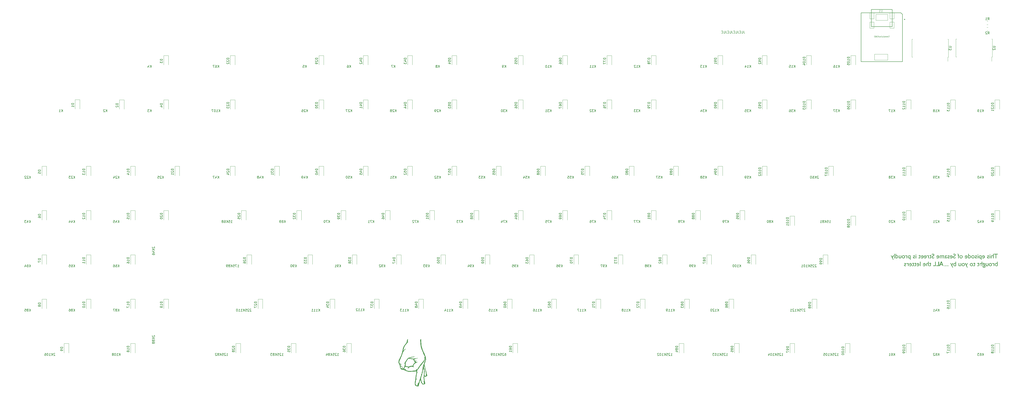
<source format=gbo>
%TF.GenerationSoftware,KiCad,Pcbnew,7.0.5*%
%TF.CreationDate,2023-06-23T10:17:56-04:00*%
%TF.ProjectId,keyboard_mk1,6b657962-6f61-4726-945f-6d6b312e6b69,rev?*%
%TF.SameCoordinates,Original*%
%TF.FileFunction,Legend,Bot*%
%TF.FilePolarity,Positive*%
%FSLAX46Y46*%
G04 Gerber Fmt 4.6, Leading zero omitted, Abs format (unit mm)*
G04 Created by KiCad (PCBNEW 7.0.5) date 2023-06-23 10:17:56*
%MOMM*%
%LPD*%
G01*
G04 APERTURE LIST*
%ADD10C,0.150000*%
%ADD11C,0.101600*%
%ADD12C,0.076200*%
%ADD13C,0.120000*%
%ADD14C,0.127000*%
%ADD15C,0.066040*%
%ADD16C,0.254000*%
G04 APERTURE END LIST*
D10*
X699147506Y-7759819D02*
X699147506Y-8474104D01*
X699147506Y-8474104D02*
X699195125Y-8616961D01*
X699195125Y-8616961D02*
X699290363Y-8712200D01*
X699290363Y-8712200D02*
X699433220Y-8759819D01*
X699433220Y-8759819D02*
X699528458Y-8759819D01*
X698195125Y-8759819D02*
X698671315Y-8759819D01*
X698671315Y-8759819D02*
X698671315Y-7759819D01*
X697290363Y-8664580D02*
X697337982Y-8712200D01*
X697337982Y-8712200D02*
X697480839Y-8759819D01*
X697480839Y-8759819D02*
X697576077Y-8759819D01*
X697576077Y-8759819D02*
X697718934Y-8712200D01*
X697718934Y-8712200D02*
X697814172Y-8616961D01*
X697814172Y-8616961D02*
X697861791Y-8521723D01*
X697861791Y-8521723D02*
X697909410Y-8331247D01*
X697909410Y-8331247D02*
X697909410Y-8188390D01*
X697909410Y-8188390D02*
X697861791Y-7997914D01*
X697861791Y-7997914D02*
X697814172Y-7902676D01*
X697814172Y-7902676D02*
X697718934Y-7807438D01*
X697718934Y-7807438D02*
X697576077Y-7759819D01*
X697576077Y-7759819D02*
X697480839Y-7759819D01*
X697480839Y-7759819D02*
X697337982Y-7807438D01*
X697337982Y-7807438D02*
X697290363Y-7855057D01*
X696576077Y-7759819D02*
X696576077Y-8474104D01*
X696576077Y-8474104D02*
X696623696Y-8616961D01*
X696623696Y-8616961D02*
X696718934Y-8712200D01*
X696718934Y-8712200D02*
X696861791Y-8759819D01*
X696861791Y-8759819D02*
X696957029Y-8759819D01*
X695623696Y-8759819D02*
X696099886Y-8759819D01*
X696099886Y-8759819D02*
X696099886Y-7759819D01*
X694718934Y-8664580D02*
X694766553Y-8712200D01*
X694766553Y-8712200D02*
X694909410Y-8759819D01*
X694909410Y-8759819D02*
X695004648Y-8759819D01*
X695004648Y-8759819D02*
X695147505Y-8712200D01*
X695147505Y-8712200D02*
X695242743Y-8616961D01*
X695242743Y-8616961D02*
X695290362Y-8521723D01*
X695290362Y-8521723D02*
X695337981Y-8331247D01*
X695337981Y-8331247D02*
X695337981Y-8188390D01*
X695337981Y-8188390D02*
X695290362Y-7997914D01*
X695290362Y-7997914D02*
X695242743Y-7902676D01*
X695242743Y-7902676D02*
X695147505Y-7807438D01*
X695147505Y-7807438D02*
X695004648Y-7759819D01*
X695004648Y-7759819D02*
X694909410Y-7759819D01*
X694909410Y-7759819D02*
X694766553Y-7807438D01*
X694766553Y-7807438D02*
X694718934Y-7855057D01*
X694004648Y-7759819D02*
X694004648Y-8474104D01*
X694004648Y-8474104D02*
X694052267Y-8616961D01*
X694052267Y-8616961D02*
X694147505Y-8712200D01*
X694147505Y-8712200D02*
X694290362Y-8759819D01*
X694290362Y-8759819D02*
X694385600Y-8759819D01*
X693052267Y-8759819D02*
X693528457Y-8759819D01*
X693528457Y-8759819D02*
X693528457Y-7759819D01*
X692147505Y-8664580D02*
X692195124Y-8712200D01*
X692195124Y-8712200D02*
X692337981Y-8759819D01*
X692337981Y-8759819D02*
X692433219Y-8759819D01*
X692433219Y-8759819D02*
X692576076Y-8712200D01*
X692576076Y-8712200D02*
X692671314Y-8616961D01*
X692671314Y-8616961D02*
X692718933Y-8521723D01*
X692718933Y-8521723D02*
X692766552Y-8331247D01*
X692766552Y-8331247D02*
X692766552Y-8188390D01*
X692766552Y-8188390D02*
X692718933Y-7997914D01*
X692718933Y-7997914D02*
X692671314Y-7902676D01*
X692671314Y-7902676D02*
X692576076Y-7807438D01*
X692576076Y-7807438D02*
X692433219Y-7759819D01*
X692433219Y-7759819D02*
X692337981Y-7759819D01*
X692337981Y-7759819D02*
X692195124Y-7807438D01*
X692195124Y-7807438D02*
X692147505Y-7855057D01*
X691433219Y-7759819D02*
X691433219Y-8474104D01*
X691433219Y-8474104D02*
X691480838Y-8616961D01*
X691480838Y-8616961D02*
X691576076Y-8712200D01*
X691576076Y-8712200D02*
X691718933Y-8759819D01*
X691718933Y-8759819D02*
X691814171Y-8759819D01*
X690480838Y-8759819D02*
X690957028Y-8759819D01*
X690957028Y-8759819D02*
X690957028Y-7759819D01*
X689576076Y-8664580D02*
X689623695Y-8712200D01*
X689623695Y-8712200D02*
X689766552Y-8759819D01*
X689766552Y-8759819D02*
X689861790Y-8759819D01*
X689861790Y-8759819D02*
X690004647Y-8712200D01*
X690004647Y-8712200D02*
X690099885Y-8616961D01*
X690099885Y-8616961D02*
X690147504Y-8521723D01*
X690147504Y-8521723D02*
X690195123Y-8331247D01*
X690195123Y-8331247D02*
X690195123Y-8188390D01*
X690195123Y-8188390D02*
X690147504Y-7997914D01*
X690147504Y-7997914D02*
X690099885Y-7902676D01*
X690099885Y-7902676D02*
X690004647Y-7807438D01*
X690004647Y-7807438D02*
X689861790Y-7759819D01*
X689861790Y-7759819D02*
X689766552Y-7759819D01*
X689766552Y-7759819D02*
X689623695Y-7807438D01*
X689623695Y-7807438D02*
X689576076Y-7855057D01*
G36*
X808307128Y-103612951D02*
G01*
X806703429Y-103612951D01*
X806703429Y-103863056D01*
X807372655Y-103863056D01*
X807372655Y-105520000D01*
X807648649Y-105520000D01*
X807648649Y-103863056D01*
X808307128Y-103863056D01*
X808307128Y-103612951D01*
G37*
G36*
X806492892Y-103612951D02*
G01*
X806243276Y-103612951D01*
X806243276Y-104448750D01*
X806223382Y-104423256D01*
X806202899Y-104399406D01*
X806181830Y-104377201D01*
X806160172Y-104356640D01*
X806137927Y-104337725D01*
X806115094Y-104320454D01*
X806091674Y-104304828D01*
X806067665Y-104290847D01*
X806043069Y-104278511D01*
X806017885Y-104267820D01*
X805992114Y-104258773D01*
X805965755Y-104251372D01*
X805938808Y-104245615D01*
X805911273Y-104241503D01*
X805883151Y-104239035D01*
X805854441Y-104238213D01*
X805830951Y-104238767D01*
X805807924Y-104240428D01*
X805785362Y-104243198D01*
X805763262Y-104247074D01*
X805741627Y-104252059D01*
X805720455Y-104258151D01*
X805699747Y-104265351D01*
X805679502Y-104273659D01*
X805659721Y-104283074D01*
X805640404Y-104293597D01*
X805627784Y-104301228D01*
X805609458Y-104313376D01*
X805592035Y-104326375D01*
X805575513Y-104340224D01*
X805559892Y-104354923D01*
X805545173Y-104370472D01*
X805531356Y-104386871D01*
X805518440Y-104404120D01*
X805506426Y-104422219D01*
X805495313Y-104441169D01*
X805485102Y-104460968D01*
X805478796Y-104474640D01*
X805470066Y-104496376D01*
X805462195Y-104520001D01*
X805455182Y-104545514D01*
X805449029Y-104572917D01*
X805445403Y-104592235D01*
X805442159Y-104612393D01*
X805439297Y-104633390D01*
X805436816Y-104655227D01*
X805434718Y-104677904D01*
X805433000Y-104701420D01*
X805431664Y-104725775D01*
X805430710Y-104750970D01*
X805430138Y-104777005D01*
X805429947Y-104803879D01*
X805429947Y-105520000D01*
X805679563Y-105520000D01*
X805679563Y-104757473D01*
X805680164Y-104732566D01*
X805681968Y-104708587D01*
X805684973Y-104685534D01*
X805689180Y-104663409D01*
X805694590Y-104642212D01*
X805701202Y-104621941D01*
X805709016Y-104602599D01*
X805718032Y-104584183D01*
X805728250Y-104566695D01*
X805739670Y-104550134D01*
X805747951Y-104539609D01*
X805761065Y-104524855D01*
X805779738Y-104507442D01*
X805799769Y-104492608D01*
X805821160Y-104480354D01*
X805843909Y-104470679D01*
X805868016Y-104463585D01*
X805893482Y-104459070D01*
X805913474Y-104457377D01*
X805927226Y-104457055D01*
X805947711Y-104457719D01*
X805967892Y-104459711D01*
X805987767Y-104463031D01*
X806007337Y-104467679D01*
X806026602Y-104473656D01*
X806045561Y-104480960D01*
X806064215Y-104489592D01*
X806082564Y-104499553D01*
X806100997Y-104511063D01*
X806119903Y-104524344D01*
X806139282Y-104539395D01*
X806159134Y-104556217D01*
X806174334Y-104569996D01*
X806189800Y-104584771D01*
X806205532Y-104600542D01*
X806221531Y-104617308D01*
X806237795Y-104635071D01*
X806243276Y-104641214D01*
X806243276Y-105520000D01*
X806492892Y-105520000D01*
X806492892Y-103612951D01*
G37*
G36*
X804959535Y-103738004D02*
G01*
X804936907Y-103739429D01*
X804915549Y-103743705D01*
X804895462Y-103750832D01*
X804876646Y-103760810D01*
X804859100Y-103773638D01*
X804853534Y-103778548D01*
X804838593Y-103794405D01*
X804826744Y-103811567D01*
X804817985Y-103830034D01*
X804812318Y-103849806D01*
X804809742Y-103870883D01*
X804809570Y-103878199D01*
X804811116Y-103899265D01*
X804815753Y-103919232D01*
X804823481Y-103938100D01*
X804834300Y-103955868D01*
X804848210Y-103972538D01*
X804853534Y-103977850D01*
X804870656Y-103991961D01*
X804889048Y-104003152D01*
X804908712Y-104011424D01*
X804929646Y-104016776D01*
X804951851Y-104019209D01*
X804959535Y-104019371D01*
X804980670Y-104017877D01*
X805000843Y-104013395D01*
X805020054Y-104005925D01*
X805038304Y-103995466D01*
X805055592Y-103982019D01*
X805061140Y-103976873D01*
X805076081Y-103960455D01*
X805087931Y-103943076D01*
X805096689Y-103924735D01*
X805102356Y-103905432D01*
X805104932Y-103885168D01*
X805105104Y-103878199D01*
X805103559Y-103857946D01*
X805098922Y-103838586D01*
X805091194Y-103820119D01*
X805080375Y-103802545D01*
X805066464Y-103785864D01*
X805061140Y-103780502D01*
X805044173Y-103766059D01*
X805026244Y-103754605D01*
X805007354Y-103746138D01*
X804987501Y-103740660D01*
X804966687Y-103738170D01*
X804959535Y-103738004D01*
G37*
G36*
X805083122Y-104269476D02*
G01*
X804833018Y-104269476D01*
X804833018Y-105520000D01*
X805083122Y-105520000D01*
X805083122Y-104269476D01*
G37*
G36*
X804536995Y-105440376D02*
G01*
X804536995Y-105176106D01*
X804517081Y-105188971D01*
X804497090Y-105201373D01*
X804477022Y-105213312D01*
X804456876Y-105224786D01*
X804436653Y-105235797D01*
X804416353Y-105246344D01*
X804395975Y-105256428D01*
X804375520Y-105266048D01*
X804354988Y-105275204D01*
X804334379Y-105283897D01*
X804320596Y-105289434D01*
X804300201Y-105297116D01*
X804280416Y-105304043D01*
X804261241Y-105310214D01*
X804236622Y-105317266D01*
X804213087Y-105322976D01*
X804190636Y-105327342D01*
X804169268Y-105330364D01*
X804148985Y-105332043D01*
X804134483Y-105332421D01*
X804110595Y-105331491D01*
X804087781Y-105328700D01*
X804066040Y-105324049D01*
X804045373Y-105317537D01*
X804025778Y-105309165D01*
X804007257Y-105298933D01*
X804000150Y-105294319D01*
X803983825Y-105282043D01*
X803967888Y-105266335D01*
X803955936Y-105249562D01*
X803947027Y-105228648D01*
X803943541Y-105206285D01*
X803943485Y-105202972D01*
X803944773Y-105183274D01*
X803949532Y-105161900D01*
X803957796Y-105142255D01*
X803969567Y-105124340D01*
X803980122Y-105112602D01*
X803996648Y-105097896D01*
X804014959Y-105083883D01*
X804032579Y-105071522D01*
X804052840Y-105058139D01*
X804069768Y-105047430D01*
X804088182Y-105036145D01*
X804108082Y-105024286D01*
X804129467Y-105011851D01*
X804136926Y-105007578D01*
X804166500Y-104990878D01*
X804194773Y-104974483D01*
X804221745Y-104958394D01*
X804247415Y-104942609D01*
X804271784Y-104927131D01*
X804294851Y-104911957D01*
X804316618Y-104897089D01*
X804337083Y-104882526D01*
X804356246Y-104868268D01*
X804374108Y-104854316D01*
X804390669Y-104840669D01*
X804405928Y-104827327D01*
X804426378Y-104807887D01*
X804443899Y-104789133D01*
X804453953Y-104777013D01*
X804467309Y-104758911D01*
X804479352Y-104740508D01*
X804490081Y-104721805D01*
X804499496Y-104702801D01*
X804507598Y-104683497D01*
X804514386Y-104663892D01*
X804519860Y-104643987D01*
X804524020Y-104623781D01*
X804526866Y-104603275D01*
X804528399Y-104582468D01*
X804528691Y-104568429D01*
X804527695Y-104541603D01*
X804524707Y-104515713D01*
X804519727Y-104490759D01*
X804512754Y-104466740D01*
X804503790Y-104443658D01*
X804492833Y-104421512D01*
X804479884Y-104400301D01*
X804464944Y-104380027D01*
X804448011Y-104360688D01*
X804429086Y-104342285D01*
X804415362Y-104330537D01*
X804393538Y-104314038D01*
X804370563Y-104299161D01*
X804346437Y-104285908D01*
X804321161Y-104274277D01*
X804294734Y-104264269D01*
X804267157Y-104255884D01*
X804248132Y-104251196D01*
X804228597Y-104247229D01*
X804208550Y-104243983D01*
X804187991Y-104241459D01*
X804166922Y-104239656D01*
X804145340Y-104238574D01*
X804123248Y-104238213D01*
X804100009Y-104238612D01*
X804076697Y-104239808D01*
X804053312Y-104241802D01*
X804029856Y-104244594D01*
X804006326Y-104248183D01*
X803982724Y-104252570D01*
X803959050Y-104257754D01*
X803935303Y-104263736D01*
X803911484Y-104270516D01*
X803887592Y-104278093D01*
X803863627Y-104286468D01*
X803839590Y-104295641D01*
X803815481Y-104305611D01*
X803791299Y-104316378D01*
X803767045Y-104327944D01*
X803742718Y-104340307D01*
X803742718Y-104582107D01*
X803770243Y-104566964D01*
X803797130Y-104552798D01*
X803823381Y-104539609D01*
X803848994Y-104527397D01*
X803873969Y-104516161D01*
X803898308Y-104505903D01*
X803922009Y-104496622D01*
X803945073Y-104488318D01*
X803967499Y-104480990D01*
X803989288Y-104474640D01*
X804010440Y-104469267D01*
X804030955Y-104464870D01*
X804050832Y-104461451D01*
X804079453Y-104458154D01*
X804106639Y-104457055D01*
X804128705Y-104457818D01*
X804149411Y-104460108D01*
X804168757Y-104463924D01*
X804190178Y-104470519D01*
X804209641Y-104479311D01*
X804224364Y-104488318D01*
X804239471Y-104500763D01*
X804253146Y-104517105D01*
X804262566Y-104535411D01*
X804267731Y-104555680D01*
X804268817Y-104571360D01*
X804266283Y-104593342D01*
X804259908Y-104612176D01*
X804249653Y-104630635D01*
X804237775Y-104646160D01*
X804228272Y-104656357D01*
X804210922Y-104672110D01*
X804193183Y-104686078D01*
X804176845Y-104697802D01*
X804158600Y-104710014D01*
X804138446Y-104722715D01*
X804116384Y-104735904D01*
X804098585Y-104746116D01*
X804086123Y-104753077D01*
X803996730Y-104803391D01*
X803977316Y-104814572D01*
X803958518Y-104825827D01*
X803940336Y-104837157D01*
X803922770Y-104848561D01*
X803905821Y-104860039D01*
X803889488Y-104871592D01*
X803873772Y-104883219D01*
X803844188Y-104906697D01*
X803817069Y-104930473D01*
X803792416Y-104954546D01*
X803770228Y-104978917D01*
X803750506Y-105003585D01*
X803733248Y-105028551D01*
X803718456Y-105053815D01*
X803706130Y-105079377D01*
X803696268Y-105105236D01*
X803688873Y-105131393D01*
X803683942Y-105157847D01*
X803681477Y-105184600D01*
X803681168Y-105198087D01*
X803682237Y-105226549D01*
X803685445Y-105254050D01*
X803690790Y-105280588D01*
X803698273Y-105306165D01*
X803707894Y-105330780D01*
X803719654Y-105354433D01*
X803733551Y-105377125D01*
X803749587Y-105398855D01*
X803767761Y-105419623D01*
X803788072Y-105439430D01*
X803802801Y-105452100D01*
X803818276Y-105464108D01*
X803834293Y-105475341D01*
X803850852Y-105485800D01*
X803867953Y-105495484D01*
X803885596Y-105504393D01*
X803903780Y-105512527D01*
X803922507Y-105519887D01*
X803941775Y-105526472D01*
X803961586Y-105532282D01*
X803981938Y-105537318D01*
X804002832Y-105541579D01*
X804024269Y-105545065D01*
X804046247Y-105547776D01*
X804068767Y-105549713D01*
X804091828Y-105550875D01*
X804115432Y-105551263D01*
X804136283Y-105551052D01*
X804156705Y-105550421D01*
X804176698Y-105549369D01*
X804196261Y-105547897D01*
X804221678Y-105545279D01*
X804246331Y-105541913D01*
X804270221Y-105537799D01*
X804293348Y-105532937D01*
X804315711Y-105527327D01*
X804338403Y-105520839D01*
X804362514Y-105513100D01*
X804381529Y-105506474D01*
X804401343Y-105499143D01*
X804421956Y-105491109D01*
X804443366Y-105482371D01*
X804465576Y-105472928D01*
X804488584Y-105462782D01*
X804512390Y-105451931D01*
X804536995Y-105440376D01*
G37*
G36*
X802126794Y-104238923D02*
G01*
X802158261Y-104241052D01*
X802188969Y-104244602D01*
X802218917Y-104249570D01*
X802248106Y-104255959D01*
X802276535Y-104263767D01*
X802304205Y-104272995D01*
X802331116Y-104283642D01*
X802357267Y-104295709D01*
X802382659Y-104309196D01*
X802407291Y-104324103D01*
X802431164Y-104340429D01*
X802454277Y-104358174D01*
X802476631Y-104377340D01*
X802498226Y-104397925D01*
X802519061Y-104419930D01*
X802538877Y-104443007D01*
X802557415Y-104466931D01*
X802574674Y-104491703D01*
X802590655Y-104517322D01*
X802605357Y-104543788D01*
X802618781Y-104571101D01*
X802630926Y-104599261D01*
X802641793Y-104628269D01*
X802651381Y-104658124D01*
X802659691Y-104688826D01*
X802666723Y-104720375D01*
X802672476Y-104752772D01*
X802676951Y-104786015D01*
X802680147Y-104820106D01*
X802682064Y-104855045D01*
X802682704Y-104890830D01*
X802682400Y-104914770D01*
X802681490Y-104938350D01*
X802679973Y-104961573D01*
X802677849Y-104984436D01*
X802675119Y-105006941D01*
X802671781Y-105029087D01*
X802667837Y-105050874D01*
X802663286Y-105072302D01*
X802658129Y-105093372D01*
X802652364Y-105114083D01*
X802645993Y-105134435D01*
X802639015Y-105154429D01*
X802631430Y-105174064D01*
X802623238Y-105193340D01*
X802614440Y-105212257D01*
X802605034Y-105230816D01*
X802595125Y-105248901D01*
X802584816Y-105266521D01*
X802574105Y-105283675D01*
X802562994Y-105300364D01*
X802551482Y-105316587D01*
X802539570Y-105332345D01*
X802527256Y-105347637D01*
X802508035Y-105369701D01*
X802487912Y-105390719D01*
X802466888Y-105410688D01*
X802444962Y-105429611D01*
X802422134Y-105447485D01*
X802398405Y-105464312D01*
X802381915Y-105474841D01*
X802364806Y-105484691D01*
X802347080Y-105493862D01*
X802328735Y-105502353D01*
X802309772Y-105510165D01*
X802290190Y-105517298D01*
X802269990Y-105523751D01*
X802249173Y-105529525D01*
X802227736Y-105534620D01*
X802205682Y-105539035D01*
X802183009Y-105542771D01*
X802159719Y-105545828D01*
X802135810Y-105548206D01*
X802111282Y-105549904D01*
X802086137Y-105550923D01*
X802060373Y-105551263D01*
X802041415Y-105551139D01*
X802013559Y-105550487D01*
X801986398Y-105549278D01*
X801959932Y-105547511D01*
X801934162Y-105545185D01*
X801909088Y-105542301D01*
X801884709Y-105538860D01*
X801861025Y-105534860D01*
X801838037Y-105530302D01*
X801815745Y-105525185D01*
X801794148Y-105519511D01*
X801779974Y-105515317D01*
X801758685Y-105508410D01*
X801737362Y-105500765D01*
X801716004Y-105492382D01*
X801694612Y-105483260D01*
X801673185Y-105473400D01*
X801651724Y-105462801D01*
X801630229Y-105451464D01*
X801608699Y-105439388D01*
X801587135Y-105426574D01*
X801565537Y-105413021D01*
X801565537Y-105176106D01*
X801591820Y-105195034D01*
X801618400Y-105212742D01*
X801645278Y-105229228D01*
X801672454Y-105244494D01*
X801699928Y-105258538D01*
X801727699Y-105271360D01*
X801755768Y-105282962D01*
X801784134Y-105293342D01*
X801812798Y-105302501D01*
X801841760Y-105310439D01*
X801871020Y-105317156D01*
X801900577Y-105322651D01*
X801930432Y-105326926D01*
X801960584Y-105329979D01*
X801991035Y-105331810D01*
X802021782Y-105332421D01*
X802043692Y-105331992D01*
X802065090Y-105330704D01*
X802085976Y-105328557D01*
X802106352Y-105325552D01*
X802126215Y-105321688D01*
X802145568Y-105316965D01*
X802164409Y-105311384D01*
X802191712Y-105301402D01*
X802217864Y-105289488D01*
X802242865Y-105275642D01*
X802266716Y-105259864D01*
X802289416Y-105242154D01*
X802310966Y-105222512D01*
X802317858Y-105215538D01*
X802337337Y-105193729D01*
X802355021Y-105170590D01*
X802370910Y-105146119D01*
X802380507Y-105129066D01*
X802389305Y-105111421D01*
X802397306Y-105093185D01*
X802404509Y-105074357D01*
X802410915Y-105054938D01*
X802416523Y-105034927D01*
X802421333Y-105014325D01*
X802425346Y-104993131D01*
X802428561Y-104971346D01*
X802430979Y-104948969D01*
X802432599Y-104926001D01*
X801543555Y-104926001D01*
X801543555Y-104893761D01*
X801544141Y-104856863D01*
X801545898Y-104820908D01*
X801548827Y-104785895D01*
X801550778Y-104769685D01*
X801790729Y-104769685D01*
X802427226Y-104769685D01*
X802423755Y-104751209D01*
X802417668Y-104724503D01*
X802410525Y-104699008D01*
X802402327Y-104674723D01*
X802393072Y-104651649D01*
X802382761Y-104629786D01*
X802371393Y-104609134D01*
X802358970Y-104589692D01*
X802345490Y-104571461D01*
X802330954Y-104554441D01*
X802315362Y-104538632D01*
X802304425Y-104528753D01*
X802287303Y-104515131D01*
X802269323Y-104502942D01*
X802250483Y-104492187D01*
X802230786Y-104482866D01*
X802210229Y-104474979D01*
X802188814Y-104468526D01*
X802166540Y-104463508D01*
X802143408Y-104459923D01*
X802119417Y-104457772D01*
X802094567Y-104457055D01*
X802077930Y-104457373D01*
X802053783Y-104459046D01*
X802030606Y-104462153D01*
X802008399Y-104466694D01*
X801987163Y-104472669D01*
X801966897Y-104480078D01*
X801947601Y-104488921D01*
X801929276Y-104499197D01*
X801911921Y-104510908D01*
X801895536Y-104524053D01*
X801880122Y-104538632D01*
X801870442Y-104549037D01*
X801856945Y-104565653D01*
X801844676Y-104583481D01*
X801833635Y-104602519D01*
X801823822Y-104622768D01*
X801815237Y-104644227D01*
X801807879Y-104666897D01*
X801801750Y-104690778D01*
X801796848Y-104715870D01*
X801793175Y-104742172D01*
X801790729Y-104769685D01*
X801550778Y-104769685D01*
X801552928Y-104751825D01*
X801558200Y-104718698D01*
X801564644Y-104686513D01*
X801572259Y-104655271D01*
X801581046Y-104624972D01*
X801591005Y-104595615D01*
X801602135Y-104567201D01*
X801614437Y-104539729D01*
X801627910Y-104513200D01*
X801642555Y-104487614D01*
X801658372Y-104462970D01*
X801675360Y-104439269D01*
X801693520Y-104416510D01*
X801712603Y-104394920D01*
X801732484Y-104374722D01*
X801753163Y-104355917D01*
X801774639Y-104338505D01*
X801796913Y-104322486D01*
X801819984Y-104307860D01*
X801843853Y-104294627D01*
X801868520Y-104282787D01*
X801893984Y-104272340D01*
X801920246Y-104263286D01*
X801947306Y-104255625D01*
X801975163Y-104249357D01*
X802003817Y-104244481D01*
X802033270Y-104240999D01*
X802063519Y-104238910D01*
X802094567Y-104238213D01*
X802126794Y-104238923D01*
G37*
G36*
X801296870Y-106176524D02*
G01*
X801041392Y-106176524D01*
X801041392Y-105497529D01*
X801023115Y-105504036D01*
X800996087Y-105513009D01*
X800969523Y-105521038D01*
X800943423Y-105528122D01*
X800917786Y-105534261D01*
X800892612Y-105539456D01*
X800867903Y-105543706D01*
X800843657Y-105547012D01*
X800819875Y-105549374D01*
X800796556Y-105550790D01*
X800773702Y-105551263D01*
X800739887Y-105550551D01*
X800706832Y-105548416D01*
X800674537Y-105544857D01*
X800643001Y-105539875D01*
X800612225Y-105533469D01*
X800582207Y-105525640D01*
X800552950Y-105516387D01*
X800524452Y-105505711D01*
X800496713Y-105493612D01*
X800469734Y-105480089D01*
X800443514Y-105465142D01*
X800418053Y-105448772D01*
X800393352Y-105430979D01*
X800369411Y-105411762D01*
X800346229Y-105391121D01*
X800323806Y-105369057D01*
X800302393Y-105345887D01*
X800282361Y-105321926D01*
X800263711Y-105297176D01*
X800246442Y-105271635D01*
X800230555Y-105245305D01*
X800216049Y-105218184D01*
X800202925Y-105190274D01*
X800191182Y-105161573D01*
X800180821Y-105132083D01*
X800171841Y-105101802D01*
X800164243Y-105070732D01*
X800158026Y-105038872D01*
X800153191Y-105006221D01*
X800149737Y-104972781D01*
X800147665Y-104938551D01*
X800146974Y-104903531D01*
X800147206Y-104891807D01*
X800399521Y-104891807D01*
X800399960Y-104915773D01*
X800401277Y-104939190D01*
X800403471Y-104962057D01*
X800406543Y-104984375D01*
X800410493Y-105006143D01*
X800415321Y-105027362D01*
X800421026Y-105048031D01*
X800427609Y-105068150D01*
X800435070Y-105087720D01*
X800443409Y-105106741D01*
X800452625Y-105125211D01*
X800462719Y-105143133D01*
X800473691Y-105160505D01*
X800485541Y-105177327D01*
X800498268Y-105193599D01*
X800511873Y-105209323D01*
X800526106Y-105224229D01*
X800540839Y-105238174D01*
X800556072Y-105251157D01*
X800571804Y-105263178D01*
X800588037Y-105274238D01*
X800613323Y-105289024D01*
X800639734Y-105301646D01*
X800657967Y-105308859D01*
X800676699Y-105315110D01*
X800695931Y-105320400D01*
X800715663Y-105324727D01*
X800735895Y-105328093D01*
X800756627Y-105330498D01*
X800777859Y-105331940D01*
X800799591Y-105332421D01*
X800815362Y-105332202D01*
X800838854Y-105331050D01*
X800862148Y-105328910D01*
X800885245Y-105325783D01*
X800908144Y-105321669D01*
X800930846Y-105316567D01*
X800953350Y-105310477D01*
X800975656Y-105303400D01*
X800997766Y-105295336D01*
X801019677Y-105286284D01*
X801041392Y-105276245D01*
X801041392Y-104488318D01*
X800864071Y-104488318D01*
X800853163Y-104488361D01*
X800831841Y-104488704D01*
X800811180Y-104489391D01*
X800791179Y-104490421D01*
X800762415Y-104492611D01*
X800735136Y-104495573D01*
X800709344Y-104499309D01*
X800685036Y-104503817D01*
X800662214Y-104509097D01*
X800640878Y-104515151D01*
X800621027Y-104521977D01*
X800596870Y-104532281D01*
X800585602Y-104537920D01*
X800563971Y-104550422D01*
X800543547Y-104564558D01*
X800524328Y-104580327D01*
X800506315Y-104597729D01*
X800489508Y-104616765D01*
X800473907Y-104637434D01*
X800462997Y-104654007D01*
X800452766Y-104671500D01*
X800446319Y-104683523D01*
X800437427Y-104701994D01*
X800429472Y-104720990D01*
X800422452Y-104740508D01*
X800416369Y-104760551D01*
X800411221Y-104781118D01*
X800407009Y-104802208D01*
X800403733Y-104823822D01*
X800401393Y-104845960D01*
X800399989Y-104868621D01*
X800399521Y-104891807D01*
X800147206Y-104891807D01*
X800147707Y-104866558D01*
X800149905Y-104830624D01*
X800153569Y-104795728D01*
X800158698Y-104761870D01*
X800165293Y-104729050D01*
X800173353Y-104697267D01*
X800182878Y-104666523D01*
X800193869Y-104636817D01*
X800206325Y-104608149D01*
X800220247Y-104580519D01*
X800235635Y-104553927D01*
X800252487Y-104528374D01*
X800270806Y-104503858D01*
X800290589Y-104480380D01*
X800311838Y-104457940D01*
X800334553Y-104436538D01*
X800346422Y-104426260D01*
X800371033Y-104406682D01*
X800396809Y-104388410D01*
X800423748Y-104371443D01*
X800451851Y-104355781D01*
X800481118Y-104341424D01*
X800511549Y-104328372D01*
X800543144Y-104316625D01*
X800575903Y-104306184D01*
X800609826Y-104297048D01*
X800644914Y-104289217D01*
X800681164Y-104282691D01*
X800718579Y-104277470D01*
X800757158Y-104273555D01*
X800776884Y-104272086D01*
X800796901Y-104270944D01*
X800817209Y-104270129D01*
X800837808Y-104269639D01*
X800858698Y-104269476D01*
X801296870Y-104269476D01*
X801296870Y-106176524D01*
G37*
G36*
X799752278Y-103738004D02*
G01*
X799729649Y-103739429D01*
X799708291Y-103743705D01*
X799688204Y-103750832D01*
X799669388Y-103760810D01*
X799651843Y-103773638D01*
X799646277Y-103778548D01*
X799631336Y-103794405D01*
X799619486Y-103811567D01*
X799610728Y-103830034D01*
X799605061Y-103849806D01*
X799602485Y-103870883D01*
X799602313Y-103878199D01*
X799603858Y-103899265D01*
X799608495Y-103919232D01*
X799616223Y-103938100D01*
X799627042Y-103955868D01*
X799640953Y-103972538D01*
X799646277Y-103977850D01*
X799663398Y-103991961D01*
X799681791Y-104003152D01*
X799701454Y-104011424D01*
X799722389Y-104016776D01*
X799744594Y-104019209D01*
X799752278Y-104019371D01*
X799773413Y-104017877D01*
X799793586Y-104013395D01*
X799812797Y-104005925D01*
X799831046Y-103995466D01*
X799848334Y-103982019D01*
X799853883Y-103976873D01*
X799868824Y-103960455D01*
X799880673Y-103943076D01*
X799889432Y-103924735D01*
X799895099Y-103905432D01*
X799897675Y-103885168D01*
X799897847Y-103878199D01*
X799896301Y-103857946D01*
X799891664Y-103838586D01*
X799883936Y-103820119D01*
X799873117Y-103802545D01*
X799859207Y-103785864D01*
X799853883Y-103780502D01*
X799836916Y-103766059D01*
X799818987Y-103754605D01*
X799800096Y-103746138D01*
X799780244Y-103740660D01*
X799759430Y-103738170D01*
X799752278Y-103738004D01*
G37*
G36*
X799875865Y-104269476D02*
G01*
X799625760Y-104269476D01*
X799625760Y-105520000D01*
X799875865Y-105520000D01*
X799875865Y-104269476D01*
G37*
G36*
X799329738Y-105440376D02*
G01*
X799329738Y-105176106D01*
X799309824Y-105188971D01*
X799289833Y-105201373D01*
X799269764Y-105213312D01*
X799249619Y-105224786D01*
X799229396Y-105235797D01*
X799209095Y-105246344D01*
X799188718Y-105256428D01*
X799168263Y-105266048D01*
X799147731Y-105275204D01*
X799127121Y-105283897D01*
X799113339Y-105289434D01*
X799092944Y-105297116D01*
X799073159Y-105304043D01*
X799053983Y-105310214D01*
X799029364Y-105317266D01*
X799005829Y-105322976D01*
X798983378Y-105327342D01*
X798962011Y-105330364D01*
X798941727Y-105332043D01*
X798927226Y-105332421D01*
X798903338Y-105331491D01*
X798880524Y-105328700D01*
X798858783Y-105324049D01*
X798838115Y-105317537D01*
X798818521Y-105309165D01*
X798800000Y-105298933D01*
X798792892Y-105294319D01*
X798776568Y-105282043D01*
X798760631Y-105266335D01*
X798748678Y-105249562D01*
X798739769Y-105228648D01*
X798736283Y-105206285D01*
X798736228Y-105202972D01*
X798737516Y-105183274D01*
X798742274Y-105161900D01*
X798750539Y-105142255D01*
X798762310Y-105124340D01*
X798772864Y-105112602D01*
X798789391Y-105097896D01*
X798807702Y-105083883D01*
X798825321Y-105071522D01*
X798845582Y-105058139D01*
X798862511Y-105047430D01*
X798880925Y-105036145D01*
X798900824Y-105024286D01*
X798922210Y-105011851D01*
X798929668Y-105007578D01*
X798959242Y-104990878D01*
X798987515Y-104974483D01*
X799014487Y-104958394D01*
X799040157Y-104942609D01*
X799064526Y-104927131D01*
X799087594Y-104911957D01*
X799109360Y-104897089D01*
X799129825Y-104882526D01*
X799148989Y-104868268D01*
X799166851Y-104854316D01*
X799183412Y-104840669D01*
X799198671Y-104827327D01*
X799219120Y-104807887D01*
X799236641Y-104789133D01*
X799246695Y-104777013D01*
X799260052Y-104758911D01*
X799272095Y-104740508D01*
X799282824Y-104721805D01*
X799292239Y-104702801D01*
X799300340Y-104683497D01*
X799307128Y-104663892D01*
X799312602Y-104643987D01*
X799316762Y-104623781D01*
X799319609Y-104603275D01*
X799321142Y-104582468D01*
X799321434Y-104568429D01*
X799320438Y-104541603D01*
X799317449Y-104515713D01*
X799312469Y-104490759D01*
X799305497Y-104466740D01*
X799296532Y-104443658D01*
X799285576Y-104421512D01*
X799272627Y-104400301D01*
X799257686Y-104380027D01*
X799240753Y-104360688D01*
X799221828Y-104342285D01*
X799208105Y-104330537D01*
X799186280Y-104314038D01*
X799163305Y-104299161D01*
X799139180Y-104285908D01*
X799113903Y-104274277D01*
X799087477Y-104264269D01*
X799059899Y-104255884D01*
X799040875Y-104251196D01*
X799021339Y-104247229D01*
X799001292Y-104243983D01*
X798980734Y-104241459D01*
X798959664Y-104239656D01*
X798938083Y-104238574D01*
X798915990Y-104238213D01*
X798892751Y-104238612D01*
X798869439Y-104239808D01*
X798846055Y-104241802D01*
X798822598Y-104244594D01*
X798799069Y-104248183D01*
X798775467Y-104252570D01*
X798751792Y-104257754D01*
X798728046Y-104263736D01*
X798704226Y-104270516D01*
X798680334Y-104278093D01*
X798656370Y-104286468D01*
X798632333Y-104295641D01*
X798608223Y-104305611D01*
X798584042Y-104316378D01*
X798559787Y-104327944D01*
X798535460Y-104340307D01*
X798535460Y-104582107D01*
X798562985Y-104566964D01*
X798589873Y-104552798D01*
X798616123Y-104539609D01*
X798641736Y-104527397D01*
X798666712Y-104516161D01*
X798691050Y-104505903D01*
X798714751Y-104496622D01*
X798737815Y-104488318D01*
X798760242Y-104480990D01*
X798782031Y-104474640D01*
X798803183Y-104469267D01*
X798823697Y-104464870D01*
X798843574Y-104461451D01*
X798872195Y-104458154D01*
X798899382Y-104457055D01*
X798921447Y-104457818D01*
X798942153Y-104460108D01*
X798961499Y-104463924D01*
X798982920Y-104470519D01*
X799002383Y-104479311D01*
X799017107Y-104488318D01*
X799032214Y-104500763D01*
X799045888Y-104517105D01*
X799055308Y-104535411D01*
X799060474Y-104555680D01*
X799061559Y-104571360D01*
X799059025Y-104593342D01*
X799052651Y-104612176D01*
X799042396Y-104630635D01*
X799030517Y-104646160D01*
X799021015Y-104656357D01*
X799003664Y-104672110D01*
X798985925Y-104686078D01*
X798969588Y-104697802D01*
X798951342Y-104710014D01*
X798931188Y-104722715D01*
X798909126Y-104735904D01*
X798891328Y-104746116D01*
X798878866Y-104753077D01*
X798789473Y-104803391D01*
X798770058Y-104814572D01*
X798751260Y-104825827D01*
X798733078Y-104837157D01*
X798715513Y-104848561D01*
X798698564Y-104860039D01*
X798682231Y-104871592D01*
X798666514Y-104883219D01*
X798636931Y-104906697D01*
X798609812Y-104930473D01*
X798585159Y-104954546D01*
X798562971Y-104978917D01*
X798543248Y-105003585D01*
X798525991Y-105028551D01*
X798511199Y-105053815D01*
X798498872Y-105079377D01*
X798489011Y-105105236D01*
X798481615Y-105131393D01*
X798476684Y-105157847D01*
X798474219Y-105184600D01*
X798473911Y-105198087D01*
X798474980Y-105226549D01*
X798478187Y-105254050D01*
X798483532Y-105280588D01*
X798491016Y-105306165D01*
X798500637Y-105330780D01*
X798512396Y-105354433D01*
X798526294Y-105377125D01*
X798542329Y-105398855D01*
X798560503Y-105419623D01*
X798580815Y-105439430D01*
X798595544Y-105452100D01*
X798611019Y-105464108D01*
X798627036Y-105475341D01*
X798643595Y-105485800D01*
X798660696Y-105495484D01*
X798678338Y-105504393D01*
X798696523Y-105512527D01*
X798715250Y-105519887D01*
X798734518Y-105526472D01*
X798754328Y-105532282D01*
X798774681Y-105537318D01*
X798795575Y-105541579D01*
X798817011Y-105545065D01*
X798838989Y-105547776D01*
X798861509Y-105549713D01*
X798884571Y-105550875D01*
X798908175Y-105551263D01*
X798929026Y-105551052D01*
X798949448Y-105550421D01*
X798969440Y-105549369D01*
X798989004Y-105547897D01*
X799014420Y-105545279D01*
X799039074Y-105541913D01*
X799062964Y-105537799D01*
X799086090Y-105532937D01*
X799108454Y-105527327D01*
X799131145Y-105520839D01*
X799155257Y-105513100D01*
X799174272Y-105506474D01*
X799194086Y-105499143D01*
X799214698Y-105491109D01*
X799236109Y-105482371D01*
X799258318Y-105472928D01*
X799281326Y-105462782D01*
X799305133Y-105451931D01*
X799329738Y-105440376D01*
G37*
G36*
X797622400Y-104238950D02*
G01*
X797657697Y-104241159D01*
X797692223Y-104244842D01*
X797725978Y-104249998D01*
X797758962Y-104256627D01*
X797791176Y-104264729D01*
X797822618Y-104274304D01*
X797853290Y-104285352D01*
X797883190Y-104297873D01*
X797912320Y-104311868D01*
X797940679Y-104327335D01*
X797968267Y-104344275D01*
X797995084Y-104362689D01*
X798021130Y-104382576D01*
X798046406Y-104403936D01*
X798070910Y-104426769D01*
X798094275Y-104450647D01*
X798116133Y-104475266D01*
X798136484Y-104500625D01*
X798155327Y-104526725D01*
X798172662Y-104553565D01*
X798188490Y-104581145D01*
X798202811Y-104609466D01*
X798215624Y-104638527D01*
X798226930Y-104668329D01*
X798236728Y-104698870D01*
X798245019Y-104730152D01*
X798251803Y-104762175D01*
X798257079Y-104794938D01*
X798260847Y-104828441D01*
X798263108Y-104862685D01*
X798263862Y-104897669D01*
X798263116Y-104932294D01*
X798260878Y-104966194D01*
X798257147Y-104999369D01*
X798251925Y-105031819D01*
X798245210Y-105063544D01*
X798237003Y-105094544D01*
X798227304Y-105124818D01*
X798216113Y-105154368D01*
X798203429Y-105183192D01*
X798189253Y-105211292D01*
X798173586Y-105238666D01*
X798156426Y-105265315D01*
X798137774Y-105291239D01*
X798117629Y-105316438D01*
X798095993Y-105340912D01*
X798072864Y-105364661D01*
X798048625Y-105387257D01*
X798023657Y-105408396D01*
X797997960Y-105428076D01*
X797971534Y-105446299D01*
X797944379Y-105463064D01*
X797916495Y-105478371D01*
X797887883Y-105492221D01*
X797858541Y-105504612D01*
X797828471Y-105515546D01*
X797797671Y-105525022D01*
X797766143Y-105533040D01*
X797733886Y-105539600D01*
X797700899Y-105544702D01*
X797667184Y-105548347D01*
X797632740Y-105550534D01*
X797597568Y-105551263D01*
X797561202Y-105550543D01*
X797525623Y-105548385D01*
X797490830Y-105544788D01*
X797456823Y-105539753D01*
X797423602Y-105533278D01*
X797391167Y-105525365D01*
X797359519Y-105516013D01*
X797328656Y-105505223D01*
X797298580Y-105492993D01*
X797269290Y-105479325D01*
X797240786Y-105464219D01*
X797213068Y-105447673D01*
X797186137Y-105429689D01*
X797159991Y-105410266D01*
X797134632Y-105389404D01*
X797110059Y-105367103D01*
X797086575Y-105343715D01*
X797064607Y-105319591D01*
X797044153Y-105294729D01*
X797025215Y-105269132D01*
X797007792Y-105242797D01*
X796991883Y-105215726D01*
X796977490Y-105187919D01*
X796964612Y-105159375D01*
X796953249Y-105130094D01*
X796943401Y-105100077D01*
X796935068Y-105069324D01*
X796928251Y-105037834D01*
X796922948Y-105005607D01*
X796919160Y-104972644D01*
X796916888Y-104938944D01*
X796916130Y-104904508D01*
X796916305Y-104896203D01*
X797170143Y-104896203D01*
X797170602Y-104919870D01*
X797171982Y-104942999D01*
X797174281Y-104965589D01*
X797177500Y-104987642D01*
X797181639Y-105009156D01*
X797186698Y-105030132D01*
X797192676Y-105050570D01*
X797199574Y-105070471D01*
X797207391Y-105089833D01*
X797216129Y-105108656D01*
X797225786Y-105126942D01*
X797236363Y-105144690D01*
X797247859Y-105161899D01*
X797260276Y-105178571D01*
X797273612Y-105194704D01*
X797287868Y-105210300D01*
X797302784Y-105225088D01*
X797318222Y-105238922D01*
X797334184Y-105251802D01*
X797350669Y-105263728D01*
X797367676Y-105274700D01*
X797385206Y-105284717D01*
X797403259Y-105293781D01*
X797421835Y-105301891D01*
X797440933Y-105309046D01*
X797460555Y-105315248D01*
X797480699Y-105320495D01*
X797501366Y-105324788D01*
X797522556Y-105328128D01*
X797544269Y-105330513D01*
X797566505Y-105331944D01*
X797589263Y-105332421D01*
X797612203Y-105331950D01*
X797634616Y-105330536D01*
X797656503Y-105328179D01*
X797677862Y-105324880D01*
X797698696Y-105320638D01*
X797719002Y-105315454D01*
X797738782Y-105309327D01*
X797758035Y-105302257D01*
X797776762Y-105294245D01*
X797794962Y-105285290D01*
X797812635Y-105275392D01*
X797829781Y-105264552D01*
X797846401Y-105252769D01*
X797862495Y-105240044D01*
X797878061Y-105226376D01*
X797893101Y-105211765D01*
X797907416Y-105196347D01*
X797920808Y-105180380D01*
X797933276Y-105163863D01*
X797944820Y-105146796D01*
X797955441Y-105129180D01*
X797965138Y-105111015D01*
X797973911Y-105092300D01*
X797981762Y-105073035D01*
X797988688Y-105053221D01*
X797994691Y-105032857D01*
X797999771Y-105011944D01*
X798003927Y-104990481D01*
X798007159Y-104968469D01*
X798009468Y-104945907D01*
X798010853Y-104922795D01*
X798011315Y-104899134D01*
X798010865Y-104875282D01*
X798009514Y-104851965D01*
X798007262Y-104829182D01*
X798004110Y-104806933D01*
X798000057Y-104785218D01*
X797995103Y-104764037D01*
X797989249Y-104743391D01*
X797982494Y-104723279D01*
X797974839Y-104703702D01*
X797966283Y-104684658D01*
X797956826Y-104666149D01*
X797946468Y-104648175D01*
X797935210Y-104630734D01*
X797923052Y-104613828D01*
X797909992Y-104597456D01*
X797896032Y-104581618D01*
X797881311Y-104566535D01*
X797866090Y-104552424D01*
X797850368Y-104539286D01*
X797834147Y-104527122D01*
X797817426Y-104515931D01*
X797800205Y-104505712D01*
X797782484Y-104496467D01*
X797764263Y-104488196D01*
X797745542Y-104480897D01*
X797726322Y-104474571D01*
X797706601Y-104469219D01*
X797686380Y-104464840D01*
X797665660Y-104461434D01*
X797644439Y-104459001D01*
X797622719Y-104457541D01*
X797600498Y-104457055D01*
X797577543Y-104457541D01*
X797555085Y-104459001D01*
X797533122Y-104461434D01*
X797511655Y-104464840D01*
X797490685Y-104469219D01*
X797470210Y-104474571D01*
X797450232Y-104480897D01*
X797430750Y-104488196D01*
X797411764Y-104496467D01*
X797393274Y-104505712D01*
X797375280Y-104515931D01*
X797357782Y-104527122D01*
X797340781Y-104539286D01*
X797324275Y-104552424D01*
X797308266Y-104566535D01*
X797292752Y-104581618D01*
X797277905Y-104597445D01*
X797264016Y-104613782D01*
X797251084Y-104630631D01*
X797239111Y-104647991D01*
X797228095Y-104665863D01*
X797218037Y-104684246D01*
X797208937Y-104703141D01*
X797200795Y-104722547D01*
X797193611Y-104742464D01*
X797187385Y-104762892D01*
X797182116Y-104783832D01*
X797177806Y-104805284D01*
X797174453Y-104827247D01*
X797172058Y-104849721D01*
X797170622Y-104872706D01*
X797170143Y-104896203D01*
X796916305Y-104896203D01*
X796916876Y-104869045D01*
X796919114Y-104834341D01*
X796922845Y-104800397D01*
X796928067Y-104767213D01*
X796934782Y-104734787D01*
X796942989Y-104703122D01*
X796952688Y-104672215D01*
X796963879Y-104642069D01*
X796976563Y-104612681D01*
X796990739Y-104584053D01*
X797006406Y-104556185D01*
X797023566Y-104529076D01*
X797042218Y-104502726D01*
X797062363Y-104477136D01*
X797083999Y-104452305D01*
X797107128Y-104428234D01*
X797131382Y-104405224D01*
X797156396Y-104383698D01*
X797182170Y-104363657D01*
X797208702Y-104345100D01*
X797235995Y-104328028D01*
X797264046Y-104312440D01*
X797292857Y-104298337D01*
X797322428Y-104285718D01*
X797352758Y-104274584D01*
X797383847Y-104264935D01*
X797415696Y-104256770D01*
X797448305Y-104250089D01*
X797481672Y-104244893D01*
X797515800Y-104241182D01*
X797550686Y-104238955D01*
X797586332Y-104238213D01*
X797622400Y-104238950D01*
G37*
G36*
X795803848Y-104293412D02*
G01*
X795822325Y-104286728D01*
X795849718Y-104277510D01*
X795876724Y-104269262D01*
X795903344Y-104261985D01*
X795929578Y-104255678D01*
X795955425Y-104250342D01*
X795980886Y-104245975D01*
X796005960Y-104242579D01*
X796030649Y-104240154D01*
X796054950Y-104238698D01*
X796078866Y-104238213D01*
X796112499Y-104238911D01*
X796145376Y-104241007D01*
X796177498Y-104244498D01*
X796208864Y-104249387D01*
X796239474Y-104255673D01*
X796269329Y-104263355D01*
X796298428Y-104272434D01*
X796326772Y-104282909D01*
X796354360Y-104294782D01*
X796381192Y-104308051D01*
X796407269Y-104322717D01*
X796432590Y-104338780D01*
X796457156Y-104356240D01*
X796480966Y-104375096D01*
X796504020Y-104395349D01*
X796526318Y-104416999D01*
X796547495Y-104439671D01*
X796567305Y-104463115D01*
X796585750Y-104487329D01*
X796602827Y-104512315D01*
X796618539Y-104538071D01*
X796632885Y-104564598D01*
X796645864Y-104591896D01*
X796657477Y-104619965D01*
X796667724Y-104648804D01*
X796676604Y-104678415D01*
X796684118Y-104708796D01*
X796690266Y-104739949D01*
X796695048Y-104771872D01*
X796698464Y-104804566D01*
X796700513Y-104838031D01*
X796701196Y-104872267D01*
X796700546Y-104908801D01*
X796698594Y-104944395D01*
X796695340Y-104979051D01*
X796690785Y-105012768D01*
X796684929Y-105045546D01*
X796677772Y-105077386D01*
X796669313Y-105108286D01*
X796659553Y-105138248D01*
X796648491Y-105167271D01*
X796636128Y-105195355D01*
X796622464Y-105222500D01*
X796607499Y-105248707D01*
X796591232Y-105273974D01*
X796573663Y-105298303D01*
X796554794Y-105321693D01*
X796534623Y-105344145D01*
X796513297Y-105365440D01*
X796491086Y-105385361D01*
X796467990Y-105403908D01*
X796444009Y-105421081D01*
X796419142Y-105436881D01*
X796393389Y-105451306D01*
X796366752Y-105464358D01*
X796339228Y-105476036D01*
X796310820Y-105486340D01*
X796281526Y-105495270D01*
X796251347Y-105502826D01*
X796220282Y-105509009D01*
X796188332Y-105513817D01*
X796155497Y-105517252D01*
X796121776Y-105519313D01*
X796087170Y-105520000D01*
X795552766Y-105520000D01*
X795552766Y-105301158D01*
X795803848Y-105301158D01*
X795997777Y-105301158D01*
X796018318Y-105301074D01*
X796038054Y-105300822D01*
X796066148Y-105300129D01*
X796092431Y-105299059D01*
X796116901Y-105297611D01*
X796139560Y-105295785D01*
X796160407Y-105293581D01*
X796185384Y-105290054D01*
X796207141Y-105285856D01*
X796229808Y-105279665D01*
X796245821Y-105273658D01*
X796265537Y-105264367D01*
X796284919Y-105253097D01*
X796303967Y-105239848D01*
X796322681Y-105224618D01*
X796337412Y-105211009D01*
X796351929Y-105196133D01*
X796357850Y-105189545D01*
X796374483Y-105168755D01*
X796389426Y-105146429D01*
X796402676Y-105122565D01*
X796414235Y-105097164D01*
X796424103Y-105070226D01*
X796429741Y-105051414D01*
X796434628Y-105031918D01*
X796438763Y-105011740D01*
X796442146Y-104990878D01*
X796444778Y-104969333D01*
X796446657Y-104947105D01*
X796447785Y-104924194D01*
X796448161Y-104900600D01*
X796447729Y-104875466D01*
X796446436Y-104850988D01*
X796444280Y-104827167D01*
X796441261Y-104804002D01*
X796437380Y-104781493D01*
X796432636Y-104759641D01*
X796427030Y-104738445D01*
X796420561Y-104717906D01*
X796413230Y-104698023D01*
X796405037Y-104678797D01*
X796395981Y-104660227D01*
X796386062Y-104642313D01*
X796375281Y-104625056D01*
X796363637Y-104608455D01*
X796351131Y-104592510D01*
X796337763Y-104577222D01*
X796323606Y-104562671D01*
X796308858Y-104549058D01*
X796293519Y-104536384D01*
X796277588Y-104524649D01*
X796261065Y-104513853D01*
X796243951Y-104503995D01*
X796226245Y-104495076D01*
X796207948Y-104487096D01*
X796189059Y-104480055D01*
X796169579Y-104473953D01*
X796149507Y-104468790D01*
X796128844Y-104464565D01*
X796107589Y-104461279D01*
X796085742Y-104458932D01*
X796063305Y-104457524D01*
X796040275Y-104457055D01*
X796025327Y-104457286D01*
X796002947Y-104458498D01*
X795980619Y-104460749D01*
X795958342Y-104464039D01*
X795936117Y-104468368D01*
X795913943Y-104473736D01*
X795891821Y-104480143D01*
X795869751Y-104487589D01*
X795847732Y-104496074D01*
X795825764Y-104505598D01*
X795803848Y-104516161D01*
X795803848Y-105301158D01*
X795552766Y-105301158D01*
X795552766Y-103612951D01*
X795803848Y-103612951D01*
X795803848Y-104293412D01*
G37*
G36*
X794727212Y-104238923D02*
G01*
X794758679Y-104241052D01*
X794789387Y-104244602D01*
X794819336Y-104249570D01*
X794848525Y-104255959D01*
X794876954Y-104263767D01*
X794904624Y-104272995D01*
X794931535Y-104283642D01*
X794957686Y-104295709D01*
X794983078Y-104309196D01*
X795007710Y-104324103D01*
X795031583Y-104340429D01*
X795054696Y-104358174D01*
X795077050Y-104377340D01*
X795098645Y-104397925D01*
X795119480Y-104419930D01*
X795139296Y-104443007D01*
X795157833Y-104466931D01*
X795175093Y-104491703D01*
X795191073Y-104517322D01*
X795205776Y-104543788D01*
X795219199Y-104571101D01*
X795231345Y-104599261D01*
X795242212Y-104628269D01*
X795251800Y-104658124D01*
X795260110Y-104688826D01*
X795267142Y-104720375D01*
X795272895Y-104752772D01*
X795277369Y-104786015D01*
X795280565Y-104820106D01*
X795282483Y-104855045D01*
X795283122Y-104890830D01*
X795282819Y-104914770D01*
X795281909Y-104938350D01*
X795280392Y-104961573D01*
X795278268Y-104984436D01*
X795275537Y-105006941D01*
X795272200Y-105029087D01*
X795268256Y-105050874D01*
X795263705Y-105072302D01*
X795258547Y-105093372D01*
X795252783Y-105114083D01*
X795246411Y-105134435D01*
X795239433Y-105154429D01*
X795231848Y-105174064D01*
X795223657Y-105193340D01*
X795214858Y-105212257D01*
X795205453Y-105230816D01*
X795195544Y-105248901D01*
X795185234Y-105266521D01*
X795174524Y-105283675D01*
X795163413Y-105300364D01*
X795151901Y-105316587D01*
X795139988Y-105332345D01*
X795127675Y-105347637D01*
X795108454Y-105369701D01*
X795088331Y-105390719D01*
X795067307Y-105410688D01*
X795045381Y-105429611D01*
X795022553Y-105447485D01*
X794998824Y-105464312D01*
X794982333Y-105474841D01*
X794965225Y-105484691D01*
X794947498Y-105493862D01*
X794929153Y-105502353D01*
X794910190Y-105510165D01*
X794890609Y-105517298D01*
X794870409Y-105523751D01*
X794849591Y-105529525D01*
X794828155Y-105534620D01*
X794806101Y-105539035D01*
X794783428Y-105542771D01*
X794760137Y-105545828D01*
X794736228Y-105548206D01*
X794711701Y-105549904D01*
X794686555Y-105550923D01*
X794660792Y-105551263D01*
X794641834Y-105551139D01*
X794613978Y-105550487D01*
X794586816Y-105549278D01*
X794560351Y-105547511D01*
X794534581Y-105545185D01*
X794509506Y-105542301D01*
X794485128Y-105538860D01*
X794461444Y-105534860D01*
X794438456Y-105530302D01*
X794416164Y-105525185D01*
X794394567Y-105519511D01*
X794380393Y-105515317D01*
X794359104Y-105508410D01*
X794337780Y-105500765D01*
X794316422Y-105492382D01*
X794295030Y-105483260D01*
X794273604Y-105473400D01*
X794252143Y-105462801D01*
X794230647Y-105451464D01*
X794209118Y-105439388D01*
X794187554Y-105426574D01*
X794165956Y-105413021D01*
X794165956Y-105176106D01*
X794192238Y-105195034D01*
X794218819Y-105212742D01*
X794245697Y-105229228D01*
X794272873Y-105244494D01*
X794300346Y-105258538D01*
X794328118Y-105271360D01*
X794356186Y-105282962D01*
X794384553Y-105293342D01*
X794413217Y-105302501D01*
X794442179Y-105310439D01*
X794471438Y-105317156D01*
X794500996Y-105322651D01*
X794530851Y-105326926D01*
X794561003Y-105329979D01*
X794591453Y-105331810D01*
X794622201Y-105332421D01*
X794644111Y-105331992D01*
X794665508Y-105330704D01*
X794686395Y-105328557D01*
X794706770Y-105325552D01*
X794726634Y-105321688D01*
X794745987Y-105316965D01*
X794764828Y-105311384D01*
X794792130Y-105301402D01*
X794818282Y-105289488D01*
X794843284Y-105275642D01*
X794867135Y-105259864D01*
X794889835Y-105242154D01*
X794911385Y-105222512D01*
X794918276Y-105215538D01*
X794937755Y-105193729D01*
X794955440Y-105170590D01*
X794971329Y-105146119D01*
X794980925Y-105129066D01*
X794989724Y-105111421D01*
X794997725Y-105093185D01*
X795004928Y-105074357D01*
X795011333Y-105054938D01*
X795016942Y-105034927D01*
X795021752Y-105014325D01*
X795025765Y-104993131D01*
X795028980Y-104971346D01*
X795031398Y-104948969D01*
X795033018Y-104926001D01*
X794143974Y-104926001D01*
X794143974Y-104893761D01*
X794144559Y-104856863D01*
X794146317Y-104820908D01*
X794149246Y-104785895D01*
X794151197Y-104769685D01*
X794391147Y-104769685D01*
X795027644Y-104769685D01*
X795024173Y-104751209D01*
X795018087Y-104724503D01*
X795010944Y-104699008D01*
X795002745Y-104674723D01*
X794993490Y-104651649D01*
X794983179Y-104629786D01*
X794971812Y-104609134D01*
X794959388Y-104589692D01*
X794945909Y-104571461D01*
X794931373Y-104554441D01*
X794915781Y-104538632D01*
X794904844Y-104528753D01*
X794887722Y-104515131D01*
X794869741Y-104502942D01*
X794850902Y-104492187D01*
X794831204Y-104482866D01*
X794810648Y-104474979D01*
X794789233Y-104468526D01*
X794766959Y-104463508D01*
X794743826Y-104459923D01*
X794719835Y-104457772D01*
X794694986Y-104457055D01*
X794678348Y-104457373D01*
X794654201Y-104459046D01*
X794631024Y-104462153D01*
X794608818Y-104466694D01*
X794587582Y-104472669D01*
X794567316Y-104480078D01*
X794548020Y-104488921D01*
X794529695Y-104499197D01*
X794512340Y-104510908D01*
X794495955Y-104524053D01*
X794480540Y-104538632D01*
X794470860Y-104549037D01*
X794457363Y-104565653D01*
X794445095Y-104583481D01*
X794434054Y-104602519D01*
X794424240Y-104622768D01*
X794415655Y-104644227D01*
X794408298Y-104666897D01*
X794402168Y-104690778D01*
X794397267Y-104715870D01*
X794393593Y-104742172D01*
X794391147Y-104769685D01*
X794151197Y-104769685D01*
X794153346Y-104751825D01*
X794158619Y-104718698D01*
X794165063Y-104686513D01*
X794172678Y-104655271D01*
X794181465Y-104624972D01*
X794191424Y-104595615D01*
X794202554Y-104567201D01*
X794214856Y-104539729D01*
X794228329Y-104513200D01*
X794242974Y-104487614D01*
X794258791Y-104462970D01*
X794275779Y-104439269D01*
X794293939Y-104416510D01*
X794313022Y-104394920D01*
X794332903Y-104374722D01*
X794353582Y-104355917D01*
X794375058Y-104338505D01*
X794397332Y-104322486D01*
X794420403Y-104307860D01*
X794444272Y-104294627D01*
X794468939Y-104282787D01*
X794494403Y-104272340D01*
X794520665Y-104263286D01*
X794547724Y-104255625D01*
X794575581Y-104249357D01*
X794604236Y-104244481D01*
X794633688Y-104240999D01*
X794663938Y-104238910D01*
X794694986Y-104238213D01*
X794727212Y-104238923D01*
G37*
G36*
X792534333Y-104238950D02*
G01*
X792569630Y-104241159D01*
X792604156Y-104244842D01*
X792637911Y-104249998D01*
X792670895Y-104256627D01*
X792703109Y-104264729D01*
X792734551Y-104274304D01*
X792765223Y-104285352D01*
X792795123Y-104297873D01*
X792824253Y-104311868D01*
X792852612Y-104327335D01*
X792880200Y-104344275D01*
X792907017Y-104362689D01*
X792933063Y-104382576D01*
X792958339Y-104403936D01*
X792982843Y-104426769D01*
X793006208Y-104450647D01*
X793028066Y-104475266D01*
X793048417Y-104500625D01*
X793067260Y-104526725D01*
X793084595Y-104553565D01*
X793100423Y-104581145D01*
X793114744Y-104609466D01*
X793127557Y-104638527D01*
X793138863Y-104668329D01*
X793148661Y-104698870D01*
X793156952Y-104730152D01*
X793163736Y-104762175D01*
X793169012Y-104794938D01*
X793172780Y-104828441D01*
X793175041Y-104862685D01*
X793175795Y-104897669D01*
X793175049Y-104932294D01*
X793172811Y-104966194D01*
X793169080Y-104999369D01*
X793163858Y-105031819D01*
X793157143Y-105063544D01*
X793148936Y-105094544D01*
X793139237Y-105124818D01*
X793128046Y-105154368D01*
X793115362Y-105183192D01*
X793101186Y-105211292D01*
X793085519Y-105238666D01*
X793068359Y-105265315D01*
X793049707Y-105291239D01*
X793029562Y-105316438D01*
X793007926Y-105340912D01*
X792984797Y-105364661D01*
X792960558Y-105387257D01*
X792935590Y-105408396D01*
X792909893Y-105428076D01*
X792883467Y-105446299D01*
X792856312Y-105463064D01*
X792828428Y-105478371D01*
X792799816Y-105492221D01*
X792770474Y-105504612D01*
X792740404Y-105515546D01*
X792709604Y-105525022D01*
X792678076Y-105533040D01*
X792645819Y-105539600D01*
X792612832Y-105544702D01*
X792579117Y-105548347D01*
X792544673Y-105550534D01*
X792509501Y-105551263D01*
X792473135Y-105550543D01*
X792437556Y-105548385D01*
X792402763Y-105544788D01*
X792368756Y-105539753D01*
X792335535Y-105533278D01*
X792303100Y-105525365D01*
X792271452Y-105516013D01*
X792240589Y-105505223D01*
X792210513Y-105492993D01*
X792181223Y-105479325D01*
X792152719Y-105464219D01*
X792125001Y-105447673D01*
X792098070Y-105429689D01*
X792071924Y-105410266D01*
X792046565Y-105389404D01*
X792021992Y-105367103D01*
X791998508Y-105343715D01*
X791976540Y-105319591D01*
X791956086Y-105294729D01*
X791937148Y-105269132D01*
X791919725Y-105242797D01*
X791903816Y-105215726D01*
X791889423Y-105187919D01*
X791876545Y-105159375D01*
X791865182Y-105130094D01*
X791855334Y-105100077D01*
X791847001Y-105069324D01*
X791840184Y-105037834D01*
X791834881Y-105005607D01*
X791831093Y-104972644D01*
X791828821Y-104938944D01*
X791828063Y-104904508D01*
X791828238Y-104896203D01*
X792082076Y-104896203D01*
X792082535Y-104919870D01*
X792083915Y-104942999D01*
X792086214Y-104965589D01*
X792089433Y-104987642D01*
X792093572Y-105009156D01*
X792098631Y-105030132D01*
X792104609Y-105050570D01*
X792111507Y-105070471D01*
X792119325Y-105089833D01*
X792128062Y-105108656D01*
X792137719Y-105126942D01*
X792148296Y-105144690D01*
X792159792Y-105161899D01*
X792172209Y-105178571D01*
X792185545Y-105194704D01*
X792199801Y-105210300D01*
X792214717Y-105225088D01*
X792230155Y-105238922D01*
X792246117Y-105251802D01*
X792262602Y-105263728D01*
X792279609Y-105274700D01*
X792297139Y-105284717D01*
X792315192Y-105293781D01*
X792333768Y-105301891D01*
X792352866Y-105309046D01*
X792372488Y-105315248D01*
X792392632Y-105320495D01*
X792413299Y-105324788D01*
X792434489Y-105328128D01*
X792456202Y-105330513D01*
X792478438Y-105331944D01*
X792501196Y-105332421D01*
X792524136Y-105331950D01*
X792546549Y-105330536D01*
X792568436Y-105328179D01*
X792589795Y-105324880D01*
X792610629Y-105320638D01*
X792630935Y-105315454D01*
X792650715Y-105309327D01*
X792669968Y-105302257D01*
X792688695Y-105294245D01*
X792706895Y-105285290D01*
X792724568Y-105275392D01*
X792741714Y-105264552D01*
X792758334Y-105252769D01*
X792774428Y-105240044D01*
X792789994Y-105226376D01*
X792805034Y-105211765D01*
X792819349Y-105196347D01*
X792832741Y-105180380D01*
X792845209Y-105163863D01*
X792856753Y-105146796D01*
X792867374Y-105129180D01*
X792877071Y-105111015D01*
X792885844Y-105092300D01*
X792893695Y-105073035D01*
X792900621Y-105053221D01*
X792906624Y-105032857D01*
X792911704Y-105011944D01*
X792915860Y-104990481D01*
X792919092Y-104968469D01*
X792921401Y-104945907D01*
X792922786Y-104922795D01*
X792923248Y-104899134D01*
X792922798Y-104875282D01*
X792921447Y-104851965D01*
X792919195Y-104829182D01*
X792916043Y-104806933D01*
X792911990Y-104785218D01*
X792907036Y-104764037D01*
X792901182Y-104743391D01*
X792894427Y-104723279D01*
X792886772Y-104703702D01*
X792878216Y-104684658D01*
X792868759Y-104666149D01*
X792858401Y-104648175D01*
X792847143Y-104630734D01*
X792834985Y-104613828D01*
X792821925Y-104597456D01*
X792807965Y-104581618D01*
X792793244Y-104566535D01*
X792778023Y-104552424D01*
X792762301Y-104539286D01*
X792746080Y-104527122D01*
X792729359Y-104515931D01*
X792712138Y-104505712D01*
X792694417Y-104496467D01*
X792676196Y-104488196D01*
X792657475Y-104480897D01*
X792638255Y-104474571D01*
X792618534Y-104469219D01*
X792598313Y-104464840D01*
X792577593Y-104461434D01*
X792556372Y-104459001D01*
X792534652Y-104457541D01*
X792512431Y-104457055D01*
X792489476Y-104457541D01*
X792467018Y-104459001D01*
X792445055Y-104461434D01*
X792423588Y-104464840D01*
X792402618Y-104469219D01*
X792382143Y-104474571D01*
X792362165Y-104480897D01*
X792342683Y-104488196D01*
X792323697Y-104496467D01*
X792305207Y-104505712D01*
X792287213Y-104515931D01*
X792269715Y-104527122D01*
X792252714Y-104539286D01*
X792236208Y-104552424D01*
X792220199Y-104566535D01*
X792204685Y-104581618D01*
X792189838Y-104597445D01*
X792175949Y-104613782D01*
X792163017Y-104630631D01*
X792151044Y-104647991D01*
X792140028Y-104665863D01*
X792129970Y-104684246D01*
X792120870Y-104703141D01*
X792112728Y-104722547D01*
X792105544Y-104742464D01*
X792099318Y-104762892D01*
X792094049Y-104783832D01*
X792089739Y-104805284D01*
X792086386Y-104827247D01*
X792083991Y-104849721D01*
X792082555Y-104872706D01*
X792082076Y-104896203D01*
X791828238Y-104896203D01*
X791828809Y-104869045D01*
X791831047Y-104834341D01*
X791834778Y-104800397D01*
X791840000Y-104767213D01*
X791846715Y-104734787D01*
X791854922Y-104703122D01*
X791864621Y-104672215D01*
X791875812Y-104642069D01*
X791888496Y-104612681D01*
X791902672Y-104584053D01*
X791918339Y-104556185D01*
X791935499Y-104529076D01*
X791954151Y-104502726D01*
X791974296Y-104477136D01*
X791995932Y-104452305D01*
X792019061Y-104428234D01*
X792043315Y-104405224D01*
X792068329Y-104383698D01*
X792094103Y-104363657D01*
X792120635Y-104345100D01*
X792147928Y-104328028D01*
X792175979Y-104312440D01*
X792204790Y-104298337D01*
X792234361Y-104285718D01*
X792264691Y-104274584D01*
X792295780Y-104264935D01*
X792327629Y-104256770D01*
X792360238Y-104250089D01*
X792393605Y-104244893D01*
X792427733Y-104241182D01*
X792462619Y-104238955D01*
X792498265Y-104238213D01*
X792534333Y-104238950D01*
G37*
G36*
X791530575Y-104269476D02*
G01*
X791530575Y-104193272D01*
X791530070Y-104155296D01*
X791528553Y-104118549D01*
X791526024Y-104083031D01*
X791522485Y-104048742D01*
X791517934Y-104015681D01*
X791512371Y-103983849D01*
X791505798Y-103953247D01*
X791498213Y-103923872D01*
X791489617Y-103895727D01*
X791480009Y-103868811D01*
X791469390Y-103843124D01*
X791457760Y-103818665D01*
X791445119Y-103795435D01*
X791431466Y-103773434D01*
X791416802Y-103752662D01*
X791401127Y-103733119D01*
X791384684Y-103714782D01*
X791367841Y-103697627D01*
X791350597Y-103681656D01*
X791332952Y-103666868D01*
X791314907Y-103653263D01*
X791296461Y-103640841D01*
X791277614Y-103629602D01*
X791258367Y-103619546D01*
X791238718Y-103610673D01*
X791218669Y-103602983D01*
X791198220Y-103596476D01*
X791177370Y-103591153D01*
X791156118Y-103587012D01*
X791134467Y-103584054D01*
X791112414Y-103582280D01*
X791089961Y-103581688D01*
X791069857Y-103582047D01*
X791048867Y-103583123D01*
X791026992Y-103584917D01*
X791004232Y-103587428D01*
X790980586Y-103590657D01*
X790956055Y-103594603D01*
X790930638Y-103599266D01*
X790910995Y-103603235D01*
X790904337Y-103604647D01*
X790904337Y-103831793D01*
X790923122Y-103822786D01*
X790941622Y-103815307D01*
X790963443Y-103808346D01*
X790984853Y-103803583D01*
X791005850Y-103801018D01*
X791019619Y-103800530D01*
X791046398Y-103801277D01*
X791071597Y-103803518D01*
X791095216Y-103807253D01*
X791117255Y-103812482D01*
X791137714Y-103819206D01*
X791156594Y-103827423D01*
X791173893Y-103837135D01*
X791194501Y-103852408D01*
X791212300Y-103870337D01*
X791223806Y-103885526D01*
X791233933Y-103902539D01*
X791243063Y-103921888D01*
X791251198Y-103943572D01*
X791258336Y-103967592D01*
X791264478Y-103993947D01*
X791269625Y-104022638D01*
X791272502Y-104043063D01*
X791274937Y-104064526D01*
X791276929Y-104087027D01*
X791278478Y-104110566D01*
X791279585Y-104135143D01*
X791280249Y-104160758D01*
X791280471Y-104187411D01*
X791280471Y-104269476D01*
X791055279Y-104269476D01*
X791055279Y-104488318D01*
X791280471Y-104488318D01*
X791280471Y-105520000D01*
X791530575Y-105520000D01*
X791530575Y-104488318D01*
X791711803Y-104488318D01*
X791711803Y-104269476D01*
X791530575Y-104269476D01*
G37*
G36*
X789572236Y-104719371D02*
G01*
X789781308Y-104592365D01*
X789805414Y-104577361D01*
X789828638Y-104562392D01*
X789850980Y-104547457D01*
X789872441Y-104532556D01*
X789893020Y-104517690D01*
X789912718Y-104502858D01*
X789931534Y-104488060D01*
X789949469Y-104473297D01*
X789966522Y-104458568D01*
X789982694Y-104443873D01*
X789997984Y-104429213D01*
X790012392Y-104414587D01*
X790025919Y-104399995D01*
X790044556Y-104378172D01*
X790061210Y-104356427D01*
X790076051Y-104334415D01*
X790089432Y-104311793D01*
X790101353Y-104288562D01*
X790111814Y-104264721D01*
X790120816Y-104240270D01*
X790128358Y-104215210D01*
X790134440Y-104189540D01*
X790139063Y-104163261D01*
X790142225Y-104136372D01*
X790143928Y-104108873D01*
X790144253Y-104090202D01*
X790143638Y-104062263D01*
X790141795Y-104034988D01*
X790138723Y-104008377D01*
X790134422Y-103982430D01*
X790128892Y-103957147D01*
X790122134Y-103932528D01*
X790114146Y-103908573D01*
X790104930Y-103885282D01*
X790094485Y-103862655D01*
X790082810Y-103840693D01*
X790069908Y-103819394D01*
X790055776Y-103798759D01*
X790040415Y-103778788D01*
X790023826Y-103759482D01*
X790006008Y-103740839D01*
X789986960Y-103722861D01*
X789966931Y-103705766D01*
X789946164Y-103689773D01*
X789924661Y-103674884D01*
X789902422Y-103661098D01*
X789879446Y-103648414D01*
X789855733Y-103636834D01*
X789831284Y-103626356D01*
X789806099Y-103616981D01*
X789780176Y-103608710D01*
X789753518Y-103601541D01*
X789726122Y-103595475D01*
X789697991Y-103590512D01*
X789669122Y-103586651D01*
X789639517Y-103583894D01*
X789609176Y-103582240D01*
X789578098Y-103581688D01*
X789548211Y-103582207D01*
X789518632Y-103583764D01*
X789489363Y-103586359D01*
X789460403Y-103589993D01*
X789431753Y-103594664D01*
X789403411Y-103600373D01*
X789375378Y-103607120D01*
X789347655Y-103614905D01*
X789320240Y-103623729D01*
X789293135Y-103633590D01*
X789266339Y-103644489D01*
X789239852Y-103656427D01*
X789213674Y-103669402D01*
X789187805Y-103683415D01*
X789162246Y-103698467D01*
X789136995Y-103714556D01*
X789136995Y-104027187D01*
X789163068Y-104003526D01*
X789189385Y-103981392D01*
X789215947Y-103960784D01*
X789242752Y-103941702D01*
X789269802Y-103924147D01*
X789297096Y-103908119D01*
X789324635Y-103893617D01*
X789352418Y-103880642D01*
X789380444Y-103869193D01*
X789408715Y-103859270D01*
X789437231Y-103850874D01*
X789465990Y-103844005D01*
X789494994Y-103838662D01*
X789524242Y-103834846D01*
X789553735Y-103832556D01*
X789583471Y-103831793D01*
X789608325Y-103832330D01*
X789632329Y-103833940D01*
X789655483Y-103836623D01*
X789677787Y-103840380D01*
X789699241Y-103845210D01*
X789719845Y-103851113D01*
X789739598Y-103858090D01*
X789758502Y-103866140D01*
X789776555Y-103875263D01*
X789793759Y-103885460D01*
X789804755Y-103892854D01*
X789825020Y-103908531D01*
X789842582Y-103925277D01*
X789857443Y-103943091D01*
X789869602Y-103961974D01*
X789879059Y-103981926D01*
X789885813Y-104002946D01*
X789889866Y-104025035D01*
X789891217Y-104048192D01*
X789890233Y-104069151D01*
X789887279Y-104089774D01*
X789882356Y-104110062D01*
X789875464Y-104130013D01*
X789866602Y-104149629D01*
X789855771Y-104168909D01*
X789842972Y-104187853D01*
X789828203Y-104206461D01*
X789811106Y-104224963D01*
X789796680Y-104239079D01*
X789780881Y-104253402D01*
X789763707Y-104267931D01*
X789745160Y-104282665D01*
X789725239Y-104297606D01*
X789703944Y-104312753D01*
X789681275Y-104328106D01*
X789657233Y-104343665D01*
X789640441Y-104354152D01*
X789623039Y-104364731D01*
X789412990Y-104492226D01*
X789391351Y-104505766D01*
X789370400Y-104519520D01*
X789350135Y-104533487D01*
X789330558Y-104547669D01*
X789311667Y-104562064D01*
X789293463Y-104576673D01*
X789275947Y-104591495D01*
X789259117Y-104606531D01*
X789242974Y-104621781D01*
X789227518Y-104637245D01*
X789212749Y-104652922D01*
X789198667Y-104668813D01*
X789185271Y-104684918D01*
X789172563Y-104701236D01*
X789160542Y-104717769D01*
X789149207Y-104734515D01*
X789138560Y-104751474D01*
X789128599Y-104768647D01*
X789119326Y-104786034D01*
X789110739Y-104803635D01*
X789095627Y-104839478D01*
X789083262Y-104876175D01*
X789073645Y-104913728D01*
X789066775Y-104952135D01*
X789064371Y-104971659D01*
X789062654Y-104991397D01*
X789061623Y-105011349D01*
X789061280Y-105031514D01*
X789061885Y-105060058D01*
X789063700Y-105087926D01*
X789066724Y-105115119D01*
X789070958Y-105141637D01*
X789076402Y-105167479D01*
X789083056Y-105192645D01*
X789090919Y-105217136D01*
X789099993Y-105240952D01*
X789110276Y-105264092D01*
X789121768Y-105286557D01*
X789134471Y-105308346D01*
X789148383Y-105329460D01*
X789163505Y-105349898D01*
X789179837Y-105369660D01*
X789197379Y-105388748D01*
X789216130Y-105407159D01*
X789235788Y-105424609D01*
X789256171Y-105440934D01*
X789277278Y-105456132D01*
X789299112Y-105470204D01*
X789321670Y-105483151D01*
X789344953Y-105494972D01*
X789368961Y-105505667D01*
X789393695Y-105515237D01*
X789419153Y-105523680D01*
X789445337Y-105530998D01*
X789472245Y-105537190D01*
X789499879Y-105542256D01*
X789528238Y-105546196D01*
X789557322Y-105549011D01*
X789587131Y-105550700D01*
X789617665Y-105551263D01*
X789653063Y-105550499D01*
X789688061Y-105548210D01*
X789722657Y-105544393D01*
X789756853Y-105539050D01*
X789790648Y-105532181D01*
X789824043Y-105523785D01*
X789857037Y-105513863D01*
X789889630Y-105502414D01*
X789921822Y-105489439D01*
X789953614Y-105474937D01*
X789985005Y-105458908D01*
X790015995Y-105441353D01*
X790046584Y-105422272D01*
X790076773Y-105401664D01*
X790106561Y-105379529D01*
X790135949Y-105355868D01*
X790135949Y-105011974D01*
X790121958Y-105029766D01*
X790107832Y-105046993D01*
X790093569Y-105063655D01*
X790079170Y-105079752D01*
X790064634Y-105095284D01*
X790049962Y-105110252D01*
X790035153Y-105124654D01*
X790020208Y-105138492D01*
X790005126Y-105151765D01*
X789989909Y-105164474D01*
X789974554Y-105176617D01*
X789943436Y-105199209D01*
X789911772Y-105219543D01*
X789879563Y-105237617D01*
X789846807Y-105253431D01*
X789813506Y-105266987D01*
X789779660Y-105278283D01*
X789745267Y-105287320D01*
X789710329Y-105294098D01*
X789674845Y-105298616D01*
X789638816Y-105300876D01*
X789620596Y-105301158D01*
X789596794Y-105300531D01*
X789573747Y-105298651D01*
X789551456Y-105295516D01*
X789529921Y-105291129D01*
X789509141Y-105285487D01*
X789489117Y-105278592D01*
X789469849Y-105270443D01*
X789451336Y-105261041D01*
X789433579Y-105250385D01*
X789416577Y-105238475D01*
X789405662Y-105229839D01*
X789390298Y-105216149D01*
X789376445Y-105201824D01*
X789360325Y-105181735D01*
X789346892Y-105160516D01*
X789336145Y-105138168D01*
X789328085Y-105114690D01*
X789322711Y-105090082D01*
X789320025Y-105064345D01*
X789319689Y-105051053D01*
X789320675Y-105029321D01*
X789323635Y-105007723D01*
X789328568Y-104986258D01*
X789335473Y-104964927D01*
X789344352Y-104943729D01*
X789355203Y-104922665D01*
X789368028Y-104901735D01*
X789382826Y-104880938D01*
X789399596Y-104860275D01*
X789418340Y-104839745D01*
X789439057Y-104819349D01*
X789461747Y-104799086D01*
X789486410Y-104778957D01*
X789513045Y-104758962D01*
X789541654Y-104739100D01*
X789572236Y-104719371D01*
G37*
G36*
X788306556Y-104238923D02*
G01*
X788338024Y-104241052D01*
X788368731Y-104244602D01*
X788398680Y-104249570D01*
X788427869Y-104255959D01*
X788456298Y-104263767D01*
X788483968Y-104272995D01*
X788510879Y-104283642D01*
X788537030Y-104295709D01*
X788562422Y-104309196D01*
X788587054Y-104324103D01*
X788610927Y-104340429D01*
X788634040Y-104358174D01*
X788656394Y-104377340D01*
X788677989Y-104397925D01*
X788698824Y-104419930D01*
X788718640Y-104443007D01*
X788737177Y-104466931D01*
X788754437Y-104491703D01*
X788770417Y-104517322D01*
X788785120Y-104543788D01*
X788798543Y-104571101D01*
X788810689Y-104599261D01*
X788821556Y-104628269D01*
X788831144Y-104658124D01*
X788839454Y-104688826D01*
X788846486Y-104720375D01*
X788852239Y-104752772D01*
X788856713Y-104786015D01*
X788859909Y-104820106D01*
X788861827Y-104855045D01*
X788862466Y-104890830D01*
X788862163Y-104914770D01*
X788861253Y-104938350D01*
X788859736Y-104961573D01*
X788857612Y-104984436D01*
X788854881Y-105006941D01*
X788851544Y-105029087D01*
X788847600Y-105050874D01*
X788843049Y-105072302D01*
X788837891Y-105093372D01*
X788832127Y-105114083D01*
X788825756Y-105134435D01*
X788818777Y-105154429D01*
X788811193Y-105174064D01*
X788803001Y-105193340D01*
X788794202Y-105212257D01*
X788784797Y-105230816D01*
X788774888Y-105248901D01*
X788764578Y-105266521D01*
X788753868Y-105283675D01*
X788742757Y-105300364D01*
X788731245Y-105316587D01*
X788719332Y-105332345D01*
X788707019Y-105347637D01*
X788687798Y-105369701D01*
X788667675Y-105390719D01*
X788646651Y-105410688D01*
X788624725Y-105429611D01*
X788601897Y-105447485D01*
X788578168Y-105464312D01*
X788561677Y-105474841D01*
X788544569Y-105484691D01*
X788526842Y-105493862D01*
X788508497Y-105502353D01*
X788489534Y-105510165D01*
X788469953Y-105517298D01*
X788449753Y-105523751D01*
X788428935Y-105529525D01*
X788407499Y-105534620D01*
X788385445Y-105539035D01*
X788362772Y-105542771D01*
X788339481Y-105545828D01*
X788315572Y-105548206D01*
X788291045Y-105549904D01*
X788265899Y-105550923D01*
X788240136Y-105551263D01*
X788221178Y-105551139D01*
X788193322Y-105550487D01*
X788166161Y-105549278D01*
X788139695Y-105547511D01*
X788113925Y-105545185D01*
X788088851Y-105542301D01*
X788064472Y-105538860D01*
X788040788Y-105534860D01*
X788017800Y-105530302D01*
X787995508Y-105525185D01*
X787973911Y-105519511D01*
X787959737Y-105515317D01*
X787938448Y-105508410D01*
X787917124Y-105500765D01*
X787895767Y-105492382D01*
X787874374Y-105483260D01*
X787852948Y-105473400D01*
X787831487Y-105462801D01*
X787809991Y-105451464D01*
X787788462Y-105439388D01*
X787766898Y-105426574D01*
X787745300Y-105413021D01*
X787745300Y-105176106D01*
X787771582Y-105195034D01*
X787798163Y-105212742D01*
X787825041Y-105229228D01*
X787852217Y-105244494D01*
X787879690Y-105258538D01*
X787907462Y-105271360D01*
X787935530Y-105282962D01*
X787963897Y-105293342D01*
X787992561Y-105302501D01*
X788021523Y-105310439D01*
X788050782Y-105317156D01*
X788080340Y-105322651D01*
X788110195Y-105326926D01*
X788140347Y-105329979D01*
X788170797Y-105331810D01*
X788201545Y-105332421D01*
X788223455Y-105331992D01*
X788244853Y-105330704D01*
X788265739Y-105328557D01*
X788286114Y-105325552D01*
X788305978Y-105321688D01*
X788325331Y-105316965D01*
X788344172Y-105311384D01*
X788371474Y-105301402D01*
X788397626Y-105289488D01*
X788422628Y-105275642D01*
X788446479Y-105259864D01*
X788469179Y-105242154D01*
X788490729Y-105222512D01*
X788497620Y-105215538D01*
X788517099Y-105193729D01*
X788534784Y-105170590D01*
X788550673Y-105146119D01*
X788560269Y-105129066D01*
X788569068Y-105111421D01*
X788577069Y-105093185D01*
X788584272Y-105074357D01*
X788590677Y-105054938D01*
X788596286Y-105034927D01*
X788601096Y-105014325D01*
X788605109Y-104993131D01*
X788608324Y-104971346D01*
X788610742Y-104948969D01*
X788612362Y-104926001D01*
X787723318Y-104926001D01*
X787723318Y-104893761D01*
X787723904Y-104856863D01*
X787725661Y-104820908D01*
X787728590Y-104785895D01*
X787730541Y-104769685D01*
X787970491Y-104769685D01*
X788606988Y-104769685D01*
X788603517Y-104751209D01*
X788597431Y-104724503D01*
X788590288Y-104699008D01*
X788582089Y-104674723D01*
X788572834Y-104651649D01*
X788562523Y-104629786D01*
X788551156Y-104609134D01*
X788538732Y-104589692D01*
X788525253Y-104571461D01*
X788510717Y-104554441D01*
X788495125Y-104538632D01*
X788484188Y-104528753D01*
X788467066Y-104515131D01*
X788449085Y-104502942D01*
X788430246Y-104492187D01*
X788410548Y-104482866D01*
X788389992Y-104474979D01*
X788368577Y-104468526D01*
X788346303Y-104463508D01*
X788323171Y-104459923D01*
X788299179Y-104457772D01*
X788274330Y-104457055D01*
X788257692Y-104457373D01*
X788233545Y-104459046D01*
X788210368Y-104462153D01*
X788188162Y-104466694D01*
X788166926Y-104472669D01*
X788146660Y-104480078D01*
X788127364Y-104488921D01*
X788109039Y-104499197D01*
X788091684Y-104510908D01*
X788075299Y-104524053D01*
X788059884Y-104538632D01*
X788050204Y-104549037D01*
X788036708Y-104565653D01*
X788024439Y-104583481D01*
X788013398Y-104602519D01*
X788003584Y-104622768D01*
X787994999Y-104644227D01*
X787987642Y-104666897D01*
X787981512Y-104690778D01*
X787976611Y-104715870D01*
X787972937Y-104742172D01*
X787970491Y-104769685D01*
X787730541Y-104769685D01*
X787732691Y-104751825D01*
X787737963Y-104718698D01*
X787744407Y-104686513D01*
X787752022Y-104655271D01*
X787760809Y-104624972D01*
X787770768Y-104595615D01*
X787781898Y-104567201D01*
X787794200Y-104539729D01*
X787807673Y-104513200D01*
X787822318Y-104487614D01*
X787838135Y-104462970D01*
X787855123Y-104439269D01*
X787873283Y-104416510D01*
X787892366Y-104394920D01*
X787912247Y-104374722D01*
X787932926Y-104355917D01*
X787954402Y-104338505D01*
X787976676Y-104322486D01*
X787999747Y-104307860D01*
X788023616Y-104294627D01*
X788048283Y-104282787D01*
X788073747Y-104272340D01*
X788100009Y-104263286D01*
X788127068Y-104255625D01*
X788154925Y-104249357D01*
X788183580Y-104244481D01*
X788213032Y-104240999D01*
X788243282Y-104238910D01*
X788274330Y-104238213D01*
X788306556Y-104238923D01*
G37*
G36*
X787522062Y-105440376D02*
G01*
X787522062Y-105176106D01*
X787502148Y-105188971D01*
X787482157Y-105201373D01*
X787462088Y-105213312D01*
X787441942Y-105224786D01*
X787421719Y-105235797D01*
X787401419Y-105246344D01*
X787381041Y-105256428D01*
X787360587Y-105266048D01*
X787340054Y-105275204D01*
X787319445Y-105283897D01*
X787305662Y-105289434D01*
X787285268Y-105297116D01*
X787265483Y-105304043D01*
X787246307Y-105310214D01*
X787221688Y-105317266D01*
X787198153Y-105322976D01*
X787175702Y-105327342D01*
X787154334Y-105330364D01*
X787134051Y-105332043D01*
X787119549Y-105332421D01*
X787095662Y-105331491D01*
X787072847Y-105328700D01*
X787051107Y-105324049D01*
X787030439Y-105317537D01*
X787010845Y-105309165D01*
X786992324Y-105298933D01*
X786985216Y-105294319D01*
X786968892Y-105282043D01*
X786952955Y-105266335D01*
X786941002Y-105249562D01*
X786932093Y-105228648D01*
X786928607Y-105206285D01*
X786928551Y-105202972D01*
X786929839Y-105183274D01*
X786934598Y-105161900D01*
X786942863Y-105142255D01*
X786954633Y-105124340D01*
X786965188Y-105112602D01*
X786981714Y-105097896D01*
X787000025Y-105083883D01*
X787017645Y-105071522D01*
X787037906Y-105058139D01*
X787054835Y-105047430D01*
X787073249Y-105036145D01*
X787093148Y-105024286D01*
X787114533Y-105011851D01*
X787121992Y-105007578D01*
X787151566Y-104990878D01*
X787179839Y-104974483D01*
X787206811Y-104958394D01*
X787232481Y-104942609D01*
X787256850Y-104927131D01*
X787279918Y-104911957D01*
X787301684Y-104897089D01*
X787322149Y-104882526D01*
X787341312Y-104868268D01*
X787359175Y-104854316D01*
X787375735Y-104840669D01*
X787390995Y-104827327D01*
X787411444Y-104807887D01*
X787428965Y-104789133D01*
X787439019Y-104777013D01*
X787452376Y-104758911D01*
X787464418Y-104740508D01*
X787475147Y-104721805D01*
X787484563Y-104702801D01*
X787492664Y-104683497D01*
X787499452Y-104663892D01*
X787504926Y-104643987D01*
X787509086Y-104623781D01*
X787511933Y-104603275D01*
X787513465Y-104582468D01*
X787513757Y-104568429D01*
X787512761Y-104541603D01*
X787509773Y-104515713D01*
X787504793Y-104490759D01*
X787497821Y-104466740D01*
X787488856Y-104443658D01*
X787477899Y-104421512D01*
X787464951Y-104400301D01*
X787450010Y-104380027D01*
X787433077Y-104360688D01*
X787414152Y-104342285D01*
X787400429Y-104330537D01*
X787378604Y-104314038D01*
X787355629Y-104299161D01*
X787331504Y-104285908D01*
X787306227Y-104274277D01*
X787279800Y-104264269D01*
X787252223Y-104255884D01*
X787233199Y-104251196D01*
X787213663Y-104247229D01*
X787193616Y-104243983D01*
X787173058Y-104241459D01*
X787151988Y-104239656D01*
X787130407Y-104238574D01*
X787108314Y-104238213D01*
X787085075Y-104238612D01*
X787061763Y-104239808D01*
X787038379Y-104241802D01*
X787014922Y-104244594D01*
X786991393Y-104248183D01*
X786967791Y-104252570D01*
X786944116Y-104257754D01*
X786920369Y-104263736D01*
X786896550Y-104270516D01*
X786872658Y-104278093D01*
X786848694Y-104286468D01*
X786824657Y-104295641D01*
X786800547Y-104305611D01*
X786776365Y-104316378D01*
X786752111Y-104327944D01*
X786727784Y-104340307D01*
X786727784Y-104582107D01*
X786755309Y-104566964D01*
X786782197Y-104552798D01*
X786808447Y-104539609D01*
X786834060Y-104527397D01*
X786859036Y-104516161D01*
X786883374Y-104505903D01*
X786907075Y-104496622D01*
X786930139Y-104488318D01*
X786952566Y-104480990D01*
X786974355Y-104474640D01*
X786995506Y-104469267D01*
X787016021Y-104464870D01*
X787035898Y-104461451D01*
X787064519Y-104458154D01*
X787091706Y-104457055D01*
X787113771Y-104457818D01*
X787134477Y-104460108D01*
X787153823Y-104463924D01*
X787175244Y-104470519D01*
X787194707Y-104479311D01*
X787209431Y-104488318D01*
X787224538Y-104500763D01*
X787238212Y-104517105D01*
X787247632Y-104535411D01*
X787252798Y-104555680D01*
X787253883Y-104571360D01*
X787251349Y-104593342D01*
X787244974Y-104612176D01*
X787234719Y-104630635D01*
X787222841Y-104646160D01*
X787213339Y-104656357D01*
X787195988Y-104672110D01*
X787178249Y-104686078D01*
X787161912Y-104697802D01*
X787143666Y-104710014D01*
X787123512Y-104722715D01*
X787101450Y-104735904D01*
X787083651Y-104746116D01*
X787071189Y-104753077D01*
X786981796Y-104803391D01*
X786962382Y-104814572D01*
X786943584Y-104825827D01*
X786925402Y-104837157D01*
X786907837Y-104848561D01*
X786890888Y-104860039D01*
X786874555Y-104871592D01*
X786858838Y-104883219D01*
X786829254Y-104906697D01*
X786802136Y-104930473D01*
X786777483Y-104954546D01*
X786755295Y-104978917D01*
X786735572Y-105003585D01*
X786718315Y-105028551D01*
X786703523Y-105053815D01*
X786691196Y-105079377D01*
X786681335Y-105105236D01*
X786673939Y-105131393D01*
X786669008Y-105157847D01*
X786666543Y-105184600D01*
X786666235Y-105198087D01*
X786667304Y-105226549D01*
X786670511Y-105254050D01*
X786675856Y-105280588D01*
X786683339Y-105306165D01*
X786692961Y-105330780D01*
X786704720Y-105354433D01*
X786718618Y-105377125D01*
X786734653Y-105398855D01*
X786752827Y-105419623D01*
X786773139Y-105439430D01*
X786787868Y-105452100D01*
X786803343Y-105464108D01*
X786819360Y-105475341D01*
X786835919Y-105485800D01*
X786853019Y-105495484D01*
X786870662Y-105504393D01*
X786888847Y-105512527D01*
X786907573Y-105519887D01*
X786926842Y-105526472D01*
X786946652Y-105532282D01*
X786967004Y-105537318D01*
X786987899Y-105541579D01*
X787009335Y-105545065D01*
X787031313Y-105547776D01*
X787053833Y-105549713D01*
X787076895Y-105550875D01*
X787100498Y-105551263D01*
X787121350Y-105551052D01*
X787141772Y-105550421D01*
X787161764Y-105549369D01*
X787181328Y-105547897D01*
X787206744Y-105545279D01*
X787231397Y-105541913D01*
X787255287Y-105537799D01*
X787278414Y-105532937D01*
X787300778Y-105527327D01*
X787323469Y-105520839D01*
X787347581Y-105513100D01*
X787366596Y-105506474D01*
X787386410Y-105499143D01*
X787407022Y-105491109D01*
X787428433Y-105482371D01*
X787450642Y-105472928D01*
X787473650Y-105462782D01*
X787497457Y-105451931D01*
X787522062Y-105440376D01*
G37*
G36*
X786076562Y-104238873D02*
G01*
X786109201Y-104240854D01*
X786140844Y-104244155D01*
X786171490Y-104248777D01*
X786201141Y-104254719D01*
X786229796Y-104261981D01*
X786257454Y-104270564D01*
X786284117Y-104280467D01*
X786309783Y-104291691D01*
X786334454Y-104304235D01*
X786358128Y-104318100D01*
X786380806Y-104333285D01*
X786402489Y-104349790D01*
X786423175Y-104367616D01*
X786442865Y-104386762D01*
X786461559Y-104407229D01*
X786461559Y-104675896D01*
X786437335Y-104649396D01*
X786413024Y-104624605D01*
X786388624Y-104601524D01*
X786364137Y-104580153D01*
X786339562Y-104560491D01*
X786314899Y-104542540D01*
X786290148Y-104526297D01*
X786265310Y-104511765D01*
X786240384Y-104498942D01*
X786215370Y-104487829D01*
X786190268Y-104478426D01*
X786165079Y-104470732D01*
X786139802Y-104464748D01*
X786114437Y-104460474D01*
X786088984Y-104457909D01*
X786063443Y-104457055D01*
X786035819Y-104457997D01*
X786009977Y-104460825D01*
X785985917Y-104465538D01*
X785963640Y-104472137D01*
X785943144Y-104480620D01*
X785924431Y-104490989D01*
X785907500Y-104503243D01*
X785892351Y-104517383D01*
X785878985Y-104533407D01*
X785867400Y-104551317D01*
X785857598Y-104571112D01*
X785849578Y-104592793D01*
X785843340Y-104616358D01*
X785838885Y-104641809D01*
X785836212Y-104669145D01*
X785835321Y-104698367D01*
X785835321Y-104769685D01*
X786155279Y-104880083D01*
X786165100Y-104883571D01*
X786184319Y-104890776D01*
X786202973Y-104898287D01*
X786229895Y-104910125D01*
X786255546Y-104922650D01*
X786279926Y-104935862D01*
X786303036Y-104949761D01*
X786324875Y-104964347D01*
X786345443Y-104979620D01*
X786364740Y-104995580D01*
X786382766Y-105012226D01*
X786399521Y-105029560D01*
X786409873Y-105041446D01*
X786424149Y-105059654D01*
X786436921Y-105078317D01*
X786448191Y-105097435D01*
X786457958Y-105117008D01*
X786466223Y-105137037D01*
X786472985Y-105157520D01*
X786478244Y-105178459D01*
X786482001Y-105199852D01*
X786484255Y-105221701D01*
X786485006Y-105244005D01*
X786484663Y-105260377D01*
X786482860Y-105284277D01*
X786479511Y-105307386D01*
X786474617Y-105329706D01*
X786468177Y-105351235D01*
X786460191Y-105371975D01*
X786450660Y-105391925D01*
X786439583Y-105411084D01*
X786426961Y-105429454D01*
X786412793Y-105447034D01*
X786397079Y-105463824D01*
X786385916Y-105474412D01*
X786368528Y-105489014D01*
X786350368Y-105502078D01*
X786331434Y-105513606D01*
X786311728Y-105523596D01*
X786291248Y-105532050D01*
X786269996Y-105538966D01*
X786247972Y-105544346D01*
X786225174Y-105548189D01*
X786201604Y-105550494D01*
X786177260Y-105551263D01*
X786154870Y-105550839D01*
X786132640Y-105549568D01*
X786110571Y-105547450D01*
X786088661Y-105544485D01*
X786066912Y-105540672D01*
X786045324Y-105536013D01*
X786023895Y-105530506D01*
X786002627Y-105524152D01*
X785981519Y-105516950D01*
X785960571Y-105508902D01*
X785939784Y-105500006D01*
X785919157Y-105490263D01*
X785898690Y-105479673D01*
X785878384Y-105468235D01*
X785858237Y-105455951D01*
X785838251Y-105442819D01*
X785836321Y-105449491D01*
X785828985Y-105468235D01*
X785815598Y-105490263D01*
X785798089Y-105508902D01*
X785782252Y-105520657D01*
X785764097Y-105530506D01*
X785743624Y-105538448D01*
X785720832Y-105544485D01*
X785695721Y-105548615D01*
X785668293Y-105550839D01*
X785648719Y-105551263D01*
X785641657Y-105551200D01*
X785620723Y-105550255D01*
X785600166Y-105548177D01*
X785579988Y-105544966D01*
X785560187Y-105540621D01*
X785540764Y-105535143D01*
X785523772Y-105529413D01*
X785505158Y-105522301D01*
X785484922Y-105513805D01*
X785463064Y-105503925D01*
X785444410Y-105495026D01*
X785424718Y-105485241D01*
X785403988Y-105474570D01*
X785403988Y-105363684D01*
X785415818Y-105367470D01*
X785438288Y-105374309D01*
X785459171Y-105380170D01*
X785478466Y-105385055D01*
X785500353Y-105389788D01*
X785523342Y-105393451D01*
X785545648Y-105394947D01*
X785548353Y-105394883D01*
X785568832Y-105388507D01*
X785582356Y-105371699D01*
X785588067Y-105351413D01*
X785589612Y-105329002D01*
X785589612Y-104926001D01*
X785835321Y-104926001D01*
X785835321Y-105297250D01*
X785848092Y-105309081D01*
X785867513Y-105325395D01*
X785887253Y-105339993D01*
X785907310Y-105352873D01*
X785927684Y-105364035D01*
X785948377Y-105373481D01*
X785969387Y-105381209D01*
X785990715Y-105387219D01*
X786012360Y-105391512D01*
X786034324Y-105394088D01*
X786056605Y-105394947D01*
X786066443Y-105394756D01*
X786090037Y-105392610D01*
X786112200Y-105388078D01*
X786132932Y-105381161D01*
X786152233Y-105371859D01*
X786170103Y-105360171D01*
X786186542Y-105346099D01*
X786192575Y-105339821D01*
X786205956Y-105323158D01*
X786216904Y-105305112D01*
X786225419Y-105285682D01*
X786231501Y-105264869D01*
X786235151Y-105242672D01*
X786236367Y-105219092D01*
X786236161Y-105209664D01*
X786233843Y-105186945D01*
X786228948Y-105165443D01*
X786221478Y-105145157D01*
X786211432Y-105126087D01*
X786198809Y-105108234D01*
X786183611Y-105091598D01*
X786180240Y-105088393D01*
X786165288Y-105075593D01*
X786147985Y-105062824D01*
X786128331Y-105050085D01*
X786106326Y-105037377D01*
X786088280Y-105027865D01*
X786068911Y-105018371D01*
X786048220Y-105008895D01*
X786026207Y-104999435D01*
X786002871Y-104989993D01*
X785835321Y-104926001D01*
X785589612Y-104926001D01*
X785589612Y-104779455D01*
X785589621Y-104769361D01*
X785589757Y-104740308D01*
X785590056Y-104713101D01*
X785590519Y-104687740D01*
X785591144Y-104664226D01*
X785591933Y-104642557D01*
X785592884Y-104622735D01*
X785594407Y-104599177D01*
X785596220Y-104578901D01*
X785598893Y-104558171D01*
X785602226Y-104539865D01*
X785607767Y-104517929D01*
X785614991Y-104496027D01*
X785622297Y-104477802D01*
X785630771Y-104459601D01*
X785640415Y-104441423D01*
X785646629Y-104430638D01*
X785657329Y-104413579D01*
X785670735Y-104394620D01*
X785684760Y-104377309D01*
X785699403Y-104361647D01*
X785714665Y-104347634D01*
X785730430Y-104334384D01*
X785746828Y-104321988D01*
X785763860Y-104310448D01*
X785781526Y-104299762D01*
X785799825Y-104289931D01*
X785818758Y-104280956D01*
X785838324Y-104272834D01*
X785858524Y-104265568D01*
X785879357Y-104259157D01*
X785900823Y-104253600D01*
X785922924Y-104248899D01*
X785945657Y-104245052D01*
X785969024Y-104242060D01*
X785993025Y-104239923D01*
X786017659Y-104238640D01*
X786042927Y-104238213D01*
X786076562Y-104238873D01*
G37*
G36*
X784153953Y-104602135D02*
G01*
X784153953Y-105520000D01*
X784405034Y-105520000D01*
X784405034Y-104827815D01*
X784405256Y-104802416D01*
X784405920Y-104777997D01*
X784407026Y-104754560D01*
X784408576Y-104732103D01*
X784410568Y-104710626D01*
X784413003Y-104690131D01*
X784415880Y-104670616D01*
X784421027Y-104643183D01*
X784427169Y-104617957D01*
X784434307Y-104594938D01*
X784442442Y-104574125D01*
X784451572Y-104555519D01*
X784461699Y-104539120D01*
X784477056Y-104519886D01*
X784495038Y-104503217D01*
X784515646Y-104489112D01*
X784538879Y-104477571D01*
X784558028Y-104470599D01*
X784578653Y-104465069D01*
X784600755Y-104460982D01*
X784624334Y-104458337D01*
X784649390Y-104457135D01*
X784658070Y-104457055D01*
X784682184Y-104457842D01*
X784705678Y-104460203D01*
X784728552Y-104464139D01*
X784750806Y-104469648D01*
X784772440Y-104476732D01*
X784793453Y-104485391D01*
X784801685Y-104489295D01*
X784822453Y-104500422D01*
X784839737Y-104511058D01*
X784857616Y-104523235D01*
X784876091Y-104536955D01*
X784895161Y-104552216D01*
X784914826Y-104569019D01*
X784929966Y-104582634D01*
X784945440Y-104597115D01*
X784950673Y-104602135D01*
X784950673Y-105520000D01*
X785200778Y-105520000D01*
X785200778Y-104269476D01*
X784950673Y-104269476D01*
X784950673Y-104422372D01*
X784926831Y-104400072D01*
X784903053Y-104379210D01*
X784879341Y-104359787D01*
X784855693Y-104341803D01*
X784832110Y-104325257D01*
X784808592Y-104310150D01*
X784785139Y-104296482D01*
X784761751Y-104284253D01*
X784738428Y-104273462D01*
X784715169Y-104264110D01*
X784691976Y-104256197D01*
X784668847Y-104249723D01*
X784645783Y-104244687D01*
X784622785Y-104241091D01*
X784599851Y-104238932D01*
X784576981Y-104238213D01*
X784547363Y-104239077D01*
X784518592Y-104241671D01*
X784490668Y-104245993D01*
X784463592Y-104252043D01*
X784437362Y-104259823D01*
X784411980Y-104269331D01*
X784387445Y-104280568D01*
X784363757Y-104293534D01*
X784340917Y-104308229D01*
X784318924Y-104324652D01*
X784297777Y-104342804D01*
X784277479Y-104362685D01*
X784258027Y-104384295D01*
X784239422Y-104407634D01*
X784221665Y-104432701D01*
X784204755Y-104459497D01*
X784179591Y-104432701D01*
X784154289Y-104407634D01*
X784128849Y-104384295D01*
X784103272Y-104362685D01*
X784077558Y-104342804D01*
X784051707Y-104324652D01*
X784025718Y-104308229D01*
X783999591Y-104293534D01*
X783973328Y-104280568D01*
X783946926Y-104269331D01*
X783920388Y-104259823D01*
X783893712Y-104252043D01*
X783866899Y-104245993D01*
X783839948Y-104241671D01*
X783812860Y-104239077D01*
X783785635Y-104238213D01*
X783762870Y-104238736D01*
X783740618Y-104240304D01*
X783718876Y-104242919D01*
X783697646Y-104246578D01*
X783676927Y-104251284D01*
X783656720Y-104257035D01*
X783637024Y-104263832D01*
X783617840Y-104271674D01*
X783599167Y-104280562D01*
X783581005Y-104290496D01*
X783563354Y-104301476D01*
X783546215Y-104313501D01*
X783529588Y-104326572D01*
X783513472Y-104340688D01*
X783497867Y-104355850D01*
X783482773Y-104372058D01*
X783468340Y-104389277D01*
X783454838Y-104407595D01*
X783442267Y-104427013D01*
X783430628Y-104447529D01*
X783419919Y-104469145D01*
X783410142Y-104491859D01*
X783401296Y-104515673D01*
X783393381Y-104540586D01*
X783386397Y-104566598D01*
X783380344Y-104593709D01*
X783375223Y-104621919D01*
X783371032Y-104651228D01*
X783367773Y-104681636D01*
X783365445Y-104713143D01*
X783364048Y-104745750D01*
X783363583Y-104779455D01*
X783363583Y-105520000D01*
X783613688Y-105520000D01*
X783613688Y-104778967D01*
X783614259Y-104750306D01*
X783615972Y-104722942D01*
X783618827Y-104696874D01*
X783622824Y-104672103D01*
X783627963Y-104648628D01*
X783634244Y-104626450D01*
X783641667Y-104605569D01*
X783650232Y-104585984D01*
X783659940Y-104567696D01*
X783670789Y-104550705D01*
X783678656Y-104540097D01*
X783695654Y-104520634D01*
X783714407Y-104503766D01*
X783734916Y-104489493D01*
X783757180Y-104477815D01*
X783781200Y-104468732D01*
X783800367Y-104463623D01*
X783820521Y-104459974D01*
X783841663Y-104457784D01*
X783863792Y-104457055D01*
X783892738Y-104458330D01*
X783921323Y-104462155D01*
X783949547Y-104468531D01*
X783977411Y-104477457D01*
X783995786Y-104484824D01*
X784014002Y-104493325D01*
X784032056Y-104502959D01*
X784049951Y-104513727D01*
X784067685Y-104525628D01*
X784085259Y-104538662D01*
X784102673Y-104552830D01*
X784119927Y-104568132D01*
X784137020Y-104584567D01*
X784153953Y-104602135D01*
G37*
G36*
X782538517Y-104238923D02*
G01*
X782569984Y-104241052D01*
X782600692Y-104244602D01*
X782630641Y-104249570D01*
X782659830Y-104255959D01*
X782688259Y-104263767D01*
X782715929Y-104272995D01*
X782742840Y-104283642D01*
X782768991Y-104295709D01*
X782794383Y-104309196D01*
X782819015Y-104324103D01*
X782842888Y-104340429D01*
X782866001Y-104358174D01*
X782888355Y-104377340D01*
X782909950Y-104397925D01*
X782930785Y-104419930D01*
X782950601Y-104443007D01*
X782969138Y-104466931D01*
X782986398Y-104491703D01*
X783002378Y-104517322D01*
X783017081Y-104543788D01*
X783030504Y-104571101D01*
X783042650Y-104599261D01*
X783053517Y-104628269D01*
X783063105Y-104658124D01*
X783071415Y-104688826D01*
X783078447Y-104720375D01*
X783084200Y-104752772D01*
X783088674Y-104786015D01*
X783091870Y-104820106D01*
X783093788Y-104855045D01*
X783094427Y-104890830D01*
X783094124Y-104914770D01*
X783093214Y-104938350D01*
X783091697Y-104961573D01*
X783089573Y-104984436D01*
X783086842Y-105006941D01*
X783083505Y-105029087D01*
X783079561Y-105050874D01*
X783075010Y-105072302D01*
X783069852Y-105093372D01*
X783064088Y-105114083D01*
X783057716Y-105134435D01*
X783050738Y-105154429D01*
X783043153Y-105174064D01*
X783034962Y-105193340D01*
X783026163Y-105212257D01*
X783016758Y-105230816D01*
X783006849Y-105248901D01*
X782996539Y-105266521D01*
X782985829Y-105283675D01*
X782974718Y-105300364D01*
X782963206Y-105316587D01*
X782951293Y-105332345D01*
X782938980Y-105347637D01*
X782919759Y-105369701D01*
X782899636Y-105390719D01*
X782878612Y-105410688D01*
X782856685Y-105429611D01*
X782833858Y-105447485D01*
X782810129Y-105464312D01*
X782793638Y-105474841D01*
X782776530Y-105484691D01*
X782758803Y-105493862D01*
X782740458Y-105502353D01*
X782721495Y-105510165D01*
X782701914Y-105517298D01*
X782681714Y-105523751D01*
X782660896Y-105529525D01*
X782639460Y-105534620D01*
X782617406Y-105539035D01*
X782594733Y-105542771D01*
X782571442Y-105545828D01*
X782547533Y-105548206D01*
X782523006Y-105549904D01*
X782497860Y-105550923D01*
X782472096Y-105551263D01*
X782453139Y-105551139D01*
X782425282Y-105550487D01*
X782398121Y-105549278D01*
X782371656Y-105547511D01*
X782345886Y-105545185D01*
X782320811Y-105542301D01*
X782296432Y-105538860D01*
X782272749Y-105534860D01*
X782249761Y-105530302D01*
X782227469Y-105525185D01*
X782205872Y-105519511D01*
X782191698Y-105515317D01*
X782170409Y-105508410D01*
X782149085Y-105500765D01*
X782127727Y-105492382D01*
X782106335Y-105483260D01*
X782084909Y-105473400D01*
X782063448Y-105462801D01*
X782041952Y-105451464D01*
X782020423Y-105439388D01*
X781998859Y-105426574D01*
X781977260Y-105413021D01*
X781977260Y-105176106D01*
X782003543Y-105195034D01*
X782030124Y-105212742D01*
X782057002Y-105229228D01*
X782084178Y-105244494D01*
X782111651Y-105258538D01*
X782139422Y-105271360D01*
X782167491Y-105282962D01*
X782195858Y-105293342D01*
X782224522Y-105302501D01*
X782253484Y-105310439D01*
X782282743Y-105317156D01*
X782312301Y-105322651D01*
X782342155Y-105326926D01*
X782372308Y-105329979D01*
X782402758Y-105331810D01*
X782433506Y-105332421D01*
X782455415Y-105331992D01*
X782476813Y-105330704D01*
X782497700Y-105328557D01*
X782518075Y-105325552D01*
X782537939Y-105321688D01*
X782557291Y-105316965D01*
X782576133Y-105311384D01*
X782603435Y-105301402D01*
X782629587Y-105289488D01*
X782654589Y-105275642D01*
X782678440Y-105259864D01*
X782701140Y-105242154D01*
X782722690Y-105222512D01*
X782729581Y-105215538D01*
X782749060Y-105193729D01*
X782766744Y-105170590D01*
X782782634Y-105146119D01*
X782792230Y-105129066D01*
X782801029Y-105111421D01*
X782809030Y-105093185D01*
X782816233Y-105074357D01*
X782822638Y-105054938D01*
X782828246Y-105034927D01*
X782833057Y-105014325D01*
X782837070Y-104993131D01*
X782840285Y-104971346D01*
X782842703Y-104948969D01*
X782844323Y-104926001D01*
X781955279Y-104926001D01*
X781955279Y-104893761D01*
X781955864Y-104856863D01*
X781957622Y-104820908D01*
X781960551Y-104785895D01*
X781962502Y-104769685D01*
X782202452Y-104769685D01*
X782838949Y-104769685D01*
X782835478Y-104751209D01*
X782829392Y-104724503D01*
X782822249Y-104699008D01*
X782814050Y-104674723D01*
X782804795Y-104651649D01*
X782794484Y-104629786D01*
X782783117Y-104609134D01*
X782770693Y-104589692D01*
X782757214Y-104571461D01*
X782742678Y-104554441D01*
X782727086Y-104538632D01*
X782716149Y-104528753D01*
X782699027Y-104515131D01*
X782681046Y-104502942D01*
X782662207Y-104492187D01*
X782642509Y-104482866D01*
X782621953Y-104474979D01*
X782600538Y-104468526D01*
X782578264Y-104463508D01*
X782555131Y-104459923D01*
X782531140Y-104457772D01*
X782506290Y-104457055D01*
X782489653Y-104457373D01*
X782465506Y-104459046D01*
X782442329Y-104462153D01*
X782420123Y-104466694D01*
X782398887Y-104472669D01*
X782378621Y-104480078D01*
X782359325Y-104488921D01*
X782341000Y-104499197D01*
X782323645Y-104510908D01*
X782307260Y-104524053D01*
X782291845Y-104538632D01*
X782282165Y-104549037D01*
X782268668Y-104565653D01*
X782256400Y-104583481D01*
X782245359Y-104602519D01*
X782235545Y-104622768D01*
X782226960Y-104644227D01*
X782219603Y-104666897D01*
X782213473Y-104690778D01*
X782208572Y-104715870D01*
X782204898Y-104742172D01*
X782202452Y-104769685D01*
X781962502Y-104769685D01*
X781964651Y-104751825D01*
X781969924Y-104718698D01*
X781976367Y-104686513D01*
X781983983Y-104655271D01*
X781992770Y-104624972D01*
X782002729Y-104595615D01*
X782013859Y-104567201D01*
X782026161Y-104539729D01*
X782039634Y-104513200D01*
X782054279Y-104487614D01*
X782070096Y-104462970D01*
X782087084Y-104439269D01*
X782105244Y-104416510D01*
X782124327Y-104394920D01*
X782144208Y-104374722D01*
X782164887Y-104355917D01*
X782186363Y-104338505D01*
X782208637Y-104322486D01*
X782231708Y-104307860D01*
X782255577Y-104294627D01*
X782280244Y-104282787D01*
X782305708Y-104272340D01*
X782331970Y-104263286D01*
X782359029Y-104255625D01*
X782386886Y-104249357D01*
X782415541Y-104244481D01*
X782444993Y-104240999D01*
X782475243Y-104238910D01*
X782506290Y-104238213D01*
X782538517Y-104238923D01*
G37*
G36*
X780404337Y-104719371D02*
G01*
X780613408Y-104592365D01*
X780637514Y-104577361D01*
X780660738Y-104562392D01*
X780683081Y-104547457D01*
X780704542Y-104532556D01*
X780725121Y-104517690D01*
X780744819Y-104502858D01*
X780763635Y-104488060D01*
X780781570Y-104473297D01*
X780798623Y-104458568D01*
X780814794Y-104443873D01*
X780830084Y-104429213D01*
X780844493Y-104414587D01*
X780858020Y-104399995D01*
X780876657Y-104378172D01*
X780893311Y-104356427D01*
X780908151Y-104334415D01*
X780921532Y-104311793D01*
X780933453Y-104288562D01*
X780943915Y-104264721D01*
X780952916Y-104240270D01*
X780960458Y-104215210D01*
X780966541Y-104189540D01*
X780971163Y-104163261D01*
X780974326Y-104136372D01*
X780976029Y-104108873D01*
X780976353Y-104090202D01*
X780975739Y-104062263D01*
X780973896Y-104034988D01*
X780970823Y-104008377D01*
X780966523Y-103982430D01*
X780960993Y-103957147D01*
X780954234Y-103932528D01*
X780946247Y-103908573D01*
X780937030Y-103885282D01*
X780926585Y-103862655D01*
X780914911Y-103840693D01*
X780902008Y-103819394D01*
X780887876Y-103798759D01*
X780872516Y-103778788D01*
X780855926Y-103759482D01*
X780838108Y-103740839D01*
X780819061Y-103722861D01*
X780799031Y-103705766D01*
X780778265Y-103689773D01*
X780756762Y-103674884D01*
X780734522Y-103661098D01*
X780711546Y-103648414D01*
X780687834Y-103636834D01*
X780663385Y-103626356D01*
X780638199Y-103616981D01*
X780612277Y-103608710D01*
X780585618Y-103601541D01*
X780558223Y-103595475D01*
X780530091Y-103590512D01*
X780501223Y-103586651D01*
X780471618Y-103583894D01*
X780441276Y-103582240D01*
X780410198Y-103581688D01*
X780380311Y-103582207D01*
X780350733Y-103583764D01*
X780321464Y-103586359D01*
X780292504Y-103589993D01*
X780263853Y-103594664D01*
X780235511Y-103600373D01*
X780207479Y-103607120D01*
X780179755Y-103614905D01*
X780152341Y-103623729D01*
X780125236Y-103633590D01*
X780098440Y-103644489D01*
X780071953Y-103656427D01*
X780045775Y-103669402D01*
X780019906Y-103683415D01*
X779994346Y-103698467D01*
X779969096Y-103714556D01*
X779969096Y-104027187D01*
X779995169Y-104003526D01*
X780021486Y-103981392D01*
X780048047Y-103960784D01*
X780074853Y-103941702D01*
X780101903Y-103924147D01*
X780129197Y-103908119D01*
X780156735Y-103893617D01*
X780184518Y-103880642D01*
X780212545Y-103869193D01*
X780240816Y-103859270D01*
X780269331Y-103850874D01*
X780298091Y-103844005D01*
X780327095Y-103838662D01*
X780356343Y-103834846D01*
X780385835Y-103832556D01*
X780415572Y-103831793D01*
X780440426Y-103832330D01*
X780464430Y-103833940D01*
X780487584Y-103836623D01*
X780509888Y-103840380D01*
X780531341Y-103845210D01*
X780551945Y-103851113D01*
X780571699Y-103858090D01*
X780590602Y-103866140D01*
X780608656Y-103875263D01*
X780625859Y-103885460D01*
X780636856Y-103892854D01*
X780657120Y-103908531D01*
X780674683Y-103925277D01*
X780689544Y-103943091D01*
X780701702Y-103961974D01*
X780711159Y-103981926D01*
X780717914Y-104002946D01*
X780721967Y-104025035D01*
X780723318Y-104048192D01*
X780722333Y-104069151D01*
X780719379Y-104089774D01*
X780714456Y-104110062D01*
X780707564Y-104130013D01*
X780698703Y-104149629D01*
X780687872Y-104168909D01*
X780675072Y-104187853D01*
X780660303Y-104206461D01*
X780643206Y-104224963D01*
X780628780Y-104239079D01*
X780612981Y-104253402D01*
X780595808Y-104267931D01*
X780577260Y-104282665D01*
X780557339Y-104297606D01*
X780536045Y-104312753D01*
X780513376Y-104328106D01*
X780489333Y-104343665D01*
X780472541Y-104354152D01*
X780455139Y-104364731D01*
X780245090Y-104492226D01*
X780223452Y-104505766D01*
X780202500Y-104519520D01*
X780182236Y-104533487D01*
X780162658Y-104547669D01*
X780143768Y-104562064D01*
X780125564Y-104576673D01*
X780108047Y-104591495D01*
X780091217Y-104606531D01*
X780075074Y-104621781D01*
X780059618Y-104637245D01*
X780044849Y-104652922D01*
X780030767Y-104668813D01*
X780017372Y-104684918D01*
X780004664Y-104701236D01*
X779992642Y-104717769D01*
X779981308Y-104734515D01*
X779970660Y-104751474D01*
X779960700Y-104768647D01*
X779951426Y-104786034D01*
X779942840Y-104803635D01*
X779927727Y-104839478D01*
X779915362Y-104876175D01*
X779905745Y-104913728D01*
X779898876Y-104952135D01*
X779896472Y-104971659D01*
X779894754Y-104991397D01*
X779893724Y-105011349D01*
X779893381Y-105031514D01*
X779893985Y-105060058D01*
X779895800Y-105087926D01*
X779898824Y-105115119D01*
X779903059Y-105141637D01*
X779908503Y-105167479D01*
X779915156Y-105192645D01*
X779923020Y-105217136D01*
X779932093Y-105240952D01*
X779942376Y-105264092D01*
X779953869Y-105286557D01*
X779966571Y-105308346D01*
X779980484Y-105329460D01*
X779995606Y-105349898D01*
X780011938Y-105369660D01*
X780029479Y-105388748D01*
X780048230Y-105407159D01*
X780067888Y-105424609D01*
X780088271Y-105440934D01*
X780109379Y-105456132D01*
X780131212Y-105470204D01*
X780153770Y-105483151D01*
X780177053Y-105494972D01*
X780201062Y-105505667D01*
X780225795Y-105515237D01*
X780251254Y-105523680D01*
X780277437Y-105530998D01*
X780304346Y-105537190D01*
X780331980Y-105542256D01*
X780360338Y-105546196D01*
X780389422Y-105549011D01*
X780419232Y-105550700D01*
X780449766Y-105551263D01*
X780485164Y-105550499D01*
X780520161Y-105548210D01*
X780554758Y-105544393D01*
X780588954Y-105539050D01*
X780622749Y-105532181D01*
X780656143Y-105523785D01*
X780689137Y-105513863D01*
X780721730Y-105502414D01*
X780753922Y-105489439D01*
X780785714Y-105474937D01*
X780817105Y-105458908D01*
X780848095Y-105441353D01*
X780878685Y-105422272D01*
X780908874Y-105401664D01*
X780938662Y-105379529D01*
X780968049Y-105355868D01*
X780968049Y-105011974D01*
X780954059Y-105029766D01*
X780939932Y-105046993D01*
X780925670Y-105063655D01*
X780911270Y-105079752D01*
X780896734Y-105095284D01*
X780882062Y-105110252D01*
X780867254Y-105124654D01*
X780852308Y-105138492D01*
X780837227Y-105151765D01*
X780822009Y-105164474D01*
X780806655Y-105176617D01*
X780775537Y-105199209D01*
X780743873Y-105219543D01*
X780711663Y-105237617D01*
X780678908Y-105253431D01*
X780645607Y-105266987D01*
X780611760Y-105278283D01*
X780577368Y-105287320D01*
X780542430Y-105294098D01*
X780506946Y-105298616D01*
X780470916Y-105300876D01*
X780452697Y-105301158D01*
X780428894Y-105300531D01*
X780405848Y-105298651D01*
X780383557Y-105295516D01*
X780362021Y-105291129D01*
X780341242Y-105285487D01*
X780321218Y-105278592D01*
X780301949Y-105270443D01*
X780283436Y-105261041D01*
X780265679Y-105250385D01*
X780248678Y-105238475D01*
X780237763Y-105229839D01*
X780222399Y-105216149D01*
X780208545Y-105201824D01*
X780192425Y-105181735D01*
X780178992Y-105160516D01*
X780168245Y-105138168D01*
X780160185Y-105114690D01*
X780154812Y-105090082D01*
X780152125Y-105064345D01*
X780151789Y-105051053D01*
X780152776Y-105029321D01*
X780155735Y-105007723D01*
X780160668Y-104986258D01*
X780167574Y-104964927D01*
X780176452Y-104943729D01*
X780187304Y-104922665D01*
X780200129Y-104901735D01*
X780214926Y-104880938D01*
X780231697Y-104860275D01*
X780250441Y-104839745D01*
X780271157Y-104819349D01*
X780293847Y-104799086D01*
X780318510Y-104778957D01*
X780345146Y-104758962D01*
X780373755Y-104739100D01*
X780404337Y-104719371D01*
G37*
G36*
X779809849Y-104462916D02*
G01*
X779339926Y-103988108D01*
X779339926Y-104269476D01*
X778940345Y-104269476D01*
X778940345Y-104488318D01*
X779339926Y-104488318D01*
X779339926Y-105113579D01*
X779339222Y-105140080D01*
X779337110Y-105164870D01*
X779333589Y-105187951D01*
X779328661Y-105209323D01*
X779322324Y-105228984D01*
X779314578Y-105246936D01*
X779300320Y-105270658D01*
X779282894Y-105290533D01*
X779262299Y-105306562D01*
X779238535Y-105318743D01*
X779211603Y-105327078D01*
X779191888Y-105330498D01*
X779170765Y-105332207D01*
X779159675Y-105332421D01*
X779134350Y-105331597D01*
X779108750Y-105329124D01*
X779082876Y-105325002D01*
X779056727Y-105319232D01*
X779030303Y-105311813D01*
X779003604Y-105302745D01*
X778976630Y-105292029D01*
X778958495Y-105283969D01*
X778940238Y-105275177D01*
X778921859Y-105265651D01*
X778903357Y-105255393D01*
X778884734Y-105244402D01*
X778875376Y-105238632D01*
X778875376Y-105470662D01*
X778893492Y-105480423D01*
X778911814Y-105489553D01*
X778930342Y-105498054D01*
X778949077Y-105505925D01*
X778968017Y-105513166D01*
X778987163Y-105519778D01*
X779006516Y-105525760D01*
X779026074Y-105531113D01*
X779045839Y-105535835D01*
X779065809Y-105539928D01*
X779085986Y-105543391D01*
X779106369Y-105546225D01*
X779126958Y-105548429D01*
X779147753Y-105550003D01*
X779168754Y-105550948D01*
X779189961Y-105551263D01*
X779211227Y-105550870D01*
X779232040Y-105549690D01*
X779252398Y-105547725D01*
X779272301Y-105544973D01*
X779291751Y-105541436D01*
X779320074Y-105534655D01*
X779347376Y-105526106D01*
X779373655Y-105515787D01*
X779398913Y-105503700D01*
X779423149Y-105489844D01*
X779446363Y-105474219D01*
X779468555Y-105456826D01*
X779475725Y-105450635D01*
X779490932Y-105437034D01*
X779504924Y-105422732D01*
X779517700Y-105407728D01*
X779530813Y-105389723D01*
X779535321Y-105382735D01*
X779545038Y-105364967D01*
X779554100Y-105345001D01*
X779561348Y-105326139D01*
X779568114Y-105305663D01*
X779574399Y-105283572D01*
X779578903Y-105261643D01*
X779581956Y-105240218D01*
X779584520Y-105215344D01*
X779586123Y-105194424D01*
X779587451Y-105171563D01*
X779588504Y-105146762D01*
X779589283Y-105120020D01*
X779589787Y-105091338D01*
X779589970Y-105071138D01*
X779590031Y-105050076D01*
X779590031Y-104488318D01*
X779809849Y-104488318D01*
X779809849Y-104462916D01*
G37*
G36*
X778432808Y-104269476D02*
G01*
X778432808Y-104532770D01*
X778419131Y-104512254D01*
X778407774Y-104495394D01*
X778396418Y-104479069D01*
X778373709Y-104448025D01*
X778351004Y-104419123D01*
X778328303Y-104392361D01*
X778305605Y-104367740D01*
X778282912Y-104345260D01*
X778260222Y-104324921D01*
X778237536Y-104306723D01*
X778214854Y-104290666D01*
X778192176Y-104276750D01*
X778169501Y-104264975D01*
X778146830Y-104255341D01*
X778124164Y-104247847D01*
X778101501Y-104242495D01*
X778078841Y-104239284D01*
X778056186Y-104238213D01*
X778029517Y-104239402D01*
X778002634Y-104242970D01*
X777975536Y-104248916D01*
X777948223Y-104257241D01*
X777929895Y-104264112D01*
X777911472Y-104272041D01*
X777892953Y-104281026D01*
X777874339Y-104291069D01*
X777855630Y-104302168D01*
X777836825Y-104314325D01*
X777817925Y-104327539D01*
X777798929Y-104341810D01*
X777779838Y-104357138D01*
X777760652Y-104373524D01*
X777892543Y-104582107D01*
X777908772Y-104566964D01*
X777924852Y-104552798D01*
X777940783Y-104539609D01*
X777956565Y-104527397D01*
X777979960Y-104510910D01*
X778003019Y-104496622D01*
X778025744Y-104484532D01*
X778048133Y-104474640D01*
X778070188Y-104466946D01*
X778091908Y-104461451D01*
X778113293Y-104458154D01*
X778134344Y-104457055D01*
X778156775Y-104458081D01*
X778178639Y-104461159D01*
X778199937Y-104466290D01*
X778220668Y-104473472D01*
X778240832Y-104482707D01*
X778260430Y-104493994D01*
X778279461Y-104507334D01*
X778297925Y-104522725D01*
X778315823Y-104540169D01*
X778333153Y-104559665D01*
X778344392Y-104573803D01*
X778360193Y-104596075D01*
X778374440Y-104619112D01*
X778387132Y-104642912D01*
X778398271Y-104667477D01*
X778407855Y-104692807D01*
X778415885Y-104718900D01*
X778422361Y-104745758D01*
X778427282Y-104773380D01*
X778430650Y-104801766D01*
X778432463Y-104830916D01*
X778432808Y-104850774D01*
X778432808Y-105520000D01*
X778683890Y-105520000D01*
X778683890Y-104269476D01*
X778432808Y-104269476D01*
G37*
G36*
X777126096Y-104238923D02*
G01*
X777157563Y-104241052D01*
X777188271Y-104244602D01*
X777218219Y-104249570D01*
X777247408Y-104255959D01*
X777275838Y-104263767D01*
X777303508Y-104272995D01*
X777330418Y-104283642D01*
X777356569Y-104295709D01*
X777381961Y-104309196D01*
X777406593Y-104324103D01*
X777430466Y-104340429D01*
X777453580Y-104358174D01*
X777475934Y-104377340D01*
X777497528Y-104397925D01*
X777518363Y-104419930D01*
X777538179Y-104443007D01*
X777556717Y-104466931D01*
X777573976Y-104491703D01*
X777589957Y-104517322D01*
X777604659Y-104543788D01*
X777618083Y-104571101D01*
X777630228Y-104599261D01*
X777641095Y-104628269D01*
X777650684Y-104658124D01*
X777658994Y-104688826D01*
X777666025Y-104720375D01*
X777671778Y-104752772D01*
X777676253Y-104786015D01*
X777679449Y-104820106D01*
X777681367Y-104855045D01*
X777682006Y-104890830D01*
X777681702Y-104914770D01*
X777680792Y-104938350D01*
X777679275Y-104961573D01*
X777677151Y-104984436D01*
X777674421Y-105006941D01*
X777671084Y-105029087D01*
X777667139Y-105050874D01*
X777662588Y-105072302D01*
X777657431Y-105093372D01*
X777651666Y-105114083D01*
X777645295Y-105134435D01*
X777638317Y-105154429D01*
X777630732Y-105174064D01*
X777622540Y-105193340D01*
X777613742Y-105212257D01*
X777604337Y-105230816D01*
X777594428Y-105248901D01*
X777584118Y-105266521D01*
X777573407Y-105283675D01*
X777562296Y-105300364D01*
X777550784Y-105316587D01*
X777538872Y-105332345D01*
X777526559Y-105347637D01*
X777507337Y-105369701D01*
X777487214Y-105390719D01*
X777466190Y-105410688D01*
X777444264Y-105429611D01*
X777421436Y-105447485D01*
X777397707Y-105464312D01*
X777381217Y-105474841D01*
X777364108Y-105484691D01*
X777346382Y-105493862D01*
X777328037Y-105502353D01*
X777309074Y-105510165D01*
X777289492Y-105517298D01*
X777269293Y-105523751D01*
X777248475Y-105529525D01*
X777227039Y-105534620D01*
X777204984Y-105539035D01*
X777182312Y-105542771D01*
X777159021Y-105545828D01*
X777135112Y-105548206D01*
X777110584Y-105549904D01*
X777085439Y-105550923D01*
X777059675Y-105551263D01*
X777040718Y-105551139D01*
X777012861Y-105550487D01*
X776985700Y-105549278D01*
X776959234Y-105547511D01*
X776933464Y-105545185D01*
X776908390Y-105542301D01*
X776884011Y-105538860D01*
X776860328Y-105534860D01*
X776837340Y-105530302D01*
X776815047Y-105525185D01*
X776793450Y-105519511D01*
X776779277Y-105515317D01*
X776757987Y-105508410D01*
X776736664Y-105500765D01*
X776715306Y-105492382D01*
X776693914Y-105483260D01*
X776672487Y-105473400D01*
X776651026Y-105462801D01*
X776629531Y-105451464D01*
X776608001Y-105439388D01*
X776586437Y-105426574D01*
X776564839Y-105413021D01*
X776564839Y-105176106D01*
X776591122Y-105195034D01*
X776617702Y-105212742D01*
X776644580Y-105229228D01*
X776671756Y-105244494D01*
X776699230Y-105258538D01*
X776727001Y-105271360D01*
X776755070Y-105282962D01*
X776783436Y-105293342D01*
X776812101Y-105302501D01*
X776841062Y-105310439D01*
X776870322Y-105317156D01*
X776899879Y-105322651D01*
X776929734Y-105326926D01*
X776959887Y-105329979D01*
X776990337Y-105331810D01*
X777021085Y-105332421D01*
X777042994Y-105331992D01*
X777064392Y-105330704D01*
X777085279Y-105328557D01*
X777105654Y-105325552D01*
X777125518Y-105321688D01*
X777144870Y-105316965D01*
X777163711Y-105311384D01*
X777191014Y-105301402D01*
X777217166Y-105289488D01*
X777242167Y-105275642D01*
X777266018Y-105259864D01*
X777288719Y-105242154D01*
X777310268Y-105222512D01*
X777317160Y-105215538D01*
X777336639Y-105193729D01*
X777354323Y-105170590D01*
X777370213Y-105146119D01*
X777379809Y-105129066D01*
X777388607Y-105111421D01*
X777396608Y-105093185D01*
X777403811Y-105074357D01*
X777410217Y-105054938D01*
X777415825Y-105034927D01*
X777420635Y-105014325D01*
X777424648Y-104993131D01*
X777427863Y-104971346D01*
X777430281Y-104948969D01*
X777431901Y-104926001D01*
X776542857Y-104926001D01*
X776542857Y-104893761D01*
X776543443Y-104856863D01*
X776545200Y-104820908D01*
X776548129Y-104785895D01*
X776550080Y-104769685D01*
X776790031Y-104769685D01*
X777426528Y-104769685D01*
X777423057Y-104751209D01*
X777416970Y-104724503D01*
X777409828Y-104699008D01*
X777401629Y-104674723D01*
X777392374Y-104651649D01*
X777382063Y-104629786D01*
X777370695Y-104609134D01*
X777358272Y-104589692D01*
X777344792Y-104571461D01*
X777330256Y-104554441D01*
X777314665Y-104538632D01*
X777303727Y-104528753D01*
X777286605Y-104515131D01*
X777268625Y-104502942D01*
X777249786Y-104492187D01*
X777230088Y-104482866D01*
X777209531Y-104474979D01*
X777188116Y-104468526D01*
X777165842Y-104463508D01*
X777142710Y-104459923D01*
X777118719Y-104457772D01*
X777093869Y-104457055D01*
X777077232Y-104457373D01*
X777053085Y-104459046D01*
X777029908Y-104462153D01*
X777007701Y-104466694D01*
X776986465Y-104472669D01*
X776966199Y-104480078D01*
X776946904Y-104488921D01*
X776928578Y-104499197D01*
X776911223Y-104510908D01*
X776894838Y-104524053D01*
X776879424Y-104538632D01*
X776869744Y-104549037D01*
X776856247Y-104565653D01*
X776843978Y-104583481D01*
X776832937Y-104602519D01*
X776823124Y-104622768D01*
X776814539Y-104644227D01*
X776807181Y-104666897D01*
X776801052Y-104690778D01*
X776796150Y-104715870D01*
X776792477Y-104742172D01*
X776790031Y-104769685D01*
X776550080Y-104769685D01*
X776552230Y-104751825D01*
X776557502Y-104718698D01*
X776563946Y-104686513D01*
X776571561Y-104655271D01*
X776580348Y-104624972D01*
X776590307Y-104595615D01*
X776601437Y-104567201D01*
X776613739Y-104539729D01*
X776627213Y-104513200D01*
X776641858Y-104487614D01*
X776657674Y-104462970D01*
X776674662Y-104439269D01*
X776692822Y-104416510D01*
X776711906Y-104394920D01*
X776731787Y-104374722D01*
X776752465Y-104355917D01*
X776773941Y-104338505D01*
X776796215Y-104322486D01*
X776819287Y-104307860D01*
X776843156Y-104294627D01*
X776867822Y-104282787D01*
X776893286Y-104272340D01*
X776919548Y-104263286D01*
X776946608Y-104255625D01*
X776974465Y-104249357D01*
X777003119Y-104244481D01*
X777032572Y-104240999D01*
X777062822Y-104238910D01*
X777093869Y-104238213D01*
X777126096Y-104238923D01*
G37*
G36*
X775813046Y-104238923D02*
G01*
X775844513Y-104241052D01*
X775875221Y-104244602D01*
X775905170Y-104249570D01*
X775934359Y-104255959D01*
X775962788Y-104263767D01*
X775990458Y-104272995D01*
X776017369Y-104283642D01*
X776043520Y-104295709D01*
X776068912Y-104309196D01*
X776093544Y-104324103D01*
X776117417Y-104340429D01*
X776140530Y-104358174D01*
X776162884Y-104377340D01*
X776184478Y-104397925D01*
X776205314Y-104419930D01*
X776225130Y-104443007D01*
X776243667Y-104466931D01*
X776260926Y-104491703D01*
X776276907Y-104517322D01*
X776291609Y-104543788D01*
X776305033Y-104571101D01*
X776317179Y-104599261D01*
X776328046Y-104628269D01*
X776337634Y-104658124D01*
X776345944Y-104688826D01*
X776352976Y-104720375D01*
X776358729Y-104752772D01*
X776363203Y-104786015D01*
X776366399Y-104820106D01*
X776368317Y-104855045D01*
X776368956Y-104890830D01*
X776368653Y-104914770D01*
X776367743Y-104938350D01*
X776366226Y-104961573D01*
X776364102Y-104984436D01*
X776361371Y-105006941D01*
X776358034Y-105029087D01*
X776354090Y-105050874D01*
X776349539Y-105072302D01*
X776344381Y-105093372D01*
X776338617Y-105114083D01*
X776332245Y-105134435D01*
X776325267Y-105154429D01*
X776317682Y-105174064D01*
X776309491Y-105193340D01*
X776300692Y-105212257D01*
X776291287Y-105230816D01*
X776281378Y-105248901D01*
X776271068Y-105266521D01*
X776260358Y-105283675D01*
X776249247Y-105300364D01*
X776237735Y-105316587D01*
X776225822Y-105332345D01*
X776213509Y-105347637D01*
X776194288Y-105369701D01*
X776174165Y-105390719D01*
X776153140Y-105410688D01*
X776131214Y-105429611D01*
X776108387Y-105447485D01*
X776084658Y-105464312D01*
X776068167Y-105474841D01*
X776051059Y-105484691D01*
X776033332Y-105493862D01*
X776014987Y-105502353D01*
X775996024Y-105510165D01*
X775976443Y-105517298D01*
X775956243Y-105523751D01*
X775935425Y-105529525D01*
X775913989Y-105534620D01*
X775891935Y-105539035D01*
X775869262Y-105542771D01*
X775845971Y-105545828D01*
X775822062Y-105548206D01*
X775797535Y-105549904D01*
X775772389Y-105550923D01*
X775746625Y-105551263D01*
X775727668Y-105551139D01*
X775699811Y-105550487D01*
X775672650Y-105549278D01*
X775646185Y-105547511D01*
X775620415Y-105545185D01*
X775595340Y-105542301D01*
X775570961Y-105538860D01*
X775547278Y-105534860D01*
X775524290Y-105530302D01*
X775501998Y-105525185D01*
X775480401Y-105519511D01*
X775466227Y-105515317D01*
X775444938Y-105508410D01*
X775423614Y-105500765D01*
X775402256Y-105492382D01*
X775380864Y-105483260D01*
X775359438Y-105473400D01*
X775337977Y-105462801D01*
X775316481Y-105451464D01*
X775294952Y-105439388D01*
X775273388Y-105426574D01*
X775251789Y-105413021D01*
X775251789Y-105176106D01*
X775278072Y-105195034D01*
X775304653Y-105212742D01*
X775331531Y-105229228D01*
X775358707Y-105244494D01*
X775386180Y-105258538D01*
X775413951Y-105271360D01*
X775442020Y-105282962D01*
X775470387Y-105293342D01*
X775499051Y-105302501D01*
X775528013Y-105310439D01*
X775557272Y-105317156D01*
X775586830Y-105322651D01*
X775616684Y-105326926D01*
X775646837Y-105329979D01*
X775677287Y-105331810D01*
X775708035Y-105332421D01*
X775729944Y-105331992D01*
X775751342Y-105330704D01*
X775772229Y-105328557D01*
X775792604Y-105325552D01*
X775812468Y-105321688D01*
X775831820Y-105316965D01*
X775850661Y-105311384D01*
X775877964Y-105301402D01*
X775904116Y-105289488D01*
X775929118Y-105275642D01*
X775952969Y-105259864D01*
X775975669Y-105242154D01*
X775997219Y-105222512D01*
X776004110Y-105215538D01*
X776023589Y-105193729D01*
X776041273Y-105170590D01*
X776057163Y-105146119D01*
X776066759Y-105129066D01*
X776075558Y-105111421D01*
X776083558Y-105093185D01*
X776090762Y-105074357D01*
X776097167Y-105054938D01*
X776102775Y-105034927D01*
X776107586Y-105014325D01*
X776111599Y-104993131D01*
X776114814Y-104971346D01*
X776117232Y-104948969D01*
X776118852Y-104926001D01*
X775229808Y-104926001D01*
X775229808Y-104893761D01*
X775230393Y-104856863D01*
X775232151Y-104820908D01*
X775235080Y-104785895D01*
X775237031Y-104769685D01*
X775476981Y-104769685D01*
X776113478Y-104769685D01*
X776110007Y-104751209D01*
X776103921Y-104724503D01*
X776096778Y-104699008D01*
X776088579Y-104674723D01*
X776079324Y-104651649D01*
X776069013Y-104629786D01*
X776057646Y-104609134D01*
X776045222Y-104589692D01*
X776031743Y-104571461D01*
X776017207Y-104554441D01*
X776001615Y-104538632D01*
X775990677Y-104528753D01*
X775973556Y-104515131D01*
X775955575Y-104502942D01*
X775936736Y-104492187D01*
X775917038Y-104482866D01*
X775896482Y-104474979D01*
X775875067Y-104468526D01*
X775852793Y-104463508D01*
X775829660Y-104459923D01*
X775805669Y-104457772D01*
X775780819Y-104457055D01*
X775764182Y-104457373D01*
X775740035Y-104459046D01*
X775716858Y-104462153D01*
X775694652Y-104466694D01*
X775673416Y-104472669D01*
X775653150Y-104480078D01*
X775633854Y-104488921D01*
X775615529Y-104499197D01*
X775598174Y-104510908D01*
X775581789Y-104524053D01*
X775566374Y-104538632D01*
X775556694Y-104549037D01*
X775543197Y-104565653D01*
X775530928Y-104583481D01*
X775519887Y-104602519D01*
X775510074Y-104622768D01*
X775501489Y-104644227D01*
X775494132Y-104666897D01*
X775488002Y-104690778D01*
X775483101Y-104715870D01*
X775479427Y-104742172D01*
X775476981Y-104769685D01*
X775237031Y-104769685D01*
X775239180Y-104751825D01*
X775244453Y-104718698D01*
X775250896Y-104686513D01*
X775258512Y-104655271D01*
X775267299Y-104624972D01*
X775277257Y-104595615D01*
X775288388Y-104567201D01*
X775300690Y-104539729D01*
X775314163Y-104513200D01*
X775328808Y-104487614D01*
X775344625Y-104462970D01*
X775361613Y-104439269D01*
X775379773Y-104416510D01*
X775398856Y-104394920D01*
X775418737Y-104374722D01*
X775439416Y-104355917D01*
X775460892Y-104338505D01*
X775483166Y-104322486D01*
X775506237Y-104307860D01*
X775530106Y-104294627D01*
X775554773Y-104282787D01*
X775580237Y-104272340D01*
X775606499Y-104263286D01*
X775633558Y-104255625D01*
X775661415Y-104249357D01*
X775690070Y-104244481D01*
X775719522Y-104240999D01*
X775749772Y-104238910D01*
X775780819Y-104238213D01*
X775813046Y-104238923D01*
G37*
G36*
X775143834Y-104462916D02*
G01*
X774673911Y-103988108D01*
X774673911Y-104269476D01*
X774274330Y-104269476D01*
X774274330Y-104488318D01*
X774673911Y-104488318D01*
X774673911Y-105113579D01*
X774673207Y-105140080D01*
X774671094Y-105164870D01*
X774667574Y-105187951D01*
X774662645Y-105209323D01*
X774656308Y-105228984D01*
X774648563Y-105246936D01*
X774634305Y-105270658D01*
X774616878Y-105290533D01*
X774596283Y-105306562D01*
X774572520Y-105318743D01*
X774545587Y-105327078D01*
X774525873Y-105330498D01*
X774504749Y-105332207D01*
X774493660Y-105332421D01*
X774468335Y-105331597D01*
X774442735Y-105329124D01*
X774416861Y-105325002D01*
X774390711Y-105319232D01*
X774364287Y-105311813D01*
X774337588Y-105302745D01*
X774310615Y-105292029D01*
X774292480Y-105283969D01*
X774274223Y-105275177D01*
X774255843Y-105265651D01*
X774237342Y-105255393D01*
X774218719Y-105244402D01*
X774209361Y-105238632D01*
X774209361Y-105470662D01*
X774227477Y-105480423D01*
X774245799Y-105489553D01*
X774264327Y-105498054D01*
X774283061Y-105505925D01*
X774302002Y-105513166D01*
X774321148Y-105519778D01*
X774340500Y-105525760D01*
X774360059Y-105531113D01*
X774379823Y-105535835D01*
X774399794Y-105539928D01*
X774419971Y-105543391D01*
X774440354Y-105546225D01*
X774460943Y-105548429D01*
X774481738Y-105550003D01*
X774502739Y-105550948D01*
X774523946Y-105551263D01*
X774545212Y-105550870D01*
X774566024Y-105549690D01*
X774586382Y-105547725D01*
X774606286Y-105544973D01*
X774625736Y-105541436D01*
X774654059Y-105534655D01*
X774681360Y-105526106D01*
X774707640Y-105515787D01*
X774732897Y-105503700D01*
X774757133Y-105489844D01*
X774780347Y-105474219D01*
X774802540Y-105456826D01*
X774809710Y-105450635D01*
X774824917Y-105437034D01*
X774838908Y-105422732D01*
X774851684Y-105407728D01*
X774864797Y-105389723D01*
X774869305Y-105382735D01*
X774879022Y-105364967D01*
X774888085Y-105345001D01*
X774895332Y-105326139D01*
X774902099Y-105305663D01*
X774908384Y-105283572D01*
X774912887Y-105261643D01*
X774915940Y-105240218D01*
X774918505Y-105215344D01*
X774920108Y-105194424D01*
X774921436Y-105171563D01*
X774922489Y-105146762D01*
X774923268Y-105120020D01*
X774923771Y-105091338D01*
X774923954Y-105071138D01*
X774924016Y-105050076D01*
X774924016Y-104488318D01*
X775143834Y-104488318D01*
X775143834Y-104462916D01*
G37*
G36*
X773127854Y-103738004D02*
G01*
X773105225Y-103739429D01*
X773083867Y-103743705D01*
X773063780Y-103750832D01*
X773044964Y-103760810D01*
X773027418Y-103773638D01*
X773021852Y-103778548D01*
X773006911Y-103794405D01*
X772995062Y-103811567D01*
X772986303Y-103830034D01*
X772980636Y-103849806D01*
X772978060Y-103870883D01*
X772977889Y-103878199D01*
X772979434Y-103899265D01*
X772984071Y-103919232D01*
X772991799Y-103938100D01*
X773002618Y-103955868D01*
X773016529Y-103972538D01*
X773021852Y-103977850D01*
X773038974Y-103991961D01*
X773057367Y-104003152D01*
X773077030Y-104011424D01*
X773097964Y-104016776D01*
X773120170Y-104019209D01*
X773127854Y-104019371D01*
X773148988Y-104017877D01*
X773169161Y-104013395D01*
X773188372Y-104005925D01*
X773206622Y-103995466D01*
X773223910Y-103982019D01*
X773229459Y-103976873D01*
X773244399Y-103960455D01*
X773256249Y-103943076D01*
X773265007Y-103924735D01*
X773270675Y-103905432D01*
X773273251Y-103885168D01*
X773273422Y-103878199D01*
X773271877Y-103857946D01*
X773267240Y-103838586D01*
X773259512Y-103820119D01*
X773248693Y-103802545D01*
X773234782Y-103785864D01*
X773229459Y-103780502D01*
X773212491Y-103766059D01*
X773194562Y-103754605D01*
X773175672Y-103746138D01*
X773155819Y-103740660D01*
X773135005Y-103738170D01*
X773127854Y-103738004D01*
G37*
G36*
X773251441Y-104269476D02*
G01*
X773001336Y-104269476D01*
X773001336Y-105520000D01*
X773251441Y-105520000D01*
X773251441Y-104269476D01*
G37*
G36*
X772705314Y-105440376D02*
G01*
X772705314Y-105176106D01*
X772685400Y-105188971D01*
X772665408Y-105201373D01*
X772645340Y-105213312D01*
X772625194Y-105224786D01*
X772604971Y-105235797D01*
X772584671Y-105246344D01*
X772564293Y-105256428D01*
X772543838Y-105266048D01*
X772523306Y-105275204D01*
X772502697Y-105283897D01*
X772488914Y-105289434D01*
X772468520Y-105297116D01*
X772448735Y-105304043D01*
X772429559Y-105310214D01*
X772404940Y-105317266D01*
X772381405Y-105322976D01*
X772358954Y-105327342D01*
X772337586Y-105330364D01*
X772317303Y-105332043D01*
X772302801Y-105332421D01*
X772278914Y-105331491D01*
X772256099Y-105328700D01*
X772234358Y-105324049D01*
X772213691Y-105317537D01*
X772194097Y-105309165D01*
X772175576Y-105298933D01*
X772168468Y-105294319D01*
X772152144Y-105282043D01*
X772136207Y-105266335D01*
X772124254Y-105249562D01*
X772115345Y-105228648D01*
X772111859Y-105206285D01*
X772111803Y-105202972D01*
X772113091Y-105183274D01*
X772117850Y-105161900D01*
X772126115Y-105142255D01*
X772137885Y-105124340D01*
X772148440Y-105112602D01*
X772164966Y-105097896D01*
X772183277Y-105083883D01*
X772200897Y-105071522D01*
X772221158Y-105058139D01*
X772238087Y-105047430D01*
X772256501Y-105036145D01*
X772276400Y-105024286D01*
X772297785Y-105011851D01*
X772305244Y-105007578D01*
X772334818Y-104990878D01*
X772363091Y-104974483D01*
X772390063Y-104958394D01*
X772415733Y-104942609D01*
X772440102Y-104927131D01*
X772463170Y-104911957D01*
X772484936Y-104897089D01*
X772505401Y-104882526D01*
X772524564Y-104868268D01*
X772542426Y-104854316D01*
X772558987Y-104840669D01*
X772574247Y-104827327D01*
X772594696Y-104807887D01*
X772612217Y-104789133D01*
X772622271Y-104777013D01*
X772635628Y-104758911D01*
X772647670Y-104740508D01*
X772658399Y-104721805D01*
X772667815Y-104702801D01*
X772675916Y-104683497D01*
X772682704Y-104663892D01*
X772688178Y-104643987D01*
X772692338Y-104623781D01*
X772695185Y-104603275D01*
X772696717Y-104582468D01*
X772697009Y-104568429D01*
X772696013Y-104541603D01*
X772693025Y-104515713D01*
X772688045Y-104490759D01*
X772681072Y-104466740D01*
X772672108Y-104443658D01*
X772661151Y-104421512D01*
X772648203Y-104400301D01*
X772633262Y-104380027D01*
X772616329Y-104360688D01*
X772597404Y-104342285D01*
X772583681Y-104330537D01*
X772561856Y-104314038D01*
X772538881Y-104299161D01*
X772514755Y-104285908D01*
X772489479Y-104274277D01*
X772463052Y-104264269D01*
X772435475Y-104255884D01*
X772416451Y-104251196D01*
X772396915Y-104247229D01*
X772376868Y-104243983D01*
X772356310Y-104241459D01*
X772335240Y-104239656D01*
X772313659Y-104238574D01*
X772291566Y-104238213D01*
X772268327Y-104238612D01*
X772245015Y-104239808D01*
X772221631Y-104241802D01*
X772198174Y-104244594D01*
X772174644Y-104248183D01*
X772151043Y-104252570D01*
X772127368Y-104257754D01*
X772103621Y-104263736D01*
X772079802Y-104270516D01*
X772055910Y-104278093D01*
X772031946Y-104286468D01*
X772007909Y-104295641D01*
X771983799Y-104305611D01*
X771959617Y-104316378D01*
X771935363Y-104327944D01*
X771911036Y-104340307D01*
X771911036Y-104582107D01*
X771938561Y-104566964D01*
X771965449Y-104552798D01*
X771991699Y-104539609D01*
X772017312Y-104527397D01*
X772042288Y-104516161D01*
X772066626Y-104505903D01*
X772090327Y-104496622D01*
X772113391Y-104488318D01*
X772135817Y-104480990D01*
X772157607Y-104474640D01*
X772178758Y-104469267D01*
X772199273Y-104464870D01*
X772219150Y-104461451D01*
X772247771Y-104458154D01*
X772274958Y-104457055D01*
X772297023Y-104457818D01*
X772317729Y-104460108D01*
X772337075Y-104463924D01*
X772358496Y-104470519D01*
X772377959Y-104479311D01*
X772392683Y-104488318D01*
X772407789Y-104500763D01*
X772421464Y-104517105D01*
X772430884Y-104535411D01*
X772436050Y-104555680D01*
X772437135Y-104571360D01*
X772434601Y-104593342D01*
X772428226Y-104612176D01*
X772417971Y-104630635D01*
X772406093Y-104646160D01*
X772396591Y-104656357D01*
X772379240Y-104672110D01*
X772361501Y-104686078D01*
X772345164Y-104697802D01*
X772326918Y-104710014D01*
X772306764Y-104722715D01*
X772284702Y-104735904D01*
X772266903Y-104746116D01*
X772254441Y-104753077D01*
X772165048Y-104803391D01*
X772145634Y-104814572D01*
X772126836Y-104825827D01*
X772108654Y-104837157D01*
X772091089Y-104848561D01*
X772074139Y-104860039D01*
X772057807Y-104871592D01*
X772042090Y-104883219D01*
X772012506Y-104906697D01*
X771985388Y-104930473D01*
X771960734Y-104954546D01*
X771938547Y-104978917D01*
X771918824Y-105003585D01*
X771901567Y-105028551D01*
X771886775Y-105053815D01*
X771874448Y-105079377D01*
X771864587Y-105105236D01*
X771857191Y-105131393D01*
X771852260Y-105157847D01*
X771849795Y-105184600D01*
X771849487Y-105198087D01*
X771850556Y-105226549D01*
X771853763Y-105254050D01*
X771859108Y-105280588D01*
X771866591Y-105306165D01*
X771876213Y-105330780D01*
X771887972Y-105354433D01*
X771901870Y-105377125D01*
X771917905Y-105398855D01*
X771936079Y-105419623D01*
X771956391Y-105439430D01*
X771971120Y-105452100D01*
X771986595Y-105464108D01*
X772002612Y-105475341D01*
X772019170Y-105485800D01*
X772036271Y-105495484D01*
X772053914Y-105504393D01*
X772072099Y-105512527D01*
X772090825Y-105519887D01*
X772110094Y-105526472D01*
X772129904Y-105532282D01*
X772150256Y-105537318D01*
X772171151Y-105541579D01*
X772192587Y-105545065D01*
X772214565Y-105547776D01*
X772237085Y-105549713D01*
X772260147Y-105550875D01*
X772283750Y-105551263D01*
X772304602Y-105551052D01*
X772325024Y-105550421D01*
X772345016Y-105549369D01*
X772364579Y-105547897D01*
X772389996Y-105545279D01*
X772414649Y-105541913D01*
X772438539Y-105537799D01*
X772461666Y-105532937D01*
X772484030Y-105527327D01*
X772506721Y-105520839D01*
X772530833Y-105513100D01*
X772549848Y-105506474D01*
X772569661Y-105499143D01*
X772590274Y-105491109D01*
X772611685Y-105482371D01*
X772633894Y-105472928D01*
X772656902Y-105462782D01*
X772680708Y-105451931D01*
X772705314Y-105440376D01*
G37*
G36*
X770805593Y-106176524D02*
G01*
X770550115Y-106176524D01*
X770550115Y-105497529D01*
X770531838Y-105504036D01*
X770504810Y-105513009D01*
X770478246Y-105521038D01*
X770452146Y-105528122D01*
X770426509Y-105534261D01*
X770401335Y-105539456D01*
X770376626Y-105543706D01*
X770352380Y-105547012D01*
X770328598Y-105549374D01*
X770305279Y-105550790D01*
X770282424Y-105551263D01*
X770248610Y-105550551D01*
X770215555Y-105548416D01*
X770183260Y-105544857D01*
X770151724Y-105539875D01*
X770120948Y-105533469D01*
X770090930Y-105525640D01*
X770061673Y-105516387D01*
X770033175Y-105505711D01*
X770005436Y-105493612D01*
X769978457Y-105480089D01*
X769952237Y-105465142D01*
X769926776Y-105448772D01*
X769902075Y-105430979D01*
X769878134Y-105411762D01*
X769854952Y-105391121D01*
X769832529Y-105369057D01*
X769811116Y-105345887D01*
X769791084Y-105321926D01*
X769772434Y-105297176D01*
X769755165Y-105271635D01*
X769739278Y-105245305D01*
X769724772Y-105218184D01*
X769711648Y-105190274D01*
X769699905Y-105161573D01*
X769689544Y-105132083D01*
X769680564Y-105101802D01*
X769672966Y-105070732D01*
X769666749Y-105038872D01*
X769661914Y-105006221D01*
X769658460Y-104972781D01*
X769656388Y-104938551D01*
X769655697Y-104903531D01*
X769655929Y-104891807D01*
X769908244Y-104891807D01*
X769908683Y-104915773D01*
X769910000Y-104939190D01*
X769912194Y-104962057D01*
X769915266Y-104984375D01*
X769919216Y-105006143D01*
X769924044Y-105027362D01*
X769929749Y-105048031D01*
X769936332Y-105068150D01*
X769943793Y-105087720D01*
X769952132Y-105106741D01*
X769961348Y-105125211D01*
X769971442Y-105143133D01*
X769982414Y-105160505D01*
X769994264Y-105177327D01*
X770006991Y-105193599D01*
X770020596Y-105209323D01*
X770034829Y-105224229D01*
X770049562Y-105238174D01*
X770064795Y-105251157D01*
X770080527Y-105263178D01*
X770096760Y-105274238D01*
X770122046Y-105289024D01*
X770148457Y-105301646D01*
X770166690Y-105308859D01*
X770185422Y-105315110D01*
X770204654Y-105320400D01*
X770224386Y-105324727D01*
X770244618Y-105328093D01*
X770265350Y-105330498D01*
X770286582Y-105331940D01*
X770308314Y-105332421D01*
X770324085Y-105332202D01*
X770347577Y-105331050D01*
X770370871Y-105328910D01*
X770393968Y-105325783D01*
X770416867Y-105321669D01*
X770439569Y-105316567D01*
X770462073Y-105310477D01*
X770484379Y-105303400D01*
X770506489Y-105295336D01*
X770528400Y-105286284D01*
X770550115Y-105276245D01*
X770550115Y-104488318D01*
X770372794Y-104488318D01*
X770361886Y-104488361D01*
X770340564Y-104488704D01*
X770319903Y-104489391D01*
X770299902Y-104490421D01*
X770271138Y-104492611D01*
X770243859Y-104495573D01*
X770218066Y-104499309D01*
X770193759Y-104503817D01*
X770170937Y-104509097D01*
X770149601Y-104515151D01*
X770129750Y-104521977D01*
X770105593Y-104532281D01*
X770094325Y-104537920D01*
X770072694Y-104550422D01*
X770052269Y-104564558D01*
X770033051Y-104580327D01*
X770015038Y-104597729D01*
X769998231Y-104616765D01*
X769982630Y-104637434D01*
X769971720Y-104654007D01*
X769961489Y-104671500D01*
X769955042Y-104683523D01*
X769946150Y-104701994D01*
X769938195Y-104720990D01*
X769931175Y-104740508D01*
X769925091Y-104760551D01*
X769919944Y-104781118D01*
X769915732Y-104802208D01*
X769912456Y-104823822D01*
X769910116Y-104845960D01*
X769908712Y-104868621D01*
X769908244Y-104891807D01*
X769655929Y-104891807D01*
X769656430Y-104866558D01*
X769658628Y-104830624D01*
X769662292Y-104795728D01*
X769667421Y-104761870D01*
X769674016Y-104729050D01*
X769682076Y-104697267D01*
X769691601Y-104666523D01*
X769702592Y-104636817D01*
X769715048Y-104608149D01*
X769728970Y-104580519D01*
X769744357Y-104553927D01*
X769761210Y-104528374D01*
X769779528Y-104503858D01*
X769799312Y-104480380D01*
X769820561Y-104457940D01*
X769843276Y-104436538D01*
X769855145Y-104426260D01*
X769879756Y-104406682D01*
X769905532Y-104388410D01*
X769932471Y-104371443D01*
X769960574Y-104355781D01*
X769989841Y-104341424D01*
X770020272Y-104328372D01*
X770051867Y-104316625D01*
X770084626Y-104306184D01*
X770118549Y-104297048D01*
X770153636Y-104289217D01*
X770189887Y-104282691D01*
X770227302Y-104277470D01*
X770265881Y-104273555D01*
X770285607Y-104272086D01*
X770305624Y-104270944D01*
X770325932Y-104270129D01*
X770346531Y-104269639D01*
X770367421Y-104269476D01*
X770805593Y-104269476D01*
X770805593Y-106176524D01*
G37*
G36*
X769122271Y-104269476D02*
G01*
X769122271Y-104532770D01*
X769108593Y-104512254D01*
X769097237Y-104495394D01*
X769085881Y-104479069D01*
X769063172Y-104448025D01*
X769040467Y-104419123D01*
X769017766Y-104392361D01*
X768995068Y-104367740D01*
X768972375Y-104345260D01*
X768949685Y-104324921D01*
X768926999Y-104306723D01*
X768904317Y-104290666D01*
X768881638Y-104276750D01*
X768858964Y-104264975D01*
X768836293Y-104255341D01*
X768813626Y-104247847D01*
X768790963Y-104242495D01*
X768768304Y-104239284D01*
X768745648Y-104238213D01*
X768718980Y-104239402D01*
X768692096Y-104242970D01*
X768664998Y-104248916D01*
X768637686Y-104257241D01*
X768619358Y-104264112D01*
X768600935Y-104272041D01*
X768582416Y-104281026D01*
X768563802Y-104291069D01*
X768545093Y-104302168D01*
X768526288Y-104314325D01*
X768507388Y-104327539D01*
X768488392Y-104341810D01*
X768469301Y-104357138D01*
X768450115Y-104373524D01*
X768582006Y-104582107D01*
X768598235Y-104566964D01*
X768614315Y-104552798D01*
X768630246Y-104539609D01*
X768646028Y-104527397D01*
X768669422Y-104510910D01*
X768692482Y-104496622D01*
X768715206Y-104484532D01*
X768737596Y-104474640D01*
X768759651Y-104466946D01*
X768781371Y-104461451D01*
X768802756Y-104458154D01*
X768823806Y-104457055D01*
X768846237Y-104458081D01*
X768868102Y-104461159D01*
X768889400Y-104466290D01*
X768910131Y-104473472D01*
X768930295Y-104482707D01*
X768949893Y-104493994D01*
X768968924Y-104507334D01*
X768987388Y-104522725D01*
X769005285Y-104540169D01*
X769022616Y-104559665D01*
X769033855Y-104573803D01*
X769049656Y-104596075D01*
X769063903Y-104619112D01*
X769076595Y-104642912D01*
X769087733Y-104667477D01*
X769097318Y-104692807D01*
X769105348Y-104718900D01*
X769111823Y-104745758D01*
X769116745Y-104773380D01*
X769120112Y-104801766D01*
X769121926Y-104830916D01*
X769122271Y-104850774D01*
X769122271Y-105520000D01*
X769373353Y-105520000D01*
X769373353Y-104269476D01*
X769122271Y-104269476D01*
G37*
G36*
X767748569Y-104238950D02*
G01*
X767783866Y-104241159D01*
X767818392Y-104244842D01*
X767852147Y-104249998D01*
X767885131Y-104256627D01*
X767917345Y-104264729D01*
X767948787Y-104274304D01*
X767979459Y-104285352D01*
X768009359Y-104297873D01*
X768038489Y-104311868D01*
X768066848Y-104327335D01*
X768094436Y-104344275D01*
X768121253Y-104362689D01*
X768147299Y-104382576D01*
X768172575Y-104403936D01*
X768197079Y-104426769D01*
X768220444Y-104450647D01*
X768242302Y-104475266D01*
X768262653Y-104500625D01*
X768281495Y-104526725D01*
X768298831Y-104553565D01*
X768314659Y-104581145D01*
X768328980Y-104609466D01*
X768341793Y-104638527D01*
X768353099Y-104668329D01*
X768362897Y-104698870D01*
X768371188Y-104730152D01*
X768377971Y-104762175D01*
X768383247Y-104794938D01*
X768387016Y-104828441D01*
X768389277Y-104862685D01*
X768390031Y-104897669D01*
X768389285Y-104932294D01*
X768387047Y-104966194D01*
X768383316Y-104999369D01*
X768378094Y-105031819D01*
X768371379Y-105063544D01*
X768363172Y-105094544D01*
X768353473Y-105124818D01*
X768342281Y-105154368D01*
X768329598Y-105183192D01*
X768315422Y-105211292D01*
X768299755Y-105238666D01*
X768282595Y-105265315D01*
X768263942Y-105291239D01*
X768243798Y-105316438D01*
X768222162Y-105340912D01*
X768199033Y-105364661D01*
X768174794Y-105387257D01*
X768149826Y-105408396D01*
X768124129Y-105428076D01*
X768097703Y-105446299D01*
X768070548Y-105463064D01*
X768042664Y-105478371D01*
X768014051Y-105492221D01*
X767984710Y-105504612D01*
X767954639Y-105515546D01*
X767923840Y-105525022D01*
X767892312Y-105533040D01*
X767860054Y-105539600D01*
X767827068Y-105544702D01*
X767793353Y-105548347D01*
X767758909Y-105550534D01*
X767723736Y-105551263D01*
X767687371Y-105550543D01*
X767651792Y-105548385D01*
X767616998Y-105544788D01*
X767582991Y-105539753D01*
X767549771Y-105533278D01*
X767517336Y-105525365D01*
X767485687Y-105516013D01*
X767454825Y-105505223D01*
X767424749Y-105492993D01*
X767395459Y-105479325D01*
X767366955Y-105464219D01*
X767339237Y-105447673D01*
X767312306Y-105429689D01*
X767286160Y-105410266D01*
X767260801Y-105389404D01*
X767236228Y-105367103D01*
X767212744Y-105343715D01*
X767190776Y-105319591D01*
X767170322Y-105294729D01*
X767151384Y-105269132D01*
X767133961Y-105242797D01*
X767118052Y-105215726D01*
X767103659Y-105187919D01*
X767090781Y-105159375D01*
X767079418Y-105130094D01*
X767069570Y-105100077D01*
X767061237Y-105069324D01*
X767054419Y-105037834D01*
X767049117Y-105005607D01*
X767045329Y-104972644D01*
X767043056Y-104938944D01*
X767042299Y-104904508D01*
X767042474Y-104896203D01*
X767296311Y-104896203D01*
X767296771Y-104919870D01*
X767298151Y-104942999D01*
X767300450Y-104965589D01*
X767303669Y-104987642D01*
X767307808Y-105009156D01*
X767312867Y-105030132D01*
X767318845Y-105050570D01*
X767325743Y-105070471D01*
X767333560Y-105089833D01*
X767342298Y-105108656D01*
X767351955Y-105126942D01*
X767362532Y-105144690D01*
X767374028Y-105161899D01*
X767386445Y-105178571D01*
X767399781Y-105194704D01*
X767414036Y-105210300D01*
X767428952Y-105225088D01*
X767444391Y-105238922D01*
X767460353Y-105251802D01*
X767476837Y-105263728D01*
X767493845Y-105274700D01*
X767511375Y-105284717D01*
X767529428Y-105293781D01*
X767548004Y-105301891D01*
X767567102Y-105309046D01*
X767586724Y-105315248D01*
X767606868Y-105320495D01*
X767627535Y-105324788D01*
X767648725Y-105328128D01*
X767670438Y-105330513D01*
X767692674Y-105331944D01*
X767715432Y-105332421D01*
X767738372Y-105331950D01*
X767760785Y-105330536D01*
X767782671Y-105328179D01*
X767804031Y-105324880D01*
X767824864Y-105320638D01*
X767845171Y-105315454D01*
X767864951Y-105309327D01*
X767884204Y-105302257D01*
X767902931Y-105294245D01*
X767921130Y-105285290D01*
X767938804Y-105275392D01*
X767955950Y-105264552D01*
X767972570Y-105252769D01*
X767988664Y-105240044D01*
X768004230Y-105226376D01*
X768019270Y-105211765D01*
X768033585Y-105196347D01*
X768046977Y-105180380D01*
X768059444Y-105163863D01*
X768070989Y-105146796D01*
X768081609Y-105129180D01*
X768091307Y-105111015D01*
X768100080Y-105092300D01*
X768107930Y-105073035D01*
X768114857Y-105053221D01*
X768120860Y-105032857D01*
X768125940Y-105011944D01*
X768130095Y-104990481D01*
X768133328Y-104968469D01*
X768135637Y-104945907D01*
X768137022Y-104922795D01*
X768137484Y-104899134D01*
X768137033Y-104875282D01*
X768135683Y-104851965D01*
X768133431Y-104829182D01*
X768130279Y-104806933D01*
X768126226Y-104785218D01*
X768121272Y-104764037D01*
X768115418Y-104743391D01*
X768108663Y-104723279D01*
X768101008Y-104703702D01*
X768092452Y-104684658D01*
X768082995Y-104666149D01*
X768072637Y-104648175D01*
X768061379Y-104630734D01*
X768049221Y-104613828D01*
X768036161Y-104597456D01*
X768022201Y-104581618D01*
X768007480Y-104566535D01*
X767992259Y-104552424D01*
X767976537Y-104539286D01*
X767960316Y-104527122D01*
X767943595Y-104515931D01*
X767926374Y-104505712D01*
X767908653Y-104496467D01*
X767890432Y-104488196D01*
X767871711Y-104480897D01*
X767852491Y-104474571D01*
X767832770Y-104469219D01*
X767812549Y-104464840D01*
X767791829Y-104461434D01*
X767770608Y-104459001D01*
X767748888Y-104457541D01*
X767726667Y-104457055D01*
X767703712Y-104457541D01*
X767681253Y-104459001D01*
X767659291Y-104461434D01*
X767637824Y-104464840D01*
X767616853Y-104469219D01*
X767596379Y-104474571D01*
X767576401Y-104480897D01*
X767556919Y-104488196D01*
X767537932Y-104496467D01*
X767519443Y-104505712D01*
X767501449Y-104515931D01*
X767483951Y-104527122D01*
X767466949Y-104539286D01*
X767450444Y-104552424D01*
X767434435Y-104566535D01*
X767418921Y-104581618D01*
X767404074Y-104597445D01*
X767390185Y-104613782D01*
X767377253Y-104630631D01*
X767365280Y-104647991D01*
X767354264Y-104665863D01*
X767344206Y-104684246D01*
X767335106Y-104703141D01*
X767326964Y-104722547D01*
X767319780Y-104742464D01*
X767313553Y-104762892D01*
X767308285Y-104783832D01*
X767303975Y-104805284D01*
X767300622Y-104827247D01*
X767298227Y-104849721D01*
X767296790Y-104872706D01*
X767296311Y-104896203D01*
X767042474Y-104896203D01*
X767043045Y-104869045D01*
X767045283Y-104834341D01*
X767049014Y-104800397D01*
X767054236Y-104767213D01*
X767060951Y-104734787D01*
X767069158Y-104703122D01*
X767078857Y-104672215D01*
X767090048Y-104642069D01*
X767102732Y-104612681D01*
X767116907Y-104584053D01*
X767132575Y-104556185D01*
X767149735Y-104529076D01*
X767168387Y-104502726D01*
X767188532Y-104477136D01*
X767210168Y-104452305D01*
X767233297Y-104428234D01*
X767257551Y-104405224D01*
X767282565Y-104383698D01*
X767308338Y-104363657D01*
X767334871Y-104345100D01*
X767362164Y-104328028D01*
X767390215Y-104312440D01*
X767419026Y-104298337D01*
X767448597Y-104285718D01*
X767478927Y-104274584D01*
X767510016Y-104264935D01*
X767541865Y-104256770D01*
X767574474Y-104250089D01*
X767607841Y-104244893D01*
X767641968Y-104241182D01*
X767676855Y-104238955D01*
X767712501Y-104238213D01*
X767748569Y-104238950D01*
G37*
G36*
X766001824Y-105520000D02*
G01*
X766001824Y-105357334D01*
X766016955Y-105374197D01*
X766032490Y-105390347D01*
X766048428Y-105405784D01*
X766064770Y-105420509D01*
X766081516Y-105434521D01*
X766098665Y-105447820D01*
X766116217Y-105460407D01*
X766134173Y-105472281D01*
X766152533Y-105483442D01*
X766171296Y-105493890D01*
X766184030Y-105500460D01*
X766203168Y-105509539D01*
X766222297Y-105517725D01*
X766241418Y-105525018D01*
X766260531Y-105531418D01*
X766279635Y-105536925D01*
X766298730Y-105541539D01*
X766324177Y-105546301D01*
X766349609Y-105549477D01*
X766375026Y-105551064D01*
X766387728Y-105551263D01*
X766410005Y-105550739D01*
X766431955Y-105549167D01*
X766453579Y-105546549D01*
X766474877Y-105542882D01*
X766495848Y-105538168D01*
X766516494Y-105532406D01*
X766536813Y-105525597D01*
X766556805Y-105517740D01*
X766576471Y-105508836D01*
X766595811Y-105498884D01*
X766608524Y-105491667D01*
X766626962Y-105480120D01*
X766644542Y-105467825D01*
X766661263Y-105454783D01*
X766677125Y-105440995D01*
X766692129Y-105426459D01*
X766706274Y-105411176D01*
X766719561Y-105395146D01*
X766731988Y-105378369D01*
X766743557Y-105360845D01*
X766754268Y-105342574D01*
X766760931Y-105329979D01*
X766770097Y-105309651D01*
X766778362Y-105286954D01*
X766785725Y-105261886D01*
X766792187Y-105234449D01*
X766795993Y-105214841D01*
X766799399Y-105194180D01*
X766802405Y-105172465D01*
X766805009Y-105149697D01*
X766807213Y-105125876D01*
X766809016Y-105101001D01*
X766810419Y-105075073D01*
X766811421Y-105048092D01*
X766812022Y-105020057D01*
X766812222Y-104990969D01*
X766812222Y-104269476D01*
X766562606Y-104269476D01*
X766562606Y-104980223D01*
X766562383Y-105004307D01*
X766561713Y-105027469D01*
X766560597Y-105049706D01*
X766559034Y-105071020D01*
X766557025Y-105091411D01*
X766554569Y-105110877D01*
X766550048Y-105138346D01*
X766544522Y-105163737D01*
X766537992Y-105187050D01*
X766530457Y-105208285D01*
X766521918Y-105227441D01*
X766512374Y-105244520D01*
X766505453Y-105254752D01*
X766489829Y-105272955D01*
X766471534Y-105288732D01*
X766450567Y-105302081D01*
X766426929Y-105313004D01*
X766407447Y-105319603D01*
X766386463Y-105324836D01*
X766363976Y-105328704D01*
X766339986Y-105331207D01*
X766314494Y-105332345D01*
X766305662Y-105332421D01*
X766283524Y-105331740D01*
X766261806Y-105329696D01*
X766240507Y-105326290D01*
X766219628Y-105321522D01*
X766199169Y-105315391D01*
X766179129Y-105307897D01*
X766159510Y-105299042D01*
X766140310Y-105288824D01*
X766121530Y-105277243D01*
X766103170Y-105264300D01*
X766085229Y-105249995D01*
X766067709Y-105234327D01*
X766050608Y-105217297D01*
X766033927Y-105198904D01*
X766017666Y-105179149D01*
X766001824Y-105158032D01*
X766001824Y-104269476D01*
X765751720Y-104269476D01*
X765751720Y-105520000D01*
X766001824Y-105520000D01*
G37*
G36*
X764564211Y-104293412D02*
G01*
X764582688Y-104286728D01*
X764610080Y-104277510D01*
X764637087Y-104269262D01*
X764663707Y-104261985D01*
X764689941Y-104255678D01*
X764715788Y-104250342D01*
X764741249Y-104245975D01*
X764766323Y-104242579D01*
X764791011Y-104240154D01*
X764815313Y-104238698D01*
X764839228Y-104238213D01*
X764872861Y-104238911D01*
X764905739Y-104241007D01*
X764937861Y-104244498D01*
X764969227Y-104249387D01*
X764999837Y-104255673D01*
X765029692Y-104263355D01*
X765058791Y-104272434D01*
X765087135Y-104282909D01*
X765114723Y-104294782D01*
X765141555Y-104308051D01*
X765167632Y-104322717D01*
X765192953Y-104338780D01*
X765217519Y-104356240D01*
X765241328Y-104375096D01*
X765264383Y-104395349D01*
X765286681Y-104416999D01*
X765307858Y-104439671D01*
X765327668Y-104463115D01*
X765346112Y-104487329D01*
X765363190Y-104512315D01*
X765378902Y-104538071D01*
X765393247Y-104564598D01*
X765406227Y-104591896D01*
X765417840Y-104619965D01*
X765428086Y-104648804D01*
X765436967Y-104678415D01*
X765444481Y-104708796D01*
X765450629Y-104739949D01*
X765455411Y-104771872D01*
X765458827Y-104804566D01*
X765460876Y-104838031D01*
X765461559Y-104872267D01*
X765460908Y-104908801D01*
X765458956Y-104944395D01*
X765455703Y-104979051D01*
X765451148Y-105012768D01*
X765445292Y-105045546D01*
X765438135Y-105077386D01*
X765429676Y-105108286D01*
X765419916Y-105138248D01*
X765408854Y-105167271D01*
X765396491Y-105195355D01*
X765382827Y-105222500D01*
X765367862Y-105248707D01*
X765351595Y-105273974D01*
X765334026Y-105298303D01*
X765315157Y-105321693D01*
X765294986Y-105344145D01*
X765273660Y-105365440D01*
X765251449Y-105385361D01*
X765228353Y-105403908D01*
X765204371Y-105421081D01*
X765179504Y-105436881D01*
X765153752Y-105451306D01*
X765127114Y-105464358D01*
X765099591Y-105476036D01*
X765071183Y-105486340D01*
X765041889Y-105495270D01*
X765011710Y-105502826D01*
X764980645Y-105509009D01*
X764948695Y-105513817D01*
X764915860Y-105517252D01*
X764882139Y-105519313D01*
X764847533Y-105520000D01*
X764313129Y-105520000D01*
X764313129Y-105301158D01*
X764564211Y-105301158D01*
X764758140Y-105301158D01*
X764778681Y-105301074D01*
X764798417Y-105300822D01*
X764826511Y-105300129D01*
X764852793Y-105299059D01*
X764877264Y-105297611D01*
X764899923Y-105295785D01*
X764920770Y-105293581D01*
X764945747Y-105290054D01*
X764967504Y-105285856D01*
X764990170Y-105279665D01*
X765006184Y-105273658D01*
X765025900Y-105264367D01*
X765045282Y-105253097D01*
X765064330Y-105239848D01*
X765083044Y-105224618D01*
X765097775Y-105211009D01*
X765112292Y-105196133D01*
X765118212Y-105189545D01*
X765134846Y-105168755D01*
X765149788Y-105146429D01*
X765163039Y-105122565D01*
X765174598Y-105097164D01*
X765184466Y-105070226D01*
X765190104Y-105051414D01*
X765194991Y-105031918D01*
X765199126Y-105011740D01*
X765202509Y-104990878D01*
X765205140Y-104969333D01*
X765207020Y-104947105D01*
X765208148Y-104924194D01*
X765208524Y-104900600D01*
X765208092Y-104875466D01*
X765206799Y-104850988D01*
X765204642Y-104827167D01*
X765201624Y-104804002D01*
X765197743Y-104781493D01*
X765192999Y-104759641D01*
X765187393Y-104738445D01*
X765180924Y-104717906D01*
X765173593Y-104698023D01*
X765165399Y-104678797D01*
X765156343Y-104660227D01*
X765146425Y-104642313D01*
X765135644Y-104625056D01*
X765124000Y-104608455D01*
X765111494Y-104592510D01*
X765098126Y-104577222D01*
X765083969Y-104562671D01*
X765069221Y-104549058D01*
X765053882Y-104536384D01*
X765037950Y-104524649D01*
X765021428Y-104513853D01*
X765004314Y-104503995D01*
X764986608Y-104495076D01*
X764968311Y-104487096D01*
X764949422Y-104480055D01*
X764929942Y-104473953D01*
X764909870Y-104468790D01*
X764889207Y-104464565D01*
X764867952Y-104461279D01*
X764846105Y-104458932D01*
X764823667Y-104457524D01*
X764800638Y-104457055D01*
X764785690Y-104457286D01*
X764763310Y-104458498D01*
X764740982Y-104460749D01*
X764718705Y-104464039D01*
X764696480Y-104468368D01*
X764674306Y-104473736D01*
X764652184Y-104480143D01*
X764630114Y-104487589D01*
X764608095Y-104496074D01*
X764586127Y-104505598D01*
X764564211Y-104516161D01*
X764564211Y-105301158D01*
X764313129Y-105301158D01*
X764313129Y-103612951D01*
X764564211Y-103612951D01*
X764564211Y-104293412D01*
G37*
G36*
X763976074Y-103612951D02*
G01*
X763725969Y-103612951D01*
X763725969Y-105520000D01*
X763976074Y-105520000D01*
X763976074Y-103612951D01*
G37*
G36*
X762608314Y-104269476D02*
G01*
X762326458Y-104269476D01*
X763220875Y-106176524D01*
X763499801Y-106176524D01*
X763069933Y-105266964D01*
X763558907Y-104269476D01*
X763274609Y-104269476D01*
X762933646Y-104973384D01*
X762608314Y-104269476D01*
G37*
G36*
X808188914Y-108819427D02*
G01*
X808173496Y-108826726D01*
X808151415Y-108836083D01*
X808127593Y-108845014D01*
X808108585Y-108851431D01*
X808088598Y-108857607D01*
X808067633Y-108863544D01*
X808045688Y-108869239D01*
X808022764Y-108874695D01*
X807998862Y-108879910D01*
X807973981Y-108884884D01*
X807957116Y-108888079D01*
X807932006Y-108892484D01*
X807907119Y-108896425D01*
X807882455Y-108899902D01*
X807858015Y-108902916D01*
X807833798Y-108905467D01*
X807809804Y-108907553D01*
X807786033Y-108909176D01*
X807762485Y-108910335D01*
X807739161Y-108911031D01*
X807716060Y-108911263D01*
X807678437Y-108910558D01*
X807641772Y-108908446D01*
X807606065Y-108904926D01*
X807571316Y-108899997D01*
X807537524Y-108893660D01*
X807504691Y-108885915D01*
X807472815Y-108876761D01*
X807441898Y-108866200D01*
X807411938Y-108854230D01*
X807382936Y-108840852D01*
X807354892Y-108826066D01*
X807327806Y-108809871D01*
X807301677Y-108792269D01*
X807276507Y-108773258D01*
X807252295Y-108752839D01*
X807229040Y-108731011D01*
X807206976Y-108707932D01*
X807186336Y-108683880D01*
X807167119Y-108658855D01*
X807149325Y-108632856D01*
X807132955Y-108605885D01*
X807118009Y-108577940D01*
X807104486Y-108549022D01*
X807092386Y-108519131D01*
X807081710Y-108488266D01*
X807072457Y-108456429D01*
X807064628Y-108423618D01*
X807058223Y-108389835D01*
X807053240Y-108355078D01*
X807049682Y-108319348D01*
X807047547Y-108282644D01*
X807047047Y-108256203D01*
X807299870Y-108256203D01*
X807300281Y-108279927D01*
X807301511Y-108303106D01*
X807303563Y-108325738D01*
X807306434Y-108347825D01*
X807310127Y-108369366D01*
X807314639Y-108390361D01*
X807319973Y-108410811D01*
X807326127Y-108430715D01*
X807333101Y-108450073D01*
X807340896Y-108468885D01*
X807349511Y-108487152D01*
X807358947Y-108504873D01*
X807369203Y-108522048D01*
X807380280Y-108538678D01*
X807392177Y-108554762D01*
X807404895Y-108570300D01*
X807418263Y-108585088D01*
X807439218Y-108605481D01*
X807461254Y-108623728D01*
X807484372Y-108639828D01*
X807508572Y-108653781D01*
X807533854Y-108665588D01*
X807560218Y-108675248D01*
X807587664Y-108682761D01*
X807616192Y-108688128D01*
X807635811Y-108690513D01*
X807655912Y-108691944D01*
X807676493Y-108692421D01*
X807693260Y-108692265D01*
X807718317Y-108691443D01*
X807743263Y-108689918D01*
X807768097Y-108687688D01*
X807792819Y-108684754D01*
X807817430Y-108681116D01*
X807841929Y-108676774D01*
X807866317Y-108671728D01*
X807890593Y-108665978D01*
X807914757Y-108659524D01*
X807938810Y-108652365D01*
X807938810Y-107940642D01*
X807920812Y-107925676D01*
X807902845Y-107911676D01*
X807884908Y-107898641D01*
X807867002Y-107886572D01*
X807849127Y-107875469D01*
X807831282Y-107865331D01*
X807813467Y-107856158D01*
X807786803Y-107844210D01*
X807760207Y-107834434D01*
X807733680Y-107826831D01*
X807707222Y-107821399D01*
X807680832Y-107818141D01*
X807654511Y-107817055D01*
X807634962Y-107817532D01*
X807606519Y-107820036D01*
X807579132Y-107824687D01*
X807552801Y-107831485D01*
X807527526Y-107840429D01*
X807503307Y-107851521D01*
X807480145Y-107864758D01*
X807458038Y-107880143D01*
X807436988Y-107897674D01*
X807416994Y-107917352D01*
X807398056Y-107939176D01*
X807386166Y-107954726D01*
X807375044Y-107970844D01*
X807364688Y-107987530D01*
X807355100Y-108004786D01*
X807346278Y-108022610D01*
X807338224Y-108041002D01*
X807330937Y-108059964D01*
X807324417Y-108079494D01*
X807318664Y-108099592D01*
X807313678Y-108120259D01*
X807309459Y-108141495D01*
X807306007Y-108163299D01*
X807303322Y-108185672D01*
X807301405Y-108208614D01*
X807300254Y-108232124D01*
X807299870Y-108256203D01*
X807047047Y-108256203D01*
X807046835Y-108244968D01*
X807047432Y-108209833D01*
X807049224Y-108175504D01*
X807052210Y-108141980D01*
X807056391Y-108109261D01*
X807061766Y-108077347D01*
X807068336Y-108046238D01*
X807076100Y-108015935D01*
X807085059Y-107986437D01*
X807095212Y-107957744D01*
X807106560Y-107929857D01*
X807119102Y-107902774D01*
X807132839Y-107876497D01*
X807147770Y-107851025D01*
X807163896Y-107826359D01*
X807181216Y-107802497D01*
X807199731Y-107779441D01*
X807219125Y-107757496D01*
X807239207Y-107736966D01*
X807259975Y-107717852D01*
X807281430Y-107700154D01*
X807303572Y-107683872D01*
X807326401Y-107669005D01*
X807349917Y-107655555D01*
X807374120Y-107643520D01*
X807399010Y-107632901D01*
X807424587Y-107623698D01*
X807450851Y-107615911D01*
X807477801Y-107609540D01*
X807505439Y-107604584D01*
X807533763Y-107601045D01*
X807562775Y-107598921D01*
X807592473Y-107598213D01*
X807615407Y-107598618D01*
X807638170Y-107599831D01*
X807660760Y-107601854D01*
X807683179Y-107604685D01*
X807705426Y-107608326D01*
X807727501Y-107612776D01*
X807749405Y-107618035D01*
X807771137Y-107624103D01*
X807792697Y-107630980D01*
X807814086Y-107638666D01*
X807835302Y-107647161D01*
X807856347Y-107656465D01*
X807877220Y-107666578D01*
X807897922Y-107677500D01*
X807918452Y-107689232D01*
X807938810Y-107701772D01*
X807938810Y-106972951D01*
X808188914Y-106972951D01*
X808188914Y-108819427D01*
G37*
G36*
X806510966Y-107629476D02*
G01*
X806510966Y-107892770D01*
X806497288Y-107872254D01*
X806485932Y-107855394D01*
X806474576Y-107839069D01*
X806451867Y-107808025D01*
X806429162Y-107779123D01*
X806406461Y-107752361D01*
X806383763Y-107727740D01*
X806361070Y-107705260D01*
X806338380Y-107684921D01*
X806315694Y-107666723D01*
X806293012Y-107650666D01*
X806270333Y-107636750D01*
X806247659Y-107624975D01*
X806224988Y-107615341D01*
X806202321Y-107607847D01*
X806179658Y-107602495D01*
X806156999Y-107599284D01*
X806134344Y-107598213D01*
X806107675Y-107599402D01*
X806080791Y-107602970D01*
X806053693Y-107608916D01*
X806026381Y-107617241D01*
X806008053Y-107624112D01*
X805989630Y-107632041D01*
X805971111Y-107641026D01*
X805952497Y-107651069D01*
X805933788Y-107662168D01*
X805914983Y-107674325D01*
X805896083Y-107687539D01*
X805877087Y-107701810D01*
X805857996Y-107717138D01*
X805838810Y-107733524D01*
X805970701Y-107942107D01*
X805986930Y-107926964D01*
X806003010Y-107912798D01*
X806018941Y-107899609D01*
X806034723Y-107887397D01*
X806058117Y-107870910D01*
X806081177Y-107856622D01*
X806103901Y-107844532D01*
X806126291Y-107834640D01*
X806148346Y-107826946D01*
X806170066Y-107821451D01*
X806191451Y-107818154D01*
X806212501Y-107817055D01*
X806234932Y-107818081D01*
X806256797Y-107821159D01*
X806278095Y-107826290D01*
X806298826Y-107833472D01*
X806318990Y-107842707D01*
X806338588Y-107853994D01*
X806357619Y-107867334D01*
X806376083Y-107882725D01*
X806393980Y-107900169D01*
X806411311Y-107919665D01*
X806422550Y-107933803D01*
X806438351Y-107956075D01*
X806452598Y-107979112D01*
X806465290Y-108002912D01*
X806476429Y-108027477D01*
X806486013Y-108052807D01*
X806494043Y-108078900D01*
X806500518Y-108105758D01*
X806505440Y-108133380D01*
X806508807Y-108161766D01*
X806510621Y-108190916D01*
X806510966Y-108210774D01*
X806510966Y-108880000D01*
X806762048Y-108880000D01*
X806762048Y-107629476D01*
X806510966Y-107629476D01*
G37*
G36*
X805137264Y-107598950D02*
G01*
X805172561Y-107601159D01*
X805207087Y-107604842D01*
X805240842Y-107609998D01*
X805273826Y-107616627D01*
X805306040Y-107624729D01*
X805337482Y-107634304D01*
X805368154Y-107645352D01*
X805398054Y-107657873D01*
X805427184Y-107671868D01*
X805455543Y-107687335D01*
X805483131Y-107704275D01*
X805509948Y-107722689D01*
X805535994Y-107742576D01*
X805561270Y-107763936D01*
X805585774Y-107786769D01*
X805609139Y-107810647D01*
X805630997Y-107835266D01*
X805651348Y-107860625D01*
X805670191Y-107886725D01*
X805687526Y-107913565D01*
X805703354Y-107941145D01*
X805717675Y-107969466D01*
X805730488Y-107998527D01*
X805741794Y-108028329D01*
X805751592Y-108058870D01*
X805759883Y-108090152D01*
X805766666Y-108122175D01*
X805771942Y-108154938D01*
X805775711Y-108188441D01*
X805777972Y-108222685D01*
X805778726Y-108257669D01*
X805777980Y-108292294D01*
X805775742Y-108326194D01*
X805772011Y-108359369D01*
X805766789Y-108391819D01*
X805760074Y-108423544D01*
X805751867Y-108454544D01*
X805742168Y-108484818D01*
X805730976Y-108514368D01*
X805718293Y-108543192D01*
X805704117Y-108571292D01*
X805688450Y-108598666D01*
X805671290Y-108625315D01*
X805652637Y-108651239D01*
X805632493Y-108676438D01*
X805610857Y-108700912D01*
X805587728Y-108724661D01*
X805563489Y-108747257D01*
X805538521Y-108768396D01*
X805512824Y-108788076D01*
X805486398Y-108806299D01*
X805459243Y-108823064D01*
X805431359Y-108838371D01*
X805402747Y-108852221D01*
X805373405Y-108864612D01*
X805343334Y-108875546D01*
X805312535Y-108885022D01*
X805281007Y-108893040D01*
X805248750Y-108899600D01*
X805215763Y-108904702D01*
X805182048Y-108908347D01*
X805147604Y-108910534D01*
X805112431Y-108911263D01*
X805076066Y-108910543D01*
X805040487Y-108908385D01*
X805005694Y-108904788D01*
X804971687Y-108899753D01*
X804938466Y-108893278D01*
X804906031Y-108885365D01*
X804874382Y-108876013D01*
X804843520Y-108865223D01*
X804813444Y-108852993D01*
X804784154Y-108839325D01*
X804755650Y-108824219D01*
X804727932Y-108807673D01*
X804701001Y-108789689D01*
X804674855Y-108770266D01*
X804649496Y-108749404D01*
X804624923Y-108727103D01*
X804601439Y-108703715D01*
X804579471Y-108679591D01*
X804559017Y-108654729D01*
X804540079Y-108629132D01*
X804522656Y-108602797D01*
X804506747Y-108575726D01*
X804492354Y-108547919D01*
X804479476Y-108519375D01*
X804468113Y-108490094D01*
X804458265Y-108460077D01*
X804449932Y-108429324D01*
X804443114Y-108397834D01*
X804437812Y-108365607D01*
X804434024Y-108332644D01*
X804431751Y-108298944D01*
X804430994Y-108264508D01*
X804431169Y-108256203D01*
X804685006Y-108256203D01*
X804685466Y-108279870D01*
X804686846Y-108302999D01*
X804689145Y-108325589D01*
X804692364Y-108347642D01*
X804696503Y-108369156D01*
X804701562Y-108390132D01*
X804707540Y-108410570D01*
X804714438Y-108430471D01*
X804722255Y-108449833D01*
X804730993Y-108468656D01*
X804740650Y-108486942D01*
X804751227Y-108504690D01*
X804762723Y-108521899D01*
X804775140Y-108538571D01*
X804788476Y-108554704D01*
X804802732Y-108570300D01*
X804817648Y-108585088D01*
X804833086Y-108598922D01*
X804849048Y-108611802D01*
X804865532Y-108623728D01*
X804882540Y-108634700D01*
X804900070Y-108644717D01*
X804918123Y-108653781D01*
X804936699Y-108661891D01*
X804955797Y-108669046D01*
X804975419Y-108675248D01*
X804995563Y-108680495D01*
X805016230Y-108684788D01*
X805037420Y-108688128D01*
X805059133Y-108690513D01*
X805081369Y-108691944D01*
X805104127Y-108692421D01*
X805127067Y-108691950D01*
X805149480Y-108690536D01*
X805171366Y-108688179D01*
X805192726Y-108684880D01*
X805213559Y-108680638D01*
X805233866Y-108675454D01*
X805253646Y-108669327D01*
X805272899Y-108662257D01*
X805291626Y-108654245D01*
X805309825Y-108645290D01*
X805327499Y-108635392D01*
X805344645Y-108624552D01*
X805361265Y-108612769D01*
X805377359Y-108600044D01*
X805392925Y-108586376D01*
X805407965Y-108571765D01*
X805422280Y-108556347D01*
X805435672Y-108540380D01*
X805448139Y-108523863D01*
X805459684Y-108506796D01*
X805470304Y-108489180D01*
X805480002Y-108471015D01*
X805488775Y-108452300D01*
X805496625Y-108433035D01*
X805503552Y-108413221D01*
X805509555Y-108392857D01*
X805514635Y-108371944D01*
X805518790Y-108350481D01*
X805522023Y-108328469D01*
X805524332Y-108305907D01*
X805525717Y-108282795D01*
X805526179Y-108259134D01*
X805525729Y-108235282D01*
X805524378Y-108211965D01*
X805522126Y-108189182D01*
X805518974Y-108166933D01*
X805514921Y-108145218D01*
X805509967Y-108124037D01*
X805504113Y-108103391D01*
X805497358Y-108083279D01*
X805489703Y-108063702D01*
X805481147Y-108044658D01*
X805471690Y-108026149D01*
X805461332Y-108008175D01*
X805450074Y-107990734D01*
X805437916Y-107973828D01*
X805424856Y-107957456D01*
X805410896Y-107941618D01*
X805396175Y-107926535D01*
X805380954Y-107912424D01*
X805365232Y-107899286D01*
X805349011Y-107887122D01*
X805332290Y-107875931D01*
X805315069Y-107865712D01*
X805297348Y-107856467D01*
X805279127Y-107848196D01*
X805260406Y-107840897D01*
X805241186Y-107834571D01*
X805221465Y-107829219D01*
X805201244Y-107824840D01*
X805180524Y-107821434D01*
X805159303Y-107819001D01*
X805137583Y-107817541D01*
X805115362Y-107817055D01*
X805092407Y-107817541D01*
X805069948Y-107819001D01*
X805047986Y-107821434D01*
X805026519Y-107824840D01*
X805005549Y-107829219D01*
X804985074Y-107834571D01*
X804965096Y-107840897D01*
X804945614Y-107848196D01*
X804926628Y-107856467D01*
X804908138Y-107865712D01*
X804890144Y-107875931D01*
X804872646Y-107887122D01*
X804855644Y-107899286D01*
X804839139Y-107912424D01*
X804823130Y-107926535D01*
X804807616Y-107941618D01*
X804792769Y-107957445D01*
X804778880Y-107973782D01*
X804765948Y-107990631D01*
X804753975Y-108007991D01*
X804742959Y-108025863D01*
X804732901Y-108044246D01*
X804723801Y-108063141D01*
X804715659Y-108082547D01*
X804708475Y-108102464D01*
X804702248Y-108122892D01*
X804696980Y-108143832D01*
X804692670Y-108165284D01*
X804689317Y-108187247D01*
X804686922Y-108209721D01*
X804685485Y-108232706D01*
X804685006Y-108256203D01*
X804431169Y-108256203D01*
X804431740Y-108229045D01*
X804433978Y-108194341D01*
X804437709Y-108160397D01*
X804442931Y-108127213D01*
X804449646Y-108094787D01*
X804457853Y-108063122D01*
X804467552Y-108032215D01*
X804478743Y-108002069D01*
X804491427Y-107972681D01*
X804505602Y-107944053D01*
X804521270Y-107916185D01*
X804538430Y-107889076D01*
X804557082Y-107862726D01*
X804577227Y-107837136D01*
X804598863Y-107812305D01*
X804621992Y-107788234D01*
X804646246Y-107765224D01*
X804671260Y-107743698D01*
X804697034Y-107723657D01*
X804723566Y-107705100D01*
X804750859Y-107688028D01*
X804778910Y-107672440D01*
X804807721Y-107658337D01*
X804837292Y-107645718D01*
X804867622Y-107634584D01*
X804898711Y-107624935D01*
X804930560Y-107616770D01*
X804963169Y-107610089D01*
X804996536Y-107604893D01*
X805030664Y-107601182D01*
X805065550Y-107598955D01*
X805101196Y-107598213D01*
X805137264Y-107598950D01*
G37*
G36*
X803390519Y-108880000D02*
G01*
X803390519Y-108717334D01*
X803405651Y-108734197D01*
X803421185Y-108750347D01*
X803437123Y-108765784D01*
X803453465Y-108780509D01*
X803470211Y-108794521D01*
X803487360Y-108807820D01*
X803504912Y-108820407D01*
X803522868Y-108832281D01*
X803541228Y-108843442D01*
X803559991Y-108853890D01*
X803572725Y-108860460D01*
X803591863Y-108869539D01*
X803610992Y-108877725D01*
X803630114Y-108885018D01*
X803649226Y-108891418D01*
X803668330Y-108896925D01*
X803687425Y-108901539D01*
X803712872Y-108906301D01*
X803738304Y-108909477D01*
X803763721Y-108911064D01*
X803776423Y-108911263D01*
X803798700Y-108910739D01*
X803820650Y-108909167D01*
X803842274Y-108906549D01*
X803863572Y-108902882D01*
X803884543Y-108898168D01*
X803905189Y-108892406D01*
X803925508Y-108885597D01*
X803945500Y-108877740D01*
X803965167Y-108868836D01*
X803984507Y-108858884D01*
X803997219Y-108851667D01*
X804015657Y-108840120D01*
X804033237Y-108827825D01*
X804049958Y-108814783D01*
X804065820Y-108800995D01*
X804080824Y-108786459D01*
X804094969Y-108771176D01*
X804108256Y-108755146D01*
X804120683Y-108738369D01*
X804132252Y-108720845D01*
X804142963Y-108702574D01*
X804149626Y-108689979D01*
X804158792Y-108669651D01*
X804167057Y-108646954D01*
X804174420Y-108621886D01*
X804180882Y-108594449D01*
X804184688Y-108574841D01*
X804188094Y-108554180D01*
X804191100Y-108532465D01*
X804193704Y-108509697D01*
X804195908Y-108485876D01*
X804197711Y-108461001D01*
X804199114Y-108435073D01*
X804200116Y-108408092D01*
X804200717Y-108380057D01*
X804200917Y-108350969D01*
X804200917Y-107629476D01*
X803951301Y-107629476D01*
X803951301Y-108340223D01*
X803951078Y-108364307D01*
X803950408Y-108387469D01*
X803949292Y-108409706D01*
X803947729Y-108431020D01*
X803945720Y-108451411D01*
X803943264Y-108470877D01*
X803938743Y-108498346D01*
X803933217Y-108523737D01*
X803926687Y-108547050D01*
X803919153Y-108568285D01*
X803910613Y-108587441D01*
X803901069Y-108604520D01*
X803894148Y-108614752D01*
X803878524Y-108632955D01*
X803860229Y-108648732D01*
X803839262Y-108662081D01*
X803815624Y-108673004D01*
X803796142Y-108679603D01*
X803775158Y-108684836D01*
X803752671Y-108688704D01*
X803728681Y-108691207D01*
X803703189Y-108692345D01*
X803694357Y-108692421D01*
X803672219Y-108691740D01*
X803650501Y-108689696D01*
X803629202Y-108686290D01*
X803608323Y-108681522D01*
X803587864Y-108675391D01*
X803567824Y-108667897D01*
X803548205Y-108659042D01*
X803529005Y-108648824D01*
X803510225Y-108637243D01*
X803491865Y-108624300D01*
X803473925Y-108609995D01*
X803456404Y-108594327D01*
X803439303Y-108577297D01*
X803422622Y-108558904D01*
X803406361Y-108539149D01*
X803390519Y-108518032D01*
X803390519Y-107629476D01*
X803140415Y-107629476D01*
X803140415Y-108880000D01*
X803390519Y-108880000D01*
G37*
G36*
X802341991Y-107598679D02*
G01*
X802372660Y-107600075D01*
X802402486Y-107602403D01*
X802431469Y-107605662D01*
X802459609Y-107609853D01*
X802486905Y-107614974D01*
X802513357Y-107621027D01*
X802538967Y-107628011D01*
X802563733Y-107635926D01*
X802587655Y-107644772D01*
X802610734Y-107654549D01*
X802632970Y-107665258D01*
X802654362Y-107676897D01*
X802674911Y-107689468D01*
X802694616Y-107702970D01*
X802713478Y-107717404D01*
X802731342Y-107732575D01*
X802748054Y-107748415D01*
X802763613Y-107764922D01*
X802778019Y-107782097D01*
X802791273Y-107799940D01*
X802803375Y-107818451D01*
X802814324Y-107837630D01*
X802824120Y-107857477D01*
X802832764Y-107877991D01*
X802840256Y-107899174D01*
X802846594Y-107921024D01*
X802851781Y-107943542D01*
X802855815Y-107966728D01*
X802858696Y-107990582D01*
X802860425Y-108015103D01*
X802861001Y-108040293D01*
X802859911Y-108074616D01*
X802856643Y-108107734D01*
X802851195Y-108139646D01*
X802843568Y-108170352D01*
X802833762Y-108199852D01*
X802821777Y-108228146D01*
X802807613Y-108255234D01*
X802791270Y-108281116D01*
X802772747Y-108305792D01*
X802752046Y-108329262D01*
X802729165Y-108351527D01*
X802704105Y-108372585D01*
X802676867Y-108392437D01*
X802647449Y-108411084D01*
X802615852Y-108428524D01*
X802582076Y-108444759D01*
X802593467Y-108447854D01*
X802615357Y-108454662D01*
X802636057Y-108462295D01*
X802655566Y-108470752D01*
X802673884Y-108480033D01*
X802691012Y-108490138D01*
X802710747Y-108503929D01*
X802728621Y-108519009D01*
X802741330Y-108531763D01*
X802754832Y-108548199D01*
X802765687Y-108565184D01*
X802775218Y-108586290D01*
X802780937Y-108608186D01*
X802782843Y-108630872D01*
X802782720Y-108635941D01*
X802779754Y-108656248D01*
X802772835Y-108676600D01*
X802761963Y-108696998D01*
X802747137Y-108717442D01*
X802733422Y-108732805D01*
X802717484Y-108748194D01*
X802699322Y-108763608D01*
X802678936Y-108779048D01*
X802656325Y-108794515D01*
X802675860Y-108799428D01*
X802694775Y-108804706D01*
X802730743Y-108816351D01*
X802764231Y-108829451D01*
X802795239Y-108844004D01*
X802823765Y-108860012D01*
X802849812Y-108877473D01*
X802873377Y-108896389D01*
X802894462Y-108916758D01*
X802913067Y-108938582D01*
X802929190Y-108961859D01*
X802942834Y-108986591D01*
X802953996Y-109012776D01*
X802962678Y-109040416D01*
X802968880Y-109069509D01*
X802972601Y-109100057D01*
X802973841Y-109132058D01*
X802973211Y-109154847D01*
X802971322Y-109177052D01*
X802968174Y-109198673D01*
X802963766Y-109219711D01*
X802958099Y-109240164D01*
X802951172Y-109260034D01*
X802942986Y-109279319D01*
X802933541Y-109298021D01*
X802922836Y-109316139D01*
X802910872Y-109333673D01*
X802897649Y-109350623D01*
X802883166Y-109366989D01*
X802867424Y-109382771D01*
X802850422Y-109397970D01*
X802832161Y-109412584D01*
X802812641Y-109426615D01*
X802792004Y-109439924D01*
X802770517Y-109452375D01*
X802748178Y-109463967D01*
X802724988Y-109474700D01*
X802700947Y-109484575D01*
X802676056Y-109493591D01*
X802650313Y-109501748D01*
X802623719Y-109509047D01*
X802596274Y-109515487D01*
X802567978Y-109521068D01*
X802538831Y-109525791D01*
X802508833Y-109529655D01*
X802477984Y-109532660D01*
X802446284Y-109534807D01*
X802413733Y-109536095D01*
X802380331Y-109536524D01*
X802347232Y-109536097D01*
X802314981Y-109534815D01*
X802283576Y-109532677D01*
X802253019Y-109529685D01*
X802223310Y-109525839D01*
X802194447Y-109521137D01*
X802166431Y-109515580D01*
X802139263Y-109509169D01*
X802112942Y-109501903D01*
X802087469Y-109493782D01*
X802062842Y-109484806D01*
X802039063Y-109474975D01*
X802016131Y-109464289D01*
X801994046Y-109452749D01*
X801972808Y-109440354D01*
X801952418Y-109427103D01*
X801933015Y-109413195D01*
X801914865Y-109398703D01*
X801897967Y-109383626D01*
X801882320Y-109367966D01*
X801867925Y-109351722D01*
X801854781Y-109334894D01*
X801842890Y-109317482D01*
X801832250Y-109299487D01*
X801822862Y-109280907D01*
X801814726Y-109261743D01*
X801807841Y-109241996D01*
X801802208Y-109221665D01*
X801797827Y-109200750D01*
X801794698Y-109179250D01*
X801792820Y-109157167D01*
X801792288Y-109137920D01*
X802036926Y-109137920D01*
X802038353Y-109158803D01*
X802042635Y-109178464D01*
X802049771Y-109196905D01*
X802059762Y-109214124D01*
X802072608Y-109230122D01*
X802088308Y-109244898D01*
X802106863Y-109258454D01*
X802128272Y-109270788D01*
X802134055Y-109273673D01*
X802152277Y-109281779D01*
X802171813Y-109289060D01*
X802192663Y-109295518D01*
X802214826Y-109301150D01*
X802238304Y-109305959D01*
X802263095Y-109309943D01*
X802289200Y-109313103D01*
X802316618Y-109315439D01*
X802345351Y-109316950D01*
X802365236Y-109317500D01*
X802385704Y-109317683D01*
X802407343Y-109317500D01*
X802428294Y-109316950D01*
X802448559Y-109316034D01*
X802468136Y-109314752D01*
X802505231Y-109311088D01*
X802539577Y-109305959D01*
X802571176Y-109299364D01*
X802600027Y-109291304D01*
X802626131Y-109281779D01*
X802649487Y-109270788D01*
X802670095Y-109258332D01*
X802687955Y-109244410D01*
X802703067Y-109229023D01*
X802715432Y-109212170D01*
X802725049Y-109193852D01*
X802731919Y-109174068D01*
X802736040Y-109152819D01*
X802737414Y-109130104D01*
X802737101Y-109120075D01*
X802734598Y-109100658D01*
X802727948Y-109077588D01*
X802717386Y-109055854D01*
X802706120Y-109039429D01*
X802692351Y-109023859D01*
X802676079Y-109009143D01*
X802657302Y-108995282D01*
X802647048Y-108988834D01*
X802625463Y-108977187D01*
X802602443Y-108967204D01*
X802577988Y-108958884D01*
X802558706Y-108953737D01*
X802538616Y-108949525D01*
X802517719Y-108946249D01*
X802496014Y-108943909D01*
X802473503Y-108942505D01*
X802450184Y-108942037D01*
X802427611Y-108942255D01*
X802405564Y-108942907D01*
X802384044Y-108943995D01*
X802363051Y-108945518D01*
X802342584Y-108947475D01*
X802322644Y-108949868D01*
X802303230Y-108952696D01*
X802275098Y-108957754D01*
X802248150Y-108963790D01*
X802222387Y-108970805D01*
X802197809Y-108978800D01*
X802174416Y-108987773D01*
X802152208Y-108997725D01*
X802138248Y-109004798D01*
X802118997Y-109015830D01*
X802101772Y-109027370D01*
X802081958Y-109043543D01*
X802065746Y-109060617D01*
X802053137Y-109078592D01*
X802044131Y-109097467D01*
X802038727Y-109117243D01*
X802036926Y-109137920D01*
X801792288Y-109137920D01*
X801792194Y-109134501D01*
X801792549Y-109117163D01*
X801794412Y-109091858D01*
X801797873Y-109067395D01*
X801802930Y-109043773D01*
X801809585Y-109020992D01*
X801817837Y-108999054D01*
X801827686Y-108977956D01*
X801839132Y-108957700D01*
X801852175Y-108938286D01*
X801866815Y-108919713D01*
X801883053Y-108901981D01*
X801889762Y-108895242D01*
X801907002Y-108879261D01*
X801924910Y-108864521D01*
X801943485Y-108851020D01*
X801962729Y-108838761D01*
X801982641Y-108827741D01*
X802003220Y-108817962D01*
X802017136Y-108812269D01*
X802040232Y-108804064D01*
X802060961Y-108797449D01*
X802084608Y-108790440D01*
X802111175Y-108783035D01*
X802130509Y-108777879D01*
X802151140Y-108772548D01*
X802173068Y-108767041D01*
X802196294Y-108761359D01*
X802220817Y-108755501D01*
X802246639Y-108749467D01*
X802273757Y-108743258D01*
X802302173Y-108736873D01*
X802319179Y-108733034D01*
X802343427Y-108727304D01*
X802366165Y-108721608D01*
X802387391Y-108715947D01*
X802407106Y-108710319D01*
X802431042Y-108702870D01*
X802452291Y-108695482D01*
X802475074Y-108686332D01*
X802493660Y-108677278D01*
X802503088Y-108671732D01*
X802519162Y-108659791D01*
X802533227Y-108644427D01*
X802543119Y-108624979D01*
X802546416Y-108603517D01*
X802546278Y-108598658D01*
X802541453Y-108576051D01*
X802529735Y-108556258D01*
X802515397Y-108542451D01*
X802496647Y-108530445D01*
X802473486Y-108520240D01*
X802453220Y-108513769D01*
X802430473Y-108508311D01*
X802405244Y-108503866D01*
X802380468Y-108500003D01*
X802356578Y-108495989D01*
X802333574Y-108491821D01*
X802311454Y-108487501D01*
X802290221Y-108483029D01*
X802269872Y-108478403D01*
X802250409Y-108473625D01*
X802222874Y-108466172D01*
X802197332Y-108458375D01*
X802173782Y-108450235D01*
X802152223Y-108441752D01*
X802132657Y-108432924D01*
X802115083Y-108423754D01*
X802098701Y-108414029D01*
X802077754Y-108399875D01*
X802057829Y-108384362D01*
X802038927Y-108367490D01*
X802021047Y-108349259D01*
X802004191Y-108329670D01*
X801992220Y-108314087D01*
X801980824Y-108297739D01*
X801970003Y-108280628D01*
X801963141Y-108268892D01*
X801953679Y-108251247D01*
X801945212Y-108233550D01*
X801935473Y-108209873D01*
X801927505Y-108186106D01*
X801921307Y-108162246D01*
X801916880Y-108138295D01*
X801914224Y-108114252D01*
X801913339Y-108090118D01*
X801913451Y-108080417D01*
X801914718Y-108056766D01*
X801916994Y-108037362D01*
X802141461Y-108037362D01*
X802142568Y-108060092D01*
X802145888Y-108081875D01*
X802151422Y-108102712D01*
X802159169Y-108122602D01*
X802169130Y-108141547D01*
X802181304Y-108159544D01*
X802195691Y-108176595D01*
X802212292Y-108192700D01*
X802230541Y-108207240D01*
X802249875Y-108219842D01*
X802270292Y-108230504D01*
X802291793Y-108239228D01*
X802314378Y-108246014D01*
X802338046Y-108250860D01*
X802362799Y-108253768D01*
X802388635Y-108254738D01*
X802395286Y-108254679D01*
X802414807Y-108253791D01*
X802439835Y-108250952D01*
X802463717Y-108246220D01*
X802486454Y-108239595D01*
X802508047Y-108231077D01*
X802528495Y-108220666D01*
X802547798Y-108208362D01*
X802565956Y-108194166D01*
X802582327Y-108178397D01*
X802596516Y-108161620D01*
X802608522Y-108143836D01*
X802618346Y-108125045D01*
X802625986Y-108105246D01*
X802631443Y-108084439D01*
X802634718Y-108062626D01*
X802635809Y-108039804D01*
X802634695Y-108017257D01*
X802631352Y-107995535D01*
X802625780Y-107974637D01*
X802617979Y-107954563D01*
X802607950Y-107935314D01*
X802595692Y-107916889D01*
X802581205Y-107899288D01*
X802564490Y-107882512D01*
X802546187Y-107867170D01*
X802526938Y-107853874D01*
X802506742Y-107842624D01*
X802485600Y-107833419D01*
X802463511Y-107826260D01*
X802440476Y-107821146D01*
X802416494Y-107818077D01*
X802391566Y-107817055D01*
X802384885Y-107817116D01*
X802365264Y-107818039D01*
X802340092Y-107820993D01*
X802316049Y-107825916D01*
X802293136Y-107832808D01*
X802271353Y-107841670D01*
X802250699Y-107852500D01*
X802231175Y-107865300D01*
X802212780Y-107880069D01*
X802196065Y-107896311D01*
X802181578Y-107913531D01*
X802169320Y-107931727D01*
X802159291Y-107950900D01*
X802151491Y-107971050D01*
X802145919Y-107992177D01*
X802142576Y-108014281D01*
X802141461Y-108037362D01*
X801916994Y-108037362D01*
X801917392Y-108033973D01*
X801921473Y-108012039D01*
X801926961Y-107990963D01*
X801933856Y-107970746D01*
X801942159Y-107951388D01*
X801945939Y-107943765D01*
X801956942Y-107924257D01*
X801970163Y-107904104D01*
X801982337Y-107887519D01*
X801995931Y-107870521D01*
X802010944Y-107853111D01*
X802027377Y-107835289D01*
X802045230Y-107817055D01*
X801789752Y-107817055D01*
X801789752Y-107598213D01*
X802310478Y-107598213D01*
X802341991Y-107598679D01*
G37*
G36*
X801608035Y-106972951D02*
G01*
X801358419Y-106972951D01*
X801358419Y-107808750D01*
X801338525Y-107783256D01*
X801318043Y-107759406D01*
X801296973Y-107737201D01*
X801275315Y-107716640D01*
X801253070Y-107697725D01*
X801230237Y-107680454D01*
X801206817Y-107664828D01*
X801182808Y-107650847D01*
X801158212Y-107638511D01*
X801133029Y-107627820D01*
X801107257Y-107618773D01*
X801080898Y-107611372D01*
X801053951Y-107605615D01*
X801026417Y-107601503D01*
X800998294Y-107599035D01*
X800969584Y-107598213D01*
X800946094Y-107598767D01*
X800923067Y-107600428D01*
X800900505Y-107603198D01*
X800878405Y-107607074D01*
X800856770Y-107612059D01*
X800835598Y-107618151D01*
X800814890Y-107625351D01*
X800794645Y-107633659D01*
X800774865Y-107643074D01*
X800755547Y-107653597D01*
X800742927Y-107661228D01*
X800724602Y-107673376D01*
X800707178Y-107686375D01*
X800690656Y-107700224D01*
X800675035Y-107714923D01*
X800660316Y-107730472D01*
X800646499Y-107746871D01*
X800633583Y-107764120D01*
X800621569Y-107782219D01*
X800610456Y-107801169D01*
X800600245Y-107820968D01*
X800593939Y-107834640D01*
X800585209Y-107856376D01*
X800577338Y-107880001D01*
X800570325Y-107905514D01*
X800564172Y-107932917D01*
X800560546Y-107952235D01*
X800557302Y-107972393D01*
X800554440Y-107993390D01*
X800551960Y-108015227D01*
X800549861Y-108037904D01*
X800548143Y-108061420D01*
X800546808Y-108085775D01*
X800545853Y-108110970D01*
X800545281Y-108137005D01*
X800545090Y-108163879D01*
X800545090Y-108880000D01*
X800794706Y-108880000D01*
X800794706Y-108117473D01*
X800795307Y-108092566D01*
X800797111Y-108068587D01*
X800800116Y-108045534D01*
X800804323Y-108023409D01*
X800809733Y-108002212D01*
X800816345Y-107981941D01*
X800824159Y-107962599D01*
X800833175Y-107944183D01*
X800843393Y-107926695D01*
X800854813Y-107910134D01*
X800863094Y-107899609D01*
X800876208Y-107884855D01*
X800894881Y-107867442D01*
X800914913Y-107852608D01*
X800936303Y-107840354D01*
X800959052Y-107830679D01*
X800983159Y-107823585D01*
X801008625Y-107819070D01*
X801028617Y-107817377D01*
X801042369Y-107817055D01*
X801062855Y-107817719D01*
X801083035Y-107819711D01*
X801102910Y-107823031D01*
X801122480Y-107827679D01*
X801141745Y-107833656D01*
X801160704Y-107840960D01*
X801179358Y-107849592D01*
X801197707Y-107859553D01*
X801216140Y-107871063D01*
X801235046Y-107884344D01*
X801254425Y-107899395D01*
X801274277Y-107916217D01*
X801289477Y-107929996D01*
X801304943Y-107944771D01*
X801320675Y-107960542D01*
X801336674Y-107977308D01*
X801352938Y-107995071D01*
X801358419Y-108001214D01*
X801358419Y-108880000D01*
X801608035Y-108880000D01*
X801608035Y-106972951D01*
G37*
G36*
X800380959Y-107822916D02*
G01*
X799911036Y-107348108D01*
X799911036Y-107629476D01*
X799511454Y-107629476D01*
X799511454Y-107848318D01*
X799911036Y-107848318D01*
X799911036Y-108473579D01*
X799910332Y-108500080D01*
X799908219Y-108524870D01*
X799904699Y-108547951D01*
X799899770Y-108569323D01*
X799893433Y-108588984D01*
X799885688Y-108606936D01*
X799871430Y-108630658D01*
X799854003Y-108650533D01*
X799833408Y-108666562D01*
X799809644Y-108678743D01*
X799782712Y-108687078D01*
X799762997Y-108690498D01*
X799741874Y-108692207D01*
X799730785Y-108692421D01*
X799705460Y-108691597D01*
X799679860Y-108689124D01*
X799653985Y-108685002D01*
X799627836Y-108679232D01*
X799601412Y-108671813D01*
X799574713Y-108662745D01*
X799547740Y-108652029D01*
X799529605Y-108643969D01*
X799511348Y-108635177D01*
X799492968Y-108625651D01*
X799474467Y-108615393D01*
X799455843Y-108604402D01*
X799446486Y-108598632D01*
X799446486Y-108830662D01*
X799464602Y-108840423D01*
X799482924Y-108849553D01*
X799501452Y-108858054D01*
X799520186Y-108865925D01*
X799539126Y-108873166D01*
X799558273Y-108879778D01*
X799577625Y-108885760D01*
X799597184Y-108891113D01*
X799616948Y-108895835D01*
X799636919Y-108899928D01*
X799657096Y-108903391D01*
X799677479Y-108906225D01*
X799698067Y-108908429D01*
X799718862Y-108910003D01*
X799739864Y-108910948D01*
X799761071Y-108911263D01*
X799782337Y-108910870D01*
X799803149Y-108909690D01*
X799823507Y-108907725D01*
X799843411Y-108904973D01*
X799862861Y-108901436D01*
X799891184Y-108894655D01*
X799918485Y-108886106D01*
X799944765Y-108875787D01*
X799970022Y-108863700D01*
X799994258Y-108849844D01*
X800017472Y-108834219D01*
X800039664Y-108816826D01*
X800046835Y-108810635D01*
X800062042Y-108797034D01*
X800076033Y-108782732D01*
X800088809Y-108767728D01*
X800101922Y-108749723D01*
X800106430Y-108742735D01*
X800116147Y-108724967D01*
X800125210Y-108705001D01*
X800132457Y-108686139D01*
X800139223Y-108665663D01*
X800145509Y-108643572D01*
X800150012Y-108621643D01*
X800153065Y-108600218D01*
X800155630Y-108575344D01*
X800157233Y-108554424D01*
X800158561Y-108531563D01*
X800159614Y-108506762D01*
X800160392Y-108480020D01*
X800160896Y-108451338D01*
X800161079Y-108431138D01*
X800161140Y-108410076D01*
X800161140Y-107848318D01*
X800380959Y-107848318D01*
X800380959Y-107822916D01*
G37*
G36*
X798671259Y-107822916D02*
G01*
X798201336Y-107348108D01*
X798201336Y-107629476D01*
X797801755Y-107629476D01*
X797801755Y-107848318D01*
X798201336Y-107848318D01*
X798201336Y-108473579D01*
X798200632Y-108500080D01*
X798198519Y-108524870D01*
X798194999Y-108547951D01*
X798190070Y-108569323D01*
X798183733Y-108588984D01*
X798175988Y-108606936D01*
X798161730Y-108630658D01*
X798144303Y-108650533D01*
X798123708Y-108666562D01*
X798099945Y-108678743D01*
X798073012Y-108687078D01*
X798053298Y-108690498D01*
X798032174Y-108692207D01*
X798021085Y-108692421D01*
X797995760Y-108691597D01*
X797970160Y-108689124D01*
X797944286Y-108685002D01*
X797918136Y-108679232D01*
X797891712Y-108671813D01*
X797865013Y-108662745D01*
X797838040Y-108652029D01*
X797819905Y-108643969D01*
X797801648Y-108635177D01*
X797783268Y-108625651D01*
X797764767Y-108615393D01*
X797746144Y-108604402D01*
X797736786Y-108598632D01*
X797736786Y-108830662D01*
X797754902Y-108840423D01*
X797773224Y-108849553D01*
X797791752Y-108858054D01*
X797810486Y-108865925D01*
X797829427Y-108873166D01*
X797848573Y-108879778D01*
X797867925Y-108885760D01*
X797887484Y-108891113D01*
X797907248Y-108895835D01*
X797927219Y-108899928D01*
X797947396Y-108903391D01*
X797967779Y-108906225D01*
X797988368Y-108908429D01*
X798009163Y-108910003D01*
X798030164Y-108910948D01*
X798051371Y-108911263D01*
X798072637Y-108910870D01*
X798093449Y-108909690D01*
X798113807Y-108907725D01*
X798133711Y-108904973D01*
X798153161Y-108901436D01*
X798181484Y-108894655D01*
X798208785Y-108886106D01*
X798235065Y-108875787D01*
X798260322Y-108863700D01*
X798284558Y-108849844D01*
X798307772Y-108834219D01*
X798329965Y-108816826D01*
X798337135Y-108810635D01*
X798352342Y-108797034D01*
X798366333Y-108782732D01*
X798379109Y-108767728D01*
X798392222Y-108749723D01*
X798396730Y-108742735D01*
X798406447Y-108724967D01*
X798415510Y-108705001D01*
X798422757Y-108686139D01*
X798429524Y-108665663D01*
X798435809Y-108643572D01*
X798440312Y-108621643D01*
X798443365Y-108600218D01*
X798445930Y-108575344D01*
X798447533Y-108554424D01*
X798448861Y-108531563D01*
X798449914Y-108506762D01*
X798450693Y-108480020D01*
X798451196Y-108451338D01*
X798451379Y-108431138D01*
X798451441Y-108410076D01*
X798451441Y-107848318D01*
X798671259Y-107848318D01*
X798671259Y-107822916D01*
G37*
G36*
X796993231Y-107598950D02*
G01*
X797028528Y-107601159D01*
X797063054Y-107604842D01*
X797096809Y-107609998D01*
X797129793Y-107616627D01*
X797162006Y-107624729D01*
X797193449Y-107634304D01*
X797224120Y-107645352D01*
X797254021Y-107657873D01*
X797283151Y-107671868D01*
X797311510Y-107687335D01*
X797339098Y-107704275D01*
X797365915Y-107722689D01*
X797391961Y-107742576D01*
X797417236Y-107763936D01*
X797441741Y-107786769D01*
X797465106Y-107810647D01*
X797486964Y-107835266D01*
X797507314Y-107860625D01*
X797526157Y-107886725D01*
X797543493Y-107913565D01*
X797559321Y-107941145D01*
X797573641Y-107969466D01*
X797586454Y-107998527D01*
X797597760Y-108028329D01*
X797607559Y-108058870D01*
X797615849Y-108090152D01*
X797622633Y-108122175D01*
X797627909Y-108154938D01*
X797631678Y-108188441D01*
X797633939Y-108222685D01*
X797634692Y-108257669D01*
X797633946Y-108292294D01*
X797631708Y-108326194D01*
X797627978Y-108359369D01*
X797622755Y-108391819D01*
X797616040Y-108423544D01*
X797607833Y-108454544D01*
X797598134Y-108484818D01*
X797586943Y-108514368D01*
X797574260Y-108543192D01*
X797560084Y-108571292D01*
X797544416Y-108598666D01*
X797527256Y-108625315D01*
X797508604Y-108651239D01*
X797488460Y-108676438D01*
X797466823Y-108700912D01*
X797443695Y-108724661D01*
X797419455Y-108747257D01*
X797394487Y-108768396D01*
X797368790Y-108788076D01*
X797342364Y-108806299D01*
X797315209Y-108823064D01*
X797287326Y-108838371D01*
X797258713Y-108852221D01*
X797229371Y-108864612D01*
X797199301Y-108875546D01*
X797168502Y-108885022D01*
X797136973Y-108893040D01*
X797104716Y-108899600D01*
X797071730Y-108904702D01*
X797038015Y-108908347D01*
X797003571Y-108910534D01*
X796968398Y-108911263D01*
X796932032Y-108910543D01*
X796896453Y-108908385D01*
X796861660Y-108904788D01*
X796827653Y-108899753D01*
X796794432Y-108893278D01*
X796761997Y-108885365D01*
X796730349Y-108876013D01*
X796699487Y-108865223D01*
X796669410Y-108852993D01*
X796640120Y-108839325D01*
X796611616Y-108824219D01*
X796583899Y-108807673D01*
X796556967Y-108789689D01*
X796530822Y-108770266D01*
X796505462Y-108749404D01*
X796480889Y-108727103D01*
X796457406Y-108703715D01*
X796435437Y-108679591D01*
X796414984Y-108654729D01*
X796396045Y-108629132D01*
X796378622Y-108602797D01*
X796362714Y-108575726D01*
X796348321Y-108547919D01*
X796335443Y-108519375D01*
X796324080Y-108490094D01*
X796314232Y-108460077D01*
X796305899Y-108429324D01*
X796299081Y-108397834D01*
X796293778Y-108365607D01*
X796289991Y-108332644D01*
X796287718Y-108298944D01*
X796286960Y-108264508D01*
X796287135Y-108256203D01*
X796540973Y-108256203D01*
X796541433Y-108279870D01*
X796542812Y-108302999D01*
X796545112Y-108325589D01*
X796548331Y-108347642D01*
X796552470Y-108369156D01*
X796557528Y-108390132D01*
X796563506Y-108410570D01*
X796570404Y-108430471D01*
X796578222Y-108449833D01*
X796586959Y-108468656D01*
X796596616Y-108486942D01*
X796607193Y-108504690D01*
X796618690Y-108521899D01*
X796631106Y-108538571D01*
X796644442Y-108554704D01*
X796658698Y-108570300D01*
X796673614Y-108585088D01*
X796689053Y-108598922D01*
X796705014Y-108611802D01*
X796721499Y-108623728D01*
X796738506Y-108634700D01*
X796756036Y-108644717D01*
X796774089Y-108653781D01*
X796792665Y-108661891D01*
X796811764Y-108669046D01*
X796831385Y-108675248D01*
X796851530Y-108680495D01*
X796872197Y-108684788D01*
X796893387Y-108688128D01*
X796915100Y-108690513D01*
X796937335Y-108691944D01*
X796960094Y-108692421D01*
X796983033Y-108691950D01*
X797005447Y-108690536D01*
X797027333Y-108688179D01*
X797048693Y-108684880D01*
X797069526Y-108680638D01*
X797089832Y-108675454D01*
X797109612Y-108669327D01*
X797128866Y-108662257D01*
X797147592Y-108654245D01*
X797165792Y-108645290D01*
X797183465Y-108635392D01*
X797200612Y-108624552D01*
X797217232Y-108612769D01*
X797233325Y-108600044D01*
X797248892Y-108586376D01*
X797263932Y-108571765D01*
X797278247Y-108556347D01*
X797291638Y-108540380D01*
X797304106Y-108523863D01*
X797315650Y-108506796D01*
X797326271Y-108489180D01*
X797335968Y-108471015D01*
X797344742Y-108452300D01*
X797352592Y-108433035D01*
X797359519Y-108413221D01*
X797365522Y-108392857D01*
X797370601Y-108371944D01*
X797374757Y-108350481D01*
X797377989Y-108328469D01*
X797380298Y-108305907D01*
X797381684Y-108282795D01*
X797382145Y-108259134D01*
X797381695Y-108235282D01*
X797380344Y-108211965D01*
X797378092Y-108189182D01*
X797374940Y-108166933D01*
X797370887Y-108145218D01*
X797365934Y-108124037D01*
X797360080Y-108103391D01*
X797353325Y-108083279D01*
X797345669Y-108063702D01*
X797337113Y-108044658D01*
X797327656Y-108026149D01*
X797317299Y-108008175D01*
X797306041Y-107990734D01*
X797293882Y-107973828D01*
X797280823Y-107957456D01*
X797266863Y-107941618D01*
X797252141Y-107926535D01*
X797236920Y-107912424D01*
X797221199Y-107899286D01*
X797204978Y-107887122D01*
X797188257Y-107875931D01*
X797171036Y-107865712D01*
X797153315Y-107856467D01*
X797135094Y-107848196D01*
X797116373Y-107840897D01*
X797097152Y-107834571D01*
X797077431Y-107829219D01*
X797057211Y-107824840D01*
X797036490Y-107821434D01*
X797015270Y-107819001D01*
X796993549Y-107817541D01*
X796971329Y-107817055D01*
X796948374Y-107817541D01*
X796925915Y-107819001D01*
X796903952Y-107821434D01*
X796882486Y-107824840D01*
X796861515Y-107829219D01*
X796841041Y-107834571D01*
X796821062Y-107840897D01*
X796801580Y-107848196D01*
X796782594Y-107856467D01*
X796764104Y-107865712D01*
X796746110Y-107875931D01*
X796728613Y-107887122D01*
X796711611Y-107899286D01*
X796695105Y-107912424D01*
X796679096Y-107926535D01*
X796663583Y-107941618D01*
X796648736Y-107957445D01*
X796634846Y-107973782D01*
X796621915Y-107990631D01*
X796609941Y-108007991D01*
X796598925Y-108025863D01*
X796588867Y-108044246D01*
X796579768Y-108063141D01*
X796571625Y-108082547D01*
X796564441Y-108102464D01*
X796558215Y-108122892D01*
X796552947Y-108143832D01*
X796548636Y-108165284D01*
X796545283Y-108187247D01*
X796542889Y-108209721D01*
X796541452Y-108232706D01*
X796540973Y-108256203D01*
X796287135Y-108256203D01*
X796287707Y-108229045D01*
X796289945Y-108194341D01*
X796293675Y-108160397D01*
X796298898Y-108127213D01*
X796305613Y-108094787D01*
X796313820Y-108063122D01*
X796323519Y-108032215D01*
X796334710Y-108002069D01*
X796347393Y-107972681D01*
X796361569Y-107944053D01*
X796377237Y-107916185D01*
X796394397Y-107889076D01*
X796413049Y-107862726D01*
X796433193Y-107837136D01*
X796454830Y-107812305D01*
X796477958Y-107788234D01*
X796502213Y-107765224D01*
X796527227Y-107743698D01*
X796553000Y-107723657D01*
X796579533Y-107705100D01*
X796606825Y-107688028D01*
X796634877Y-107672440D01*
X796663688Y-107658337D01*
X796693258Y-107645718D01*
X796723588Y-107634584D01*
X796754678Y-107624935D01*
X796786527Y-107616770D01*
X796819135Y-107610089D01*
X796852503Y-107604893D01*
X796886630Y-107601182D01*
X796921517Y-107598955D01*
X796957163Y-107598213D01*
X796993231Y-107598950D01*
G37*
G36*
X794467351Y-107629476D02*
G01*
X794185495Y-107629476D01*
X795079912Y-109536524D01*
X795358838Y-109536524D01*
X794928970Y-108626964D01*
X795417944Y-107629476D01*
X795133646Y-107629476D01*
X794792683Y-108333384D01*
X794467351Y-107629476D01*
G37*
G36*
X793474180Y-107598950D02*
G01*
X793509477Y-107601159D01*
X793544003Y-107604842D01*
X793577758Y-107609998D01*
X793610742Y-107616627D01*
X793642955Y-107624729D01*
X793674398Y-107634304D01*
X793705069Y-107645352D01*
X793734970Y-107657873D01*
X793764100Y-107671868D01*
X793792459Y-107687335D01*
X793820047Y-107704275D01*
X793846864Y-107722689D01*
X793872910Y-107742576D01*
X793898185Y-107763936D01*
X793922690Y-107786769D01*
X793946055Y-107810647D01*
X793967913Y-107835266D01*
X793988263Y-107860625D01*
X794007106Y-107886725D01*
X794024442Y-107913565D01*
X794040270Y-107941145D01*
X794054590Y-107969466D01*
X794067404Y-107998527D01*
X794078709Y-108028329D01*
X794088508Y-108058870D01*
X794096799Y-108090152D01*
X794103582Y-108122175D01*
X794108858Y-108154938D01*
X794112627Y-108188441D01*
X794114888Y-108222685D01*
X794115642Y-108257669D01*
X794114895Y-108292294D01*
X794112657Y-108326194D01*
X794108927Y-108359369D01*
X794103704Y-108391819D01*
X794096989Y-108423544D01*
X794088782Y-108454544D01*
X794079083Y-108484818D01*
X794067892Y-108514368D01*
X794055209Y-108543192D01*
X794041033Y-108571292D01*
X794025365Y-108598666D01*
X794008205Y-108625315D01*
X793989553Y-108651239D01*
X793969409Y-108676438D01*
X793947772Y-108700912D01*
X793924644Y-108724661D01*
X793900404Y-108747257D01*
X793875436Y-108768396D01*
X793849739Y-108788076D01*
X793823313Y-108806299D01*
X793796159Y-108823064D01*
X793768275Y-108838371D01*
X793739662Y-108852221D01*
X793710321Y-108864612D01*
X793680250Y-108875546D01*
X793649451Y-108885022D01*
X793617922Y-108893040D01*
X793585665Y-108899600D01*
X793552679Y-108904702D01*
X793518964Y-108908347D01*
X793484520Y-108910534D01*
X793449347Y-108911263D01*
X793412982Y-108910543D01*
X793377402Y-108908385D01*
X793342609Y-108904788D01*
X793308602Y-108899753D01*
X793275381Y-108893278D01*
X793242947Y-108885365D01*
X793211298Y-108876013D01*
X793180436Y-108865223D01*
X793150359Y-108852993D01*
X793121069Y-108839325D01*
X793092565Y-108824219D01*
X793064848Y-108807673D01*
X793037916Y-108789689D01*
X793011771Y-108770266D01*
X792986411Y-108749404D01*
X792961838Y-108727103D01*
X792938355Y-108703715D01*
X792916386Y-108679591D01*
X792895933Y-108654729D01*
X792876994Y-108629132D01*
X792859571Y-108602797D01*
X792843663Y-108575726D01*
X792829270Y-108547919D01*
X792816392Y-108519375D01*
X792805029Y-108490094D01*
X792795181Y-108460077D01*
X792786848Y-108429324D01*
X792780030Y-108397834D01*
X792774727Y-108365607D01*
X792770940Y-108332644D01*
X792768667Y-108298944D01*
X792767909Y-108264508D01*
X792768084Y-108256203D01*
X793021922Y-108256203D01*
X793022382Y-108279870D01*
X793023761Y-108302999D01*
X793026061Y-108325589D01*
X793029280Y-108347642D01*
X793033419Y-108369156D01*
X793038477Y-108390132D01*
X793044455Y-108410570D01*
X793051353Y-108430471D01*
X793059171Y-108449833D01*
X793067908Y-108468656D01*
X793077566Y-108486942D01*
X793088142Y-108504690D01*
X793099639Y-108521899D01*
X793112055Y-108538571D01*
X793125391Y-108554704D01*
X793139647Y-108570300D01*
X793154563Y-108585088D01*
X793170002Y-108598922D01*
X793185964Y-108611802D01*
X793202448Y-108623728D01*
X793219455Y-108634700D01*
X793236985Y-108644717D01*
X793255038Y-108653781D01*
X793273614Y-108661891D01*
X793292713Y-108669046D01*
X793312334Y-108675248D01*
X793332479Y-108680495D01*
X793353146Y-108684788D01*
X793374336Y-108688128D01*
X793396049Y-108690513D01*
X793418284Y-108691944D01*
X793441043Y-108692421D01*
X793463983Y-108691950D01*
X793486396Y-108690536D01*
X793508282Y-108688179D01*
X793529642Y-108684880D01*
X793550475Y-108680638D01*
X793570782Y-108675454D01*
X793590561Y-108669327D01*
X793609815Y-108662257D01*
X793628541Y-108654245D01*
X793646741Y-108645290D01*
X793664414Y-108635392D01*
X793681561Y-108624552D01*
X793698181Y-108612769D01*
X793714274Y-108600044D01*
X793729841Y-108586376D01*
X793744881Y-108571765D01*
X793759196Y-108556347D01*
X793772587Y-108540380D01*
X793785055Y-108523863D01*
X793796599Y-108506796D01*
X793807220Y-108489180D01*
X793816917Y-108471015D01*
X793825691Y-108452300D01*
X793833541Y-108433035D01*
X793840468Y-108413221D01*
X793846471Y-108392857D01*
X793851550Y-108371944D01*
X793855706Y-108350481D01*
X793858938Y-108328469D01*
X793861247Y-108305907D01*
X793862633Y-108282795D01*
X793863094Y-108259134D01*
X793862644Y-108235282D01*
X793861293Y-108211965D01*
X793859042Y-108189182D01*
X793855889Y-108166933D01*
X793851836Y-108145218D01*
X793846883Y-108124037D01*
X793841029Y-108103391D01*
X793834274Y-108083279D01*
X793826618Y-108063702D01*
X793818062Y-108044658D01*
X793808605Y-108026149D01*
X793798248Y-108008175D01*
X793786990Y-107990734D01*
X793774831Y-107973828D01*
X793761772Y-107957456D01*
X793747812Y-107941618D01*
X793733090Y-107926535D01*
X793717869Y-107912424D01*
X793702148Y-107899286D01*
X793685927Y-107887122D01*
X793669206Y-107875931D01*
X793651985Y-107865712D01*
X793634264Y-107856467D01*
X793616043Y-107848196D01*
X793597322Y-107840897D01*
X793578101Y-107834571D01*
X793558380Y-107829219D01*
X793538160Y-107824840D01*
X793517439Y-107821434D01*
X793496219Y-107819001D01*
X793474498Y-107817541D01*
X793452278Y-107817055D01*
X793429323Y-107817541D01*
X793406864Y-107819001D01*
X793384901Y-107821434D01*
X793363435Y-107824840D01*
X793342464Y-107829219D01*
X793321990Y-107834571D01*
X793302011Y-107840897D01*
X793282529Y-107848196D01*
X793263543Y-107856467D01*
X793245053Y-107865712D01*
X793227059Y-107875931D01*
X793209562Y-107887122D01*
X793192560Y-107899286D01*
X793176055Y-107912424D01*
X793160045Y-107926535D01*
X793144532Y-107941618D01*
X793129685Y-107957445D01*
X793115795Y-107973782D01*
X793102864Y-107990631D01*
X793090890Y-108007991D01*
X793079874Y-108025863D01*
X793069817Y-108044246D01*
X793060717Y-108063141D01*
X793052575Y-108082547D01*
X793045390Y-108102464D01*
X793039164Y-108122892D01*
X793033896Y-108143832D01*
X793029585Y-108165284D01*
X793026233Y-108187247D01*
X793023838Y-108209721D01*
X793022401Y-108232706D01*
X793021922Y-108256203D01*
X792768084Y-108256203D01*
X792768656Y-108229045D01*
X792770894Y-108194341D01*
X792774624Y-108160397D01*
X792779847Y-108127213D01*
X792786562Y-108094787D01*
X792794769Y-108063122D01*
X792804468Y-108032215D01*
X792815659Y-108002069D01*
X792828342Y-107972681D01*
X792842518Y-107944053D01*
X792858186Y-107916185D01*
X792875346Y-107889076D01*
X792893998Y-107862726D01*
X792914142Y-107837136D01*
X792935779Y-107812305D01*
X792958907Y-107788234D01*
X792983162Y-107765224D01*
X793008176Y-107743698D01*
X793033949Y-107723657D01*
X793060482Y-107705100D01*
X793087774Y-107688028D01*
X793115826Y-107672440D01*
X793144637Y-107658337D01*
X793174207Y-107645718D01*
X793204537Y-107634584D01*
X793235627Y-107624935D01*
X793267476Y-107616770D01*
X793300084Y-107610089D01*
X793333452Y-107604893D01*
X793367579Y-107601182D01*
X793402466Y-107598955D01*
X793438112Y-107598213D01*
X793474180Y-107598950D01*
G37*
G36*
X791721573Y-108880000D02*
G01*
X791721573Y-108717334D01*
X791736704Y-108734197D01*
X791752239Y-108750347D01*
X791768177Y-108765784D01*
X791784519Y-108780509D01*
X791801265Y-108794521D01*
X791818414Y-108807820D01*
X791835966Y-108820407D01*
X791853922Y-108832281D01*
X791872282Y-108843442D01*
X791891045Y-108853890D01*
X791903778Y-108860460D01*
X791922917Y-108869539D01*
X791942046Y-108877725D01*
X791961167Y-108885018D01*
X791980280Y-108891418D01*
X791999384Y-108896925D01*
X792018479Y-108901539D01*
X792043926Y-108906301D01*
X792069358Y-108909477D01*
X792094774Y-108911064D01*
X792107477Y-108911263D01*
X792129753Y-108910739D01*
X792151704Y-108909167D01*
X792173328Y-108906549D01*
X792194626Y-108902882D01*
X792215597Y-108898168D01*
X792236242Y-108892406D01*
X792256561Y-108885597D01*
X792276554Y-108877740D01*
X792296220Y-108868836D01*
X792315560Y-108858884D01*
X792328272Y-108851667D01*
X792346711Y-108840120D01*
X792364291Y-108827825D01*
X792381012Y-108814783D01*
X792396874Y-108800995D01*
X792411878Y-108786459D01*
X792426023Y-108771176D01*
X792439309Y-108755146D01*
X792451737Y-108738369D01*
X792463306Y-108720845D01*
X792474017Y-108702574D01*
X792480680Y-108689979D01*
X792489846Y-108669651D01*
X792498111Y-108646954D01*
X792505474Y-108621886D01*
X792511935Y-108594449D01*
X792515742Y-108574841D01*
X792519148Y-108554180D01*
X792522153Y-108532465D01*
X792524758Y-108509697D01*
X792526962Y-108485876D01*
X792528765Y-108461001D01*
X792530168Y-108435073D01*
X792531169Y-108408092D01*
X792531771Y-108380057D01*
X792531971Y-108350969D01*
X792531971Y-107629476D01*
X792282355Y-107629476D01*
X792282355Y-108340223D01*
X792282131Y-108364307D01*
X792281462Y-108387469D01*
X792280345Y-108409706D01*
X792278783Y-108431020D01*
X792276773Y-108451411D01*
X792274318Y-108470877D01*
X792269797Y-108498346D01*
X792264271Y-108523737D01*
X792257741Y-108547050D01*
X792250206Y-108568285D01*
X792241667Y-108587441D01*
X792232123Y-108604520D01*
X792225202Y-108614752D01*
X792209578Y-108632955D01*
X792191283Y-108648732D01*
X792170316Y-108662081D01*
X792146678Y-108673004D01*
X792127196Y-108679603D01*
X792106212Y-108684836D01*
X792083725Y-108688704D01*
X792059735Y-108691207D01*
X792034243Y-108692345D01*
X792025411Y-108692421D01*
X792003273Y-108691740D01*
X791981554Y-108689696D01*
X791960256Y-108686290D01*
X791939377Y-108681522D01*
X791918918Y-108675391D01*
X791898878Y-108667897D01*
X791879259Y-108659042D01*
X791860059Y-108648824D01*
X791841279Y-108637243D01*
X791822919Y-108624300D01*
X791804978Y-108609995D01*
X791787458Y-108594327D01*
X791770357Y-108577297D01*
X791753676Y-108558904D01*
X791737415Y-108539149D01*
X791721573Y-108518032D01*
X791721573Y-107629476D01*
X791471468Y-107629476D01*
X791471468Y-108880000D01*
X791721573Y-108880000D01*
G37*
G36*
X790361140Y-108819427D02*
G01*
X790345722Y-108826726D01*
X790323641Y-108836083D01*
X790299819Y-108845014D01*
X790280811Y-108851431D01*
X790260824Y-108857607D01*
X790239859Y-108863544D01*
X790217914Y-108869239D01*
X790194990Y-108874695D01*
X790171088Y-108879910D01*
X790146207Y-108884884D01*
X790129343Y-108888079D01*
X790104232Y-108892484D01*
X790079345Y-108896425D01*
X790054682Y-108899902D01*
X790030241Y-108902916D01*
X790006024Y-108905467D01*
X789982030Y-108907553D01*
X789958259Y-108909176D01*
X789934712Y-108910335D01*
X789911387Y-108911031D01*
X789888286Y-108911263D01*
X789850663Y-108910558D01*
X789813998Y-108908446D01*
X789778291Y-108904926D01*
X789743542Y-108899997D01*
X789709751Y-108893660D01*
X789676917Y-108885915D01*
X789645041Y-108876761D01*
X789614124Y-108866200D01*
X789584164Y-108854230D01*
X789555162Y-108840852D01*
X789527118Y-108826066D01*
X789500032Y-108809871D01*
X789473904Y-108792269D01*
X789448733Y-108773258D01*
X789424521Y-108752839D01*
X789401266Y-108731011D01*
X789379202Y-108707932D01*
X789358562Y-108683880D01*
X789339345Y-108658855D01*
X789321551Y-108632856D01*
X789305181Y-108605885D01*
X789290235Y-108577940D01*
X789276712Y-108549022D01*
X789264612Y-108519131D01*
X789253936Y-108488266D01*
X789244684Y-108456429D01*
X789236854Y-108423618D01*
X789230449Y-108389835D01*
X789225467Y-108355078D01*
X789221908Y-108319348D01*
X789219773Y-108282644D01*
X789219273Y-108256203D01*
X789472096Y-108256203D01*
X789472507Y-108279927D01*
X789473738Y-108303106D01*
X789475789Y-108325738D01*
X789478661Y-108347825D01*
X789482353Y-108369366D01*
X789486866Y-108390361D01*
X789492199Y-108410811D01*
X789498353Y-108430715D01*
X789505327Y-108450073D01*
X789513122Y-108468885D01*
X789521737Y-108487152D01*
X789531173Y-108504873D01*
X789541429Y-108522048D01*
X789552506Y-108538678D01*
X789564403Y-108554762D01*
X789577121Y-108570300D01*
X789590489Y-108585088D01*
X789611444Y-108605481D01*
X789633480Y-108623728D01*
X789656598Y-108639828D01*
X789680798Y-108653781D01*
X789706080Y-108665588D01*
X789732444Y-108675248D01*
X789759890Y-108682761D01*
X789788418Y-108688128D01*
X789808037Y-108690513D01*
X789828138Y-108691944D01*
X789848719Y-108692421D01*
X789865486Y-108692265D01*
X789890543Y-108691443D01*
X789915489Y-108689918D01*
X789940323Y-108687688D01*
X789965045Y-108684754D01*
X789989656Y-108681116D01*
X790014155Y-108676774D01*
X790038543Y-108671728D01*
X790062819Y-108665978D01*
X790086983Y-108659524D01*
X790111036Y-108652365D01*
X790111036Y-107940642D01*
X790093038Y-107925676D01*
X790075071Y-107911676D01*
X790057134Y-107898641D01*
X790039228Y-107886572D01*
X790021353Y-107875469D01*
X790003508Y-107865331D01*
X789985693Y-107856158D01*
X789959029Y-107844210D01*
X789932433Y-107834434D01*
X789905906Y-107826831D01*
X789879448Y-107821399D01*
X789853058Y-107818141D01*
X789826737Y-107817055D01*
X789807188Y-107817532D01*
X789778745Y-107820036D01*
X789751358Y-107824687D01*
X789725027Y-107831485D01*
X789699752Y-107840429D01*
X789675533Y-107851521D01*
X789652371Y-107864758D01*
X789630264Y-107880143D01*
X789609214Y-107897674D01*
X789589220Y-107917352D01*
X789570282Y-107939176D01*
X789558392Y-107954726D01*
X789547270Y-107970844D01*
X789536914Y-107987530D01*
X789527326Y-108004786D01*
X789518505Y-108022610D01*
X789510450Y-108041002D01*
X789503163Y-108059964D01*
X789496643Y-108079494D01*
X789490890Y-108099592D01*
X789485904Y-108120259D01*
X789481685Y-108141495D01*
X789478233Y-108163299D01*
X789475548Y-108185672D01*
X789473631Y-108208614D01*
X789472480Y-108232124D01*
X789472096Y-108256203D01*
X789219273Y-108256203D01*
X789219061Y-108244968D01*
X789219658Y-108209833D01*
X789221450Y-108175504D01*
X789224436Y-10
... [558777 chars truncated]
</source>
